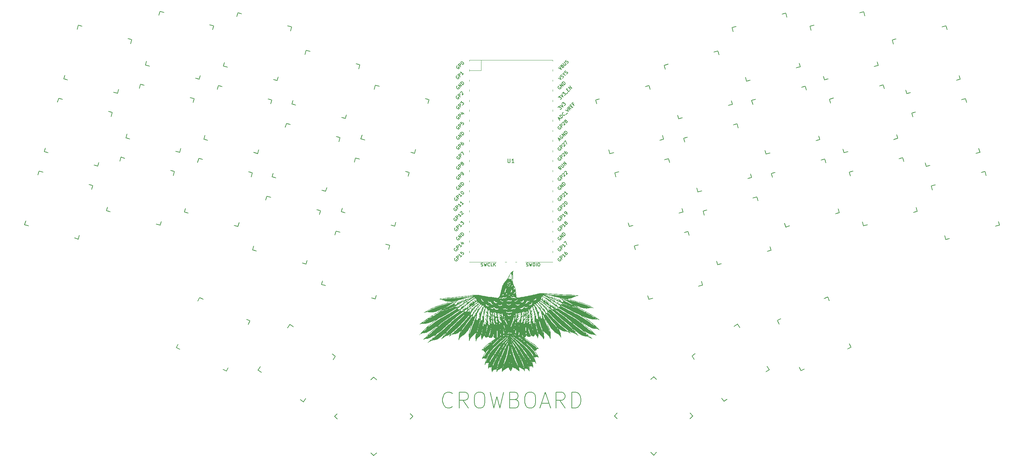
<source format=gto>
G04 #@! TF.GenerationSoftware,KiCad,Pcbnew,(6.0.4)*
G04 #@! TF.CreationDate,2023-02-24T10:48:44-05:00*
G04 #@! TF.ProjectId,crowboard,63726f77-626f-4617-9264-2e6b69636164,rev?*
G04 #@! TF.SameCoordinates,Original*
G04 #@! TF.FileFunction,Legend,Top*
G04 #@! TF.FilePolarity,Positive*
%FSLAX46Y46*%
G04 Gerber Fmt 4.6, Leading zero omitted, Abs format (unit mm)*
G04 Created by KiCad (PCBNEW (6.0.4)) date 2023-02-24 10:48:44*
%MOMM*%
%LPD*%
G01*
G04 APERTURE LIST*
G04 Aperture macros list*
%AMRotRect*
0 Rectangle, with rotation*
0 The origin of the aperture is its center*
0 $1 length*
0 $2 width*
0 $3 Rotation angle, in degrees counterclockwise*
0 Add horizontal line*
21,1,$1,$2,0,0,$3*%
G04 Aperture macros list end*
%ADD10C,0.150000*%
%ADD11C,0.300000*%
%ADD12C,0.120000*%
%ADD13RotRect,1.600000X1.600000X345.000000*%
%ADD14C,1.600000*%
%ADD15RotRect,1.600000X1.600000X15.000000*%
%ADD16C,3.000000*%
%ADD17C,3.987800*%
%ADD18C,1.701800*%
%ADD19O,1.700000X1.700000*%
%ADD20R,1.700000X3.500000*%
%ADD21R,1.700000X1.700000*%
%ADD22R,3.500000X1.700000*%
%ADD23O,1.800000X1.800000*%
%ADD24O,1.500000X1.500000*%
G04 APERTURE END LIST*
D10*
X134347619Y-132803571D02*
X134157142Y-132994047D01*
X133585714Y-133184523D01*
X133204761Y-133184523D01*
X132633333Y-132994047D01*
X132252380Y-132613095D01*
X132061904Y-132232142D01*
X131871428Y-131470238D01*
X131871428Y-130898809D01*
X132061904Y-130136904D01*
X132252380Y-129755952D01*
X132633333Y-129375000D01*
X133204761Y-129184523D01*
X133585714Y-129184523D01*
X134157142Y-129375000D01*
X134347619Y-129565476D01*
X138347619Y-133184523D02*
X137014285Y-131279761D01*
X136061904Y-133184523D02*
X136061904Y-129184523D01*
X137585714Y-129184523D01*
X137966666Y-129375000D01*
X138157142Y-129565476D01*
X138347619Y-129946428D01*
X138347619Y-130517857D01*
X138157142Y-130898809D01*
X137966666Y-131089285D01*
X137585714Y-131279761D01*
X136061904Y-131279761D01*
X140823809Y-129184523D02*
X141585714Y-129184523D01*
X141966666Y-129375000D01*
X142347619Y-129755952D01*
X142538095Y-130517857D01*
X142538095Y-131851190D01*
X142347619Y-132613095D01*
X141966666Y-132994047D01*
X141585714Y-133184523D01*
X140823809Y-133184523D01*
X140442857Y-132994047D01*
X140061904Y-132613095D01*
X139871428Y-131851190D01*
X139871428Y-130517857D01*
X140061904Y-129755952D01*
X140442857Y-129375000D01*
X140823809Y-129184523D01*
X143871428Y-129184523D02*
X144823809Y-133184523D01*
X145585714Y-130327380D01*
X146347619Y-133184523D01*
X147300000Y-129184523D01*
X150157142Y-131089285D02*
X150728571Y-131279761D01*
X150919047Y-131470238D01*
X151109523Y-131851190D01*
X151109523Y-132422619D01*
X150919047Y-132803571D01*
X150728571Y-132994047D01*
X150347619Y-133184523D01*
X148823809Y-133184523D01*
X148823809Y-129184523D01*
X150157142Y-129184523D01*
X150538095Y-129375000D01*
X150728571Y-129565476D01*
X150919047Y-129946428D01*
X150919047Y-130327380D01*
X150728571Y-130708333D01*
X150538095Y-130898809D01*
X150157142Y-131089285D01*
X148823809Y-131089285D01*
X153585714Y-129184523D02*
X154347619Y-129184523D01*
X154728571Y-129375000D01*
X155109523Y-129755952D01*
X155300000Y-130517857D01*
X155300000Y-131851190D01*
X155109523Y-132613095D01*
X154728571Y-132994047D01*
X154347619Y-133184523D01*
X153585714Y-133184523D01*
X153204761Y-132994047D01*
X152823809Y-132613095D01*
X152633333Y-131851190D01*
X152633333Y-130517857D01*
X152823809Y-129755952D01*
X153204761Y-129375000D01*
X153585714Y-129184523D01*
X156823809Y-132041666D02*
X158728571Y-132041666D01*
X156442857Y-133184523D02*
X157776190Y-129184523D01*
X159109523Y-133184523D01*
X162728571Y-133184523D02*
X161395238Y-131279761D01*
X160442857Y-133184523D02*
X160442857Y-129184523D01*
X161966666Y-129184523D01*
X162347619Y-129375000D01*
X162538095Y-129565476D01*
X162728571Y-129946428D01*
X162728571Y-130517857D01*
X162538095Y-130898809D01*
X162347619Y-131089285D01*
X161966666Y-131279761D01*
X160442857Y-131279761D01*
X164442857Y-133184523D02*
X164442857Y-129184523D01*
X165395238Y-129184523D01*
X165966666Y-129375000D01*
X166347619Y-129755952D01*
X166538095Y-130136904D01*
X166728571Y-130898809D01*
X166728571Y-131470238D01*
X166538095Y-132232142D01*
X166347619Y-132613095D01*
X165966666Y-132994047D01*
X165395238Y-133184523D01*
X164442857Y-133184523D01*
X148336095Y-70318380D02*
X148336095Y-71127904D01*
X148383714Y-71223142D01*
X148431333Y-71270761D01*
X148526571Y-71318380D01*
X148717047Y-71318380D01*
X148812285Y-71270761D01*
X148859904Y-71223142D01*
X148907523Y-71127904D01*
X148907523Y-70318380D01*
X149907523Y-71318380D02*
X149336095Y-71318380D01*
X149621809Y-71318380D02*
X149621809Y-70318380D01*
X149526571Y-70461238D01*
X149431333Y-70556476D01*
X149336095Y-70604095D01*
X161195722Y-75066592D02*
X161114910Y-75093529D01*
X161034097Y-75174341D01*
X160980223Y-75282091D01*
X160980223Y-75389841D01*
X161007160Y-75470653D01*
X161087972Y-75605340D01*
X161168784Y-75686152D01*
X161303471Y-75766964D01*
X161384284Y-75793902D01*
X161492033Y-75793902D01*
X161599783Y-75740027D01*
X161653658Y-75686152D01*
X161707532Y-75578402D01*
X161707532Y-75524528D01*
X161518971Y-75335966D01*
X161411221Y-75443715D01*
X162003844Y-75335966D02*
X161438158Y-74770280D01*
X161653658Y-74554781D01*
X161734470Y-74527844D01*
X161788345Y-74527844D01*
X161869157Y-74554781D01*
X161949969Y-74635593D01*
X161976906Y-74716406D01*
X161976906Y-74770280D01*
X161949969Y-74851093D01*
X161734470Y-75066592D01*
X162030781Y-74285407D02*
X162030781Y-74231532D01*
X162057719Y-74150720D01*
X162192406Y-74016033D01*
X162273218Y-73989096D01*
X162327093Y-73989096D01*
X162407905Y-74016033D01*
X162461780Y-74069908D01*
X162515654Y-74177658D01*
X162515654Y-74824155D01*
X162865841Y-74473969D01*
X162569529Y-73746659D02*
X162569529Y-73692784D01*
X162596467Y-73611972D01*
X162731154Y-73477285D01*
X162811966Y-73450348D01*
X162865841Y-73450348D01*
X162946653Y-73477285D01*
X163000528Y-73531160D01*
X163054402Y-73638910D01*
X163054402Y-74285407D01*
X163404589Y-73935221D01*
X161018473Y-49935966D02*
X161772720Y-50313089D01*
X161395597Y-49558842D01*
X162095969Y-49935966D02*
X162203719Y-49882091D01*
X162338406Y-49747404D01*
X162365343Y-49666592D01*
X162365343Y-49612717D01*
X162338406Y-49531905D01*
X162284531Y-49478030D01*
X162203719Y-49451093D01*
X162149844Y-49451093D01*
X162069032Y-49478030D01*
X161934345Y-49558842D01*
X161853532Y-49585780D01*
X161799658Y-49585780D01*
X161718845Y-49558842D01*
X161664971Y-49504967D01*
X161638033Y-49424155D01*
X161638033Y-49370280D01*
X161664971Y-49289468D01*
X161799658Y-49154781D01*
X161907407Y-49100906D01*
X162526967Y-49020094D02*
X162796341Y-49289468D01*
X162042094Y-48912345D02*
X162526967Y-49020094D01*
X162419218Y-48535221D01*
X163119590Y-48912345D02*
X163227340Y-48858470D01*
X163362027Y-48723783D01*
X163388964Y-48642971D01*
X163388964Y-48589096D01*
X163362027Y-48508284D01*
X163308152Y-48454409D01*
X163227340Y-48427471D01*
X163173465Y-48427471D01*
X163092653Y-48454409D01*
X162957966Y-48535221D01*
X162877154Y-48562158D01*
X162823279Y-48562158D01*
X162742467Y-48535221D01*
X162688592Y-48481346D01*
X162661654Y-48400534D01*
X162661654Y-48346659D01*
X162688592Y-48265847D01*
X162823279Y-48131160D01*
X162931028Y-48077285D01*
X161195722Y-95386592D02*
X161114910Y-95413529D01*
X161034097Y-95494341D01*
X160980223Y-95602091D01*
X160980223Y-95709841D01*
X161007160Y-95790653D01*
X161087972Y-95925340D01*
X161168784Y-96006152D01*
X161303471Y-96086964D01*
X161384284Y-96113902D01*
X161492033Y-96113902D01*
X161599783Y-96060027D01*
X161653658Y-96006152D01*
X161707532Y-95898402D01*
X161707532Y-95844528D01*
X161518971Y-95655966D01*
X161411221Y-95763715D01*
X162003844Y-95655966D02*
X161438158Y-95090280D01*
X161653658Y-94874781D01*
X161734470Y-94847844D01*
X161788345Y-94847844D01*
X161869157Y-94874781D01*
X161949969Y-94955593D01*
X161976906Y-95036406D01*
X161976906Y-95090280D01*
X161949969Y-95171093D01*
X161734470Y-95386592D01*
X162865841Y-94793969D02*
X162542592Y-95117218D01*
X162704216Y-94955593D02*
X162138531Y-94389908D01*
X162165468Y-94524595D01*
X162165468Y-94632345D01*
X162138531Y-94713157D01*
X162785028Y-93743410D02*
X162677279Y-93851160D01*
X162650341Y-93931972D01*
X162650341Y-93985847D01*
X162677279Y-94120534D01*
X162758091Y-94255221D01*
X162973590Y-94470720D01*
X163054402Y-94497658D01*
X163108277Y-94497658D01*
X163189089Y-94470720D01*
X163296839Y-94362971D01*
X163323776Y-94282158D01*
X163323776Y-94228284D01*
X163296839Y-94147471D01*
X163162152Y-94012784D01*
X163081340Y-93985847D01*
X163027465Y-93985847D01*
X162946653Y-94012784D01*
X162838903Y-94120534D01*
X162811966Y-94201346D01*
X162811966Y-94255221D01*
X162838903Y-94336033D01*
X134941722Y-85226592D02*
X134860910Y-85253529D01*
X134780097Y-85334341D01*
X134726223Y-85442091D01*
X134726223Y-85549841D01*
X134753160Y-85630653D01*
X134833972Y-85765340D01*
X134914784Y-85846152D01*
X135049471Y-85926964D01*
X135130284Y-85953902D01*
X135238033Y-85953902D01*
X135345783Y-85900027D01*
X135399658Y-85846152D01*
X135453532Y-85738402D01*
X135453532Y-85684528D01*
X135264971Y-85495966D01*
X135157221Y-85603715D01*
X135749844Y-85495966D02*
X135184158Y-84930280D01*
X135399658Y-84714781D01*
X135480470Y-84687844D01*
X135534345Y-84687844D01*
X135615157Y-84714781D01*
X135695969Y-84795593D01*
X135722906Y-84876406D01*
X135722906Y-84930280D01*
X135695969Y-85011093D01*
X135480470Y-85226592D01*
X136611841Y-84633969D02*
X136288592Y-84957218D01*
X136450216Y-84795593D02*
X135884531Y-84229908D01*
X135911468Y-84364595D01*
X135911468Y-84472345D01*
X135884531Y-84553157D01*
X136315529Y-83906659D02*
X136315529Y-83852784D01*
X136342467Y-83771972D01*
X136477154Y-83637285D01*
X136557966Y-83610348D01*
X136611841Y-83610348D01*
X136692653Y-83637285D01*
X136746528Y-83691160D01*
X136800402Y-83798910D01*
X136800402Y-84445407D01*
X137150589Y-84095221D01*
X161184158Y-90064155D02*
X161103346Y-90091093D01*
X161022534Y-90171905D01*
X160968659Y-90279654D01*
X160968659Y-90387404D01*
X160995597Y-90468216D01*
X161076409Y-90602903D01*
X161157221Y-90683715D01*
X161291908Y-90764528D01*
X161372720Y-90791465D01*
X161480470Y-90791465D01*
X161588219Y-90737590D01*
X161642094Y-90683715D01*
X161695969Y-90575966D01*
X161695969Y-90522091D01*
X161507407Y-90333529D01*
X161399658Y-90441279D01*
X161992280Y-90333529D02*
X161426595Y-89767844D01*
X162315529Y-90010280D01*
X161749844Y-89444595D01*
X162584903Y-89740906D02*
X162019218Y-89175221D01*
X162153905Y-89040534D01*
X162261654Y-88986659D01*
X162369404Y-88986659D01*
X162450216Y-89013597D01*
X162584903Y-89094409D01*
X162665715Y-89175221D01*
X162746528Y-89309908D01*
X162773465Y-89390720D01*
X162773465Y-89498470D01*
X162719590Y-89606219D01*
X162584903Y-89740906D01*
X161195722Y-69986592D02*
X161114910Y-70013529D01*
X161034097Y-70094341D01*
X160980223Y-70202091D01*
X160980223Y-70309841D01*
X161007160Y-70390653D01*
X161087972Y-70525340D01*
X161168784Y-70606152D01*
X161303471Y-70686964D01*
X161384284Y-70713902D01*
X161492033Y-70713902D01*
X161599783Y-70660027D01*
X161653658Y-70606152D01*
X161707532Y-70498402D01*
X161707532Y-70444528D01*
X161518971Y-70255966D01*
X161411221Y-70363715D01*
X162003844Y-70255966D02*
X161438158Y-69690280D01*
X161653658Y-69474781D01*
X161734470Y-69447844D01*
X161788345Y-69447844D01*
X161869157Y-69474781D01*
X161949969Y-69555593D01*
X161976906Y-69636406D01*
X161976906Y-69690280D01*
X161949969Y-69771093D01*
X161734470Y-69986592D01*
X162030781Y-69205407D02*
X162030781Y-69151532D01*
X162057719Y-69070720D01*
X162192406Y-68936033D01*
X162273218Y-68909096D01*
X162327093Y-68909096D01*
X162407905Y-68936033D01*
X162461780Y-68989908D01*
X162515654Y-69097658D01*
X162515654Y-69744155D01*
X162865841Y-69393969D01*
X162785028Y-68343410D02*
X162677279Y-68451160D01*
X162650341Y-68531972D01*
X162650341Y-68585847D01*
X162677279Y-68720534D01*
X162758091Y-68855221D01*
X162973590Y-69070720D01*
X163054402Y-69097658D01*
X163108277Y-69097658D01*
X163189089Y-69070720D01*
X163296839Y-68962971D01*
X163323776Y-68882158D01*
X163323776Y-68828284D01*
X163296839Y-68747471D01*
X163162152Y-68612784D01*
X163081340Y-68585847D01*
X163027465Y-68585847D01*
X162946653Y-68612784D01*
X162838903Y-68720534D01*
X162811966Y-68801346D01*
X162811966Y-68855221D01*
X162838903Y-68936033D01*
X135611096Y-57017218D02*
X135530284Y-57044155D01*
X135449471Y-57124967D01*
X135395597Y-57232717D01*
X135395597Y-57340467D01*
X135422534Y-57421279D01*
X135503346Y-57555966D01*
X135584158Y-57636778D01*
X135718845Y-57717590D01*
X135799658Y-57744528D01*
X135907407Y-57744528D01*
X136015157Y-57690653D01*
X136069032Y-57636778D01*
X136122906Y-57529028D01*
X136122906Y-57475154D01*
X135934345Y-57286592D01*
X135826595Y-57394341D01*
X136419218Y-57286592D02*
X135853532Y-56720906D01*
X136069032Y-56505407D01*
X136149844Y-56478470D01*
X136203719Y-56478470D01*
X136284531Y-56505407D01*
X136365343Y-56586219D01*
X136392280Y-56667032D01*
X136392280Y-56720906D01*
X136365343Y-56801719D01*
X136149844Y-57017218D01*
X136365343Y-56209096D02*
X136715529Y-55858910D01*
X136742467Y-56262971D01*
X136823279Y-56182158D01*
X136904091Y-56155221D01*
X136957966Y-56155221D01*
X137038778Y-56182158D01*
X137173465Y-56316845D01*
X137200402Y-56397658D01*
X137200402Y-56451532D01*
X137173465Y-56532345D01*
X137011841Y-56693969D01*
X136931028Y-56720906D01*
X136877154Y-56720906D01*
X160987847Y-57356592D02*
X161338033Y-57006406D01*
X161364971Y-57410467D01*
X161445783Y-57329654D01*
X161526595Y-57302717D01*
X161580470Y-57302717D01*
X161661282Y-57329654D01*
X161795969Y-57464341D01*
X161822906Y-57545154D01*
X161822906Y-57599028D01*
X161795969Y-57679841D01*
X161634345Y-57841465D01*
X161553532Y-57868402D01*
X161499658Y-57868402D01*
X161499658Y-56844781D02*
X162253905Y-57221905D01*
X161876781Y-56467658D01*
X162011468Y-56332971D02*
X162361654Y-55982784D01*
X162388592Y-56386845D01*
X162469404Y-56306033D01*
X162550216Y-56279096D01*
X162604091Y-56279096D01*
X162684903Y-56306033D01*
X162819590Y-56440720D01*
X162846528Y-56521532D01*
X162846528Y-56575407D01*
X162819590Y-56656219D01*
X162657966Y-56817844D01*
X162577154Y-56844781D01*
X162523279Y-56844781D01*
X161195722Y-87766592D02*
X161114910Y-87793529D01*
X161034097Y-87874341D01*
X160980223Y-87982091D01*
X160980223Y-88089841D01*
X161007160Y-88170653D01*
X161087972Y-88305340D01*
X161168784Y-88386152D01*
X161303471Y-88466964D01*
X161384284Y-88493902D01*
X161492033Y-88493902D01*
X161599783Y-88440027D01*
X161653658Y-88386152D01*
X161707532Y-88278402D01*
X161707532Y-88224528D01*
X161518971Y-88035966D01*
X161411221Y-88143715D01*
X162003844Y-88035966D02*
X161438158Y-87470280D01*
X161653658Y-87254781D01*
X161734470Y-87227844D01*
X161788345Y-87227844D01*
X161869157Y-87254781D01*
X161949969Y-87335593D01*
X161976906Y-87416406D01*
X161976906Y-87470280D01*
X161949969Y-87551093D01*
X161734470Y-87766592D01*
X162865841Y-87173969D02*
X162542592Y-87497218D01*
X162704216Y-87335593D02*
X162138531Y-86769908D01*
X162165468Y-86904595D01*
X162165468Y-87012345D01*
X162138531Y-87093157D01*
X162865841Y-86527471D02*
X162785028Y-86554409D01*
X162731154Y-86554409D01*
X162650341Y-86527471D01*
X162623404Y-86500534D01*
X162596467Y-86419722D01*
X162596467Y-86365847D01*
X162623404Y-86285035D01*
X162731154Y-86177285D01*
X162811966Y-86150348D01*
X162865841Y-86150348D01*
X162946653Y-86177285D01*
X162973590Y-86204223D01*
X163000528Y-86285035D01*
X163000528Y-86338910D01*
X162973590Y-86419722D01*
X162865841Y-86527471D01*
X162838903Y-86608284D01*
X162838903Y-86662158D01*
X162865841Y-86742971D01*
X162973590Y-86850720D01*
X163054402Y-86877658D01*
X163108277Y-86877658D01*
X163189089Y-86850720D01*
X163296839Y-86742971D01*
X163323776Y-86662158D01*
X163323776Y-86608284D01*
X163296839Y-86527471D01*
X163189089Y-86419722D01*
X163108277Y-86392784D01*
X163054402Y-86392784D01*
X162973590Y-86419722D01*
X135611096Y-67177218D02*
X135530284Y-67204155D01*
X135449471Y-67284967D01*
X135395597Y-67392717D01*
X135395597Y-67500467D01*
X135422534Y-67581279D01*
X135503346Y-67715966D01*
X135584158Y-67796778D01*
X135718845Y-67877590D01*
X135799658Y-67904528D01*
X135907407Y-67904528D01*
X136015157Y-67850653D01*
X136069032Y-67796778D01*
X136122906Y-67689028D01*
X136122906Y-67635154D01*
X135934345Y-67446592D01*
X135826595Y-67554341D01*
X136419218Y-67446592D02*
X135853532Y-66880906D01*
X136069032Y-66665407D01*
X136149844Y-66638470D01*
X136203719Y-66638470D01*
X136284531Y-66665407D01*
X136365343Y-66746219D01*
X136392280Y-66827032D01*
X136392280Y-66880906D01*
X136365343Y-66961719D01*
X136149844Y-67177218D01*
X136661654Y-66072784D02*
X136553905Y-66180534D01*
X136526967Y-66261346D01*
X136526967Y-66315221D01*
X136553905Y-66449908D01*
X136634717Y-66584595D01*
X136850216Y-66800094D01*
X136931028Y-66827032D01*
X136984903Y-66827032D01*
X137065715Y-66800094D01*
X137173465Y-66692345D01*
X137200402Y-66611532D01*
X137200402Y-66557658D01*
X137173465Y-66476845D01*
X137038778Y-66342158D01*
X136957966Y-66315221D01*
X136904091Y-66315221D01*
X136823279Y-66342158D01*
X136715529Y-66449908D01*
X136688592Y-66530720D01*
X136688592Y-66584595D01*
X136715529Y-66665407D01*
X161184158Y-51964155D02*
X161103346Y-51991093D01*
X161022534Y-52071905D01*
X160968659Y-52179654D01*
X160968659Y-52287404D01*
X160995597Y-52368216D01*
X161076409Y-52502903D01*
X161157221Y-52583715D01*
X161291908Y-52664528D01*
X161372720Y-52691465D01*
X161480470Y-52691465D01*
X161588219Y-52637590D01*
X161642094Y-52583715D01*
X161695969Y-52475966D01*
X161695969Y-52422091D01*
X161507407Y-52233529D01*
X161399658Y-52341279D01*
X161992280Y-52233529D02*
X161426595Y-51667844D01*
X162315529Y-51910280D01*
X161749844Y-51344595D01*
X162584903Y-51640906D02*
X162019218Y-51075221D01*
X162153905Y-50940534D01*
X162261654Y-50886659D01*
X162369404Y-50886659D01*
X162450216Y-50913597D01*
X162584903Y-50994409D01*
X162665715Y-51075221D01*
X162746528Y-51209908D01*
X162773465Y-51290720D01*
X162773465Y-51398470D01*
X162719590Y-51506219D01*
X162584903Y-51640906D01*
X135087722Y-80146592D02*
X135006910Y-80173529D01*
X134926097Y-80254341D01*
X134872223Y-80362091D01*
X134872223Y-80469841D01*
X134899160Y-80550653D01*
X134979972Y-80685340D01*
X135060784Y-80766152D01*
X135195471Y-80846964D01*
X135276284Y-80873902D01*
X135384033Y-80873902D01*
X135491783Y-80820027D01*
X135545658Y-80766152D01*
X135599532Y-80658402D01*
X135599532Y-80604528D01*
X135410971Y-80415966D01*
X135303221Y-80523715D01*
X135895844Y-80415966D02*
X135330158Y-79850280D01*
X135545658Y-79634781D01*
X135626470Y-79607844D01*
X135680345Y-79607844D01*
X135761157Y-79634781D01*
X135841969Y-79715593D01*
X135868906Y-79796406D01*
X135868906Y-79850280D01*
X135841969Y-79931093D01*
X135626470Y-80146592D01*
X136757841Y-79553969D02*
X136434592Y-79877218D01*
X136596216Y-79715593D02*
X136030531Y-79149908D01*
X136057468Y-79284595D01*
X136057468Y-79392345D01*
X136030531Y-79473157D01*
X136542341Y-78638097D02*
X136596216Y-78584223D01*
X136677028Y-78557285D01*
X136730903Y-78557285D01*
X136811715Y-78584223D01*
X136946402Y-78665035D01*
X137081089Y-78799722D01*
X137161902Y-78934409D01*
X137188839Y-79015221D01*
X137188839Y-79069096D01*
X137161902Y-79149908D01*
X137108027Y-79203783D01*
X137027215Y-79230720D01*
X136973340Y-79230720D01*
X136892528Y-79203783D01*
X136757841Y-79122971D01*
X136623154Y-78988284D01*
X136542341Y-78853597D01*
X136515404Y-78772784D01*
X136515404Y-78718910D01*
X136542341Y-78638097D01*
X161184158Y-77364155D02*
X161103346Y-77391093D01*
X161022534Y-77471905D01*
X160968659Y-77579654D01*
X160968659Y-77687404D01*
X160995597Y-77768216D01*
X161076409Y-77902903D01*
X161157221Y-77983715D01*
X161291908Y-78064528D01*
X161372720Y-78091465D01*
X161480470Y-78091465D01*
X161588219Y-78037590D01*
X161642094Y-77983715D01*
X161695969Y-77875966D01*
X161695969Y-77822091D01*
X161507407Y-77633529D01*
X161399658Y-77741279D01*
X161992280Y-77633529D02*
X161426595Y-77067844D01*
X162315529Y-77310280D01*
X161749844Y-76744595D01*
X162584903Y-77040906D02*
X162019218Y-76475221D01*
X162153905Y-76340534D01*
X162261654Y-76286659D01*
X162369404Y-76286659D01*
X162450216Y-76313597D01*
X162584903Y-76394409D01*
X162665715Y-76475221D01*
X162746528Y-76609908D01*
X162773465Y-76690720D01*
X162773465Y-76798470D01*
X162719590Y-76906219D01*
X162584903Y-77040906D01*
X135611096Y-62097218D02*
X135530284Y-62124155D01*
X135449471Y-62204967D01*
X135395597Y-62312717D01*
X135395597Y-62420467D01*
X135422534Y-62501279D01*
X135503346Y-62635966D01*
X135584158Y-62716778D01*
X135718845Y-62797590D01*
X135799658Y-62824528D01*
X135907407Y-62824528D01*
X136015157Y-62770653D01*
X136069032Y-62716778D01*
X136122906Y-62609028D01*
X136122906Y-62555154D01*
X135934345Y-62366592D01*
X135826595Y-62474341D01*
X136419218Y-62366592D02*
X135853532Y-61800906D01*
X136069032Y-61585407D01*
X136149844Y-61558470D01*
X136203719Y-61558470D01*
X136284531Y-61585407D01*
X136365343Y-61666219D01*
X136392280Y-61747032D01*
X136392280Y-61800906D01*
X136365343Y-61881719D01*
X136149844Y-62097218D01*
X136688592Y-60965847D02*
X136419218Y-61235221D01*
X136661654Y-61531532D01*
X136661654Y-61477658D01*
X136688592Y-61396845D01*
X136823279Y-61262158D01*
X136904091Y-61235221D01*
X136957966Y-61235221D01*
X137038778Y-61262158D01*
X137173465Y-61396845D01*
X137200402Y-61477658D01*
X137200402Y-61531532D01*
X137173465Y-61612345D01*
X137038778Y-61747032D01*
X136957966Y-61773969D01*
X136904091Y-61773969D01*
X161051129Y-47393309D02*
X161805377Y-47770433D01*
X161428253Y-47016186D01*
X162074751Y-46908436D02*
X162182500Y-46854561D01*
X162236375Y-46854561D01*
X162317187Y-46881499D01*
X162398000Y-46962311D01*
X162424937Y-47043123D01*
X162424937Y-47096998D01*
X162398000Y-47177810D01*
X162182500Y-47393309D01*
X161616815Y-46827624D01*
X161805377Y-46639062D01*
X161886189Y-46612125D01*
X161940064Y-46612125D01*
X162020876Y-46639062D01*
X162074751Y-46692937D01*
X162101688Y-46773749D01*
X162101688Y-46827624D01*
X162074751Y-46908436D01*
X161886189Y-47096998D01*
X162182500Y-46261938D02*
X162640436Y-46719874D01*
X162721248Y-46746812D01*
X162775123Y-46746812D01*
X162855935Y-46719874D01*
X162963685Y-46612125D01*
X162990622Y-46531312D01*
X162990622Y-46477438D01*
X162963685Y-46396625D01*
X162505749Y-45938690D01*
X163286934Y-46235001D02*
X163394683Y-46181126D01*
X163529370Y-46046439D01*
X163556308Y-45965627D01*
X163556308Y-45911752D01*
X163529370Y-45830940D01*
X163475496Y-45777065D01*
X163394683Y-45750128D01*
X163340809Y-45750128D01*
X163259996Y-45777065D01*
X163125309Y-45857877D01*
X163044497Y-45884815D01*
X162990622Y-45884815D01*
X162909810Y-45857877D01*
X162855935Y-45804003D01*
X162828998Y-45723190D01*
X162828998Y-45669316D01*
X162855935Y-45588503D01*
X162990622Y-45453816D01*
X163098372Y-45399942D01*
X141588476Y-97389809D02*
X141702761Y-97427904D01*
X141893238Y-97427904D01*
X141969428Y-97389809D01*
X142007523Y-97351714D01*
X142045619Y-97275523D01*
X142045619Y-97199333D01*
X142007523Y-97123142D01*
X141969428Y-97085047D01*
X141893238Y-97046952D01*
X141740857Y-97008857D01*
X141664666Y-96970761D01*
X141626571Y-96932666D01*
X141588476Y-96856476D01*
X141588476Y-96780285D01*
X141626571Y-96704095D01*
X141664666Y-96666000D01*
X141740857Y-96627904D01*
X141931333Y-96627904D01*
X142045619Y-96666000D01*
X142312285Y-96627904D02*
X142502761Y-97427904D01*
X142655142Y-96856476D01*
X142807523Y-97427904D01*
X142998000Y-96627904D01*
X143759904Y-97351714D02*
X143721809Y-97389809D01*
X143607523Y-97427904D01*
X143531333Y-97427904D01*
X143417047Y-97389809D01*
X143340857Y-97313619D01*
X143302761Y-97237428D01*
X143264666Y-97085047D01*
X143264666Y-96970761D01*
X143302761Y-96818380D01*
X143340857Y-96742190D01*
X143417047Y-96666000D01*
X143531333Y-96627904D01*
X143607523Y-96627904D01*
X143721809Y-96666000D01*
X143759904Y-96704095D01*
X144483714Y-97427904D02*
X144102761Y-97427904D01*
X144102761Y-96627904D01*
X144750380Y-97427904D02*
X144750380Y-96627904D01*
X145207523Y-97427904D02*
X144864666Y-96970761D01*
X145207523Y-96627904D02*
X144750380Y-97085047D01*
X134941722Y-82686592D02*
X134860910Y-82713529D01*
X134780097Y-82794341D01*
X134726223Y-82902091D01*
X134726223Y-83009841D01*
X134753160Y-83090653D01*
X134833972Y-83225340D01*
X134914784Y-83306152D01*
X135049471Y-83386964D01*
X135130284Y-83413902D01*
X135238033Y-83413902D01*
X135345783Y-83360027D01*
X135399658Y-83306152D01*
X135453532Y-83198402D01*
X135453532Y-83144528D01*
X135264971Y-82955966D01*
X135157221Y-83063715D01*
X135749844Y-82955966D02*
X135184158Y-82390280D01*
X135399658Y-82174781D01*
X135480470Y-82147844D01*
X135534345Y-82147844D01*
X135615157Y-82174781D01*
X135695969Y-82255593D01*
X135722906Y-82336406D01*
X135722906Y-82390280D01*
X135695969Y-82471093D01*
X135480470Y-82686592D01*
X136611841Y-82093969D02*
X136288592Y-82417218D01*
X136450216Y-82255593D02*
X135884531Y-81689908D01*
X135911468Y-81824595D01*
X135911468Y-81932345D01*
X135884531Y-82013157D01*
X137150589Y-81555221D02*
X136827340Y-81878470D01*
X136988964Y-81716845D02*
X136423279Y-81151160D01*
X136450216Y-81285847D01*
X136450216Y-81393597D01*
X136423279Y-81474409D01*
X161249597Y-65606964D02*
X161518971Y-65337590D01*
X161357346Y-65822463D02*
X160980223Y-65068216D01*
X161734470Y-65445340D01*
X161680595Y-64421719D02*
X161599783Y-64448656D01*
X161518971Y-64529468D01*
X161465096Y-64637218D01*
X161465096Y-64744967D01*
X161492033Y-64825780D01*
X161572845Y-64960467D01*
X161653658Y-65041279D01*
X161788345Y-65122091D01*
X161869157Y-65149028D01*
X161976906Y-65149028D01*
X162084656Y-65095154D01*
X162138531Y-65041279D01*
X162192406Y-64933529D01*
X162192406Y-64879654D01*
X162003844Y-64691093D01*
X161896094Y-64798842D01*
X162488717Y-64691093D02*
X161923032Y-64125407D01*
X162811966Y-64367844D01*
X162246280Y-63802158D01*
X163081340Y-64098470D02*
X162515654Y-63532784D01*
X162650341Y-63398097D01*
X162758091Y-63344223D01*
X162865841Y-63344223D01*
X162946653Y-63371160D01*
X163081340Y-63451972D01*
X163162152Y-63532784D01*
X163242964Y-63667471D01*
X163269902Y-63748284D01*
X163269902Y-63856033D01*
X163216027Y-63963783D01*
X163081340Y-64098470D01*
X161195722Y-80156592D02*
X161114910Y-80183529D01*
X161034097Y-80264341D01*
X160980223Y-80372091D01*
X160980223Y-80479841D01*
X161007160Y-80560653D01*
X161087972Y-80695340D01*
X161168784Y-80776152D01*
X161303471Y-80856964D01*
X161384284Y-80883902D01*
X161492033Y-80883902D01*
X161599783Y-80830027D01*
X161653658Y-80776152D01*
X161707532Y-80668402D01*
X161707532Y-80614528D01*
X161518971Y-80425966D01*
X161411221Y-80533715D01*
X162003844Y-80425966D02*
X161438158Y-79860280D01*
X161653658Y-79644781D01*
X161734470Y-79617844D01*
X161788345Y-79617844D01*
X161869157Y-79644781D01*
X161949969Y-79725593D01*
X161976906Y-79806406D01*
X161976906Y-79860280D01*
X161949969Y-79941093D01*
X161734470Y-80156592D01*
X162030781Y-79375407D02*
X162030781Y-79321532D01*
X162057719Y-79240720D01*
X162192406Y-79106033D01*
X162273218Y-79079096D01*
X162327093Y-79079096D01*
X162407905Y-79106033D01*
X162461780Y-79159908D01*
X162515654Y-79267658D01*
X162515654Y-79914155D01*
X162865841Y-79563969D01*
X163404589Y-79025221D02*
X163081340Y-79348470D01*
X163242964Y-79186845D02*
X162677279Y-78621160D01*
X162704216Y-78755847D01*
X162704216Y-78863597D01*
X162677279Y-78944409D01*
X135611096Y-72257218D02*
X135530284Y-72284155D01*
X135449471Y-72364967D01*
X135395597Y-72472717D01*
X135395597Y-72580467D01*
X135422534Y-72661279D01*
X135503346Y-72795966D01*
X135584158Y-72876778D01*
X135718845Y-72957590D01*
X135799658Y-72984528D01*
X135907407Y-72984528D01*
X136015157Y-72930653D01*
X136069032Y-72876778D01*
X136122906Y-72769028D01*
X136122906Y-72715154D01*
X135934345Y-72526592D01*
X135826595Y-72634341D01*
X136419218Y-72526592D02*
X135853532Y-71960906D01*
X136069032Y-71745407D01*
X136149844Y-71718470D01*
X136203719Y-71718470D01*
X136284531Y-71745407D01*
X136365343Y-71826219D01*
X136392280Y-71907032D01*
X136392280Y-71960906D01*
X136365343Y-72041719D01*
X136149844Y-72257218D01*
X136742467Y-71556845D02*
X136661654Y-71583783D01*
X136607780Y-71583783D01*
X136526967Y-71556845D01*
X136500030Y-71529908D01*
X136473093Y-71449096D01*
X136473093Y-71395221D01*
X136500030Y-71314409D01*
X136607780Y-71206659D01*
X136688592Y-71179722D01*
X136742467Y-71179722D01*
X136823279Y-71206659D01*
X136850216Y-71233597D01*
X136877154Y-71314409D01*
X136877154Y-71368284D01*
X136850216Y-71449096D01*
X136742467Y-71556845D01*
X136715529Y-71637658D01*
X136715529Y-71691532D01*
X136742467Y-71772345D01*
X136850216Y-71880094D01*
X136931028Y-71907032D01*
X136984903Y-71907032D01*
X137065715Y-71880094D01*
X137173465Y-71772345D01*
X137200402Y-71691532D01*
X137200402Y-71637658D01*
X137173465Y-71556845D01*
X137065715Y-71449096D01*
X136984903Y-71422158D01*
X136931028Y-71422158D01*
X136850216Y-71449096D01*
X161195722Y-67456592D02*
X161114910Y-67483529D01*
X161034097Y-67564341D01*
X160980223Y-67672091D01*
X160980223Y-67779841D01*
X161007160Y-67860653D01*
X161087972Y-67995340D01*
X161168784Y-68076152D01*
X161303471Y-68156964D01*
X161384284Y-68183902D01*
X161492033Y-68183902D01*
X161599783Y-68130027D01*
X161653658Y-68076152D01*
X161707532Y-67968402D01*
X161707532Y-67914528D01*
X161518971Y-67725966D01*
X161411221Y-67833715D01*
X162003844Y-67725966D02*
X161438158Y-67160280D01*
X161653658Y-66944781D01*
X161734470Y-66917844D01*
X161788345Y-66917844D01*
X161869157Y-66944781D01*
X161949969Y-67025593D01*
X161976906Y-67106406D01*
X161976906Y-67160280D01*
X161949969Y-67241093D01*
X161734470Y-67456592D01*
X162030781Y-66675407D02*
X162030781Y-66621532D01*
X162057719Y-66540720D01*
X162192406Y-66406033D01*
X162273218Y-66379096D01*
X162327093Y-66379096D01*
X162407905Y-66406033D01*
X162461780Y-66459908D01*
X162515654Y-66567658D01*
X162515654Y-67214155D01*
X162865841Y-66863969D01*
X162488717Y-66109722D02*
X162865841Y-65732598D01*
X163189089Y-66540720D01*
X161020131Y-54824308D02*
X161370317Y-54474122D01*
X161397255Y-54878183D01*
X161478067Y-54797370D01*
X161558879Y-54770433D01*
X161612754Y-54770433D01*
X161693566Y-54797370D01*
X161828253Y-54932057D01*
X161855190Y-55012870D01*
X161855190Y-55066744D01*
X161828253Y-55147557D01*
X161666629Y-55309181D01*
X161585816Y-55336118D01*
X161531942Y-55336118D01*
X161531942Y-54312497D02*
X162286189Y-54689621D01*
X161909065Y-53935374D01*
X162043752Y-53800687D02*
X162393938Y-53450500D01*
X162420876Y-53854561D01*
X162501688Y-53773749D01*
X162582500Y-53746812D01*
X162636375Y-53746812D01*
X162717187Y-53773749D01*
X162851874Y-53908436D01*
X162878812Y-53989248D01*
X162878812Y-54043123D01*
X162851874Y-54123935D01*
X162690250Y-54285560D01*
X162609438Y-54312497D01*
X162555563Y-54312497D01*
X163121248Y-53962311D02*
X163552247Y-53531312D01*
X163336748Y-53046439D02*
X163525309Y-52857877D01*
X163902433Y-53073377D02*
X163633059Y-53342751D01*
X163067374Y-52777065D01*
X163336748Y-52507691D01*
X164144870Y-52830940D02*
X163579184Y-52265255D01*
X164468118Y-52507691D01*
X163902433Y-51942006D01*
X135611096Y-59557218D02*
X135530284Y-59584155D01*
X135449471Y-59664967D01*
X135395597Y-59772717D01*
X135395597Y-59880467D01*
X135422534Y-59961279D01*
X135503346Y-60095966D01*
X135584158Y-60176778D01*
X135718845Y-60257590D01*
X135799658Y-60284528D01*
X135907407Y-60284528D01*
X136015157Y-60230653D01*
X136069032Y-60176778D01*
X136122906Y-60069028D01*
X136122906Y-60015154D01*
X135934345Y-59826592D01*
X135826595Y-59934341D01*
X136419218Y-59826592D02*
X135853532Y-59260906D01*
X136069032Y-59045407D01*
X136149844Y-59018470D01*
X136203719Y-59018470D01*
X136284531Y-59045407D01*
X136365343Y-59126219D01*
X136392280Y-59207032D01*
X136392280Y-59260906D01*
X136365343Y-59341719D01*
X136149844Y-59557218D01*
X136850216Y-58641346D02*
X137227340Y-59018470D01*
X136500030Y-58560534D02*
X136769404Y-59099282D01*
X137119590Y-58749096D01*
X135041722Y-92846592D02*
X134960910Y-92873529D01*
X134880097Y-92954341D01*
X134826223Y-93062091D01*
X134826223Y-93169841D01*
X134853160Y-93250653D01*
X134933972Y-93385340D01*
X135014784Y-93466152D01*
X135149471Y-93546964D01*
X135230284Y-93573902D01*
X135338033Y-93573902D01*
X135445783Y-93520027D01*
X135499658Y-93466152D01*
X135553532Y-93358402D01*
X135553532Y-93304528D01*
X135364971Y-93115966D01*
X135257221Y-93223715D01*
X135849844Y-93115966D02*
X135284158Y-92550280D01*
X135499658Y-92334781D01*
X135580470Y-92307844D01*
X135634345Y-92307844D01*
X135715157Y-92334781D01*
X135795969Y-92415593D01*
X135822906Y-92496406D01*
X135822906Y-92550280D01*
X135795969Y-92631093D01*
X135580470Y-92846592D01*
X136711841Y-92253969D02*
X136388592Y-92577218D01*
X136550216Y-92415593D02*
X135984531Y-91849908D01*
X136011468Y-91984595D01*
X136011468Y-92092345D01*
X135984531Y-92173157D01*
X136819590Y-91391972D02*
X137196714Y-91769096D01*
X136469404Y-91311160D02*
X136738778Y-91849908D01*
X137088964Y-91499722D01*
X161936375Y-72809435D02*
X161478439Y-72728622D01*
X161613126Y-73132683D02*
X161047441Y-72566998D01*
X161262940Y-72351499D01*
X161343752Y-72324561D01*
X161397627Y-72324561D01*
X161478439Y-72351499D01*
X161559251Y-72432311D01*
X161586189Y-72513123D01*
X161586189Y-72566998D01*
X161559251Y-72647810D01*
X161343752Y-72863309D01*
X161613126Y-72001312D02*
X162071062Y-72459248D01*
X162151874Y-72486186D01*
X162205749Y-72486186D01*
X162286561Y-72459248D01*
X162394311Y-72351499D01*
X162421248Y-72270687D01*
X162421248Y-72216812D01*
X162394311Y-72135999D01*
X161936375Y-71678064D01*
X162771435Y-71974375D02*
X162205749Y-71408690D01*
X163094683Y-71651126D01*
X162528998Y-71085441D01*
X135087722Y-95386592D02*
X135006910Y-95413529D01*
X134926097Y-95494341D01*
X134872223Y-95602091D01*
X134872223Y-95709841D01*
X134899160Y-95790653D01*
X134979972Y-95925340D01*
X135060784Y-96006152D01*
X135195471Y-96086964D01*
X135276284Y-96113902D01*
X135384033Y-96113902D01*
X135491783Y-96060027D01*
X135545658Y-96006152D01*
X135599532Y-95898402D01*
X135599532Y-95844528D01*
X135410971Y-95655966D01*
X135303221Y-95763715D01*
X135895844Y-95655966D02*
X135330158Y-95090280D01*
X135545658Y-94874781D01*
X135626470Y-94847844D01*
X135680345Y-94847844D01*
X135761157Y-94874781D01*
X135841969Y-94955593D01*
X135868906Y-95036406D01*
X135868906Y-95090280D01*
X135841969Y-95171093D01*
X135626470Y-95386592D01*
X136757841Y-94793969D02*
X136434592Y-95117218D01*
X136596216Y-94955593D02*
X136030531Y-94389908D01*
X136057468Y-94524595D01*
X136057468Y-94632345D01*
X136030531Y-94713157D01*
X136703966Y-93716473D02*
X136434592Y-93985847D01*
X136677028Y-94282158D01*
X136677028Y-94228284D01*
X136703966Y-94147471D01*
X136838653Y-94012784D01*
X136919465Y-93985847D01*
X136973340Y-93985847D01*
X137054152Y-94012784D01*
X137188839Y-94147471D01*
X137215776Y-94228284D01*
X137215776Y-94282158D01*
X137188839Y-94362971D01*
X137054152Y-94497658D01*
X136973340Y-94524595D01*
X136919465Y-94524595D01*
X161252788Y-60399773D02*
X161522162Y-60130399D01*
X161360537Y-60615272D02*
X160983414Y-59861025D01*
X161737661Y-60238149D01*
X161926223Y-60049587D02*
X161360537Y-59483902D01*
X161495224Y-59349215D01*
X161602974Y-59295340D01*
X161710723Y-59295340D01*
X161791536Y-59322277D01*
X161926223Y-59403089D01*
X162007035Y-59483902D01*
X162087847Y-59618589D01*
X162114784Y-59699401D01*
X162114784Y-59807150D01*
X162060910Y-59914900D01*
X161926223Y-60049587D01*
X162761282Y-59106778D02*
X162761282Y-59160653D01*
X162707407Y-59268402D01*
X162653532Y-59322277D01*
X162545783Y-59376152D01*
X162438033Y-59376152D01*
X162357221Y-59349215D01*
X162222534Y-59268402D01*
X162141722Y-59187590D01*
X162060910Y-59052903D01*
X162033972Y-58972091D01*
X162033972Y-58864341D01*
X162087847Y-58756592D01*
X162141722Y-58702717D01*
X162249471Y-58648842D01*
X162303346Y-58648842D01*
X162976781Y-59106778D02*
X163407780Y-58675780D01*
X162842094Y-58002345D02*
X163596341Y-58379468D01*
X163219218Y-57625221D01*
X164296714Y-57679096D02*
X163838778Y-57598284D01*
X163973465Y-58002345D02*
X163407780Y-57436659D01*
X163623279Y-57221160D01*
X163704091Y-57194223D01*
X163757966Y-57194223D01*
X163838778Y-57221160D01*
X163919590Y-57301972D01*
X163946528Y-57382784D01*
X163946528Y-57436659D01*
X163919590Y-57517471D01*
X163704091Y-57732971D01*
X164242839Y-57140348D02*
X164431401Y-56951786D01*
X164808524Y-57167285D02*
X164539150Y-57436659D01*
X163973465Y-56870974D01*
X164242839Y-56601600D01*
X164943211Y-56439975D02*
X164754650Y-56628537D01*
X165050961Y-56924849D02*
X164485276Y-56359163D01*
X164754650Y-56089789D01*
X135584158Y-64664155D02*
X135503346Y-64691093D01*
X135422534Y-64771905D01*
X135368659Y-64879654D01*
X135368659Y-64987404D01*
X135395597Y-65068216D01*
X135476409Y-65202903D01*
X135557221Y-65283715D01*
X135691908Y-65364528D01*
X135772720Y-65391465D01*
X135880470Y-65391465D01*
X135988219Y-65337590D01*
X136042094Y-65283715D01*
X136095969Y-65175966D01*
X136095969Y-65122091D01*
X135907407Y-64933529D01*
X135799658Y-65041279D01*
X136392280Y-64933529D02*
X135826595Y-64367844D01*
X136715529Y-64610280D01*
X136149844Y-64044595D01*
X136984903Y-64340906D02*
X136419218Y-63775221D01*
X136553905Y-63640534D01*
X136661654Y-63586659D01*
X136769404Y-63586659D01*
X136850216Y-63613597D01*
X136984903Y-63694409D01*
X137065715Y-63775221D01*
X137146528Y-63909908D01*
X137173465Y-63990720D01*
X137173465Y-64098470D01*
X137119590Y-64206219D01*
X136984903Y-64340906D01*
X135584158Y-90064155D02*
X135503346Y-90091093D01*
X135422534Y-90171905D01*
X135368659Y-90279654D01*
X135368659Y-90387404D01*
X135395597Y-90468216D01*
X135476409Y-90602903D01*
X135557221Y-90683715D01*
X135691908Y-90764528D01*
X135772720Y-90791465D01*
X135880470Y-90791465D01*
X135988219Y-90737590D01*
X136042094Y-90683715D01*
X136095969Y-90575966D01*
X136095969Y-90522091D01*
X135907407Y-90333529D01*
X135799658Y-90441279D01*
X136392280Y-90333529D02*
X135826595Y-89767844D01*
X136715529Y-90010280D01*
X136149844Y-89444595D01*
X136984903Y-89740906D02*
X136419218Y-89175221D01*
X136553905Y-89040534D01*
X136661654Y-88986659D01*
X136769404Y-88986659D01*
X136850216Y-89013597D01*
X136984903Y-89094409D01*
X137065715Y-89175221D01*
X137146528Y-89309908D01*
X137173465Y-89390720D01*
X137173465Y-89498470D01*
X137119590Y-89606219D01*
X136984903Y-89740906D01*
X135087722Y-87766592D02*
X135006910Y-87793529D01*
X134926097Y-87874341D01*
X134872223Y-87982091D01*
X134872223Y-88089841D01*
X134899160Y-88170653D01*
X134979972Y-88305340D01*
X135060784Y-88386152D01*
X135195471Y-88466964D01*
X135276284Y-88493902D01*
X135384033Y-88493902D01*
X135491783Y-88440027D01*
X135545658Y-88386152D01*
X135599532Y-88278402D01*
X135599532Y-88224528D01*
X135410971Y-88035966D01*
X135303221Y-88143715D01*
X135895844Y-88035966D02*
X135330158Y-87470280D01*
X135545658Y-87254781D01*
X135626470Y-87227844D01*
X135680345Y-87227844D01*
X135761157Y-87254781D01*
X135841969Y-87335593D01*
X135868906Y-87416406D01*
X135868906Y-87470280D01*
X135841969Y-87551093D01*
X135626470Y-87766592D01*
X136757841Y-87173969D02*
X136434592Y-87497218D01*
X136596216Y-87335593D02*
X136030531Y-86769908D01*
X136057468Y-86904595D01*
X136057468Y-87012345D01*
X136030531Y-87093157D01*
X136380717Y-86419722D02*
X136730903Y-86069536D01*
X136757841Y-86473597D01*
X136838653Y-86392784D01*
X136919465Y-86365847D01*
X136973340Y-86365847D01*
X137054152Y-86392784D01*
X137188839Y-86527471D01*
X137215776Y-86608284D01*
X137215776Y-86662158D01*
X137188839Y-86742971D01*
X137027215Y-86904595D01*
X136946402Y-86931532D01*
X136892528Y-86931532D01*
X135511096Y-54477218D02*
X135430284Y-54504155D01*
X135349471Y-54584967D01*
X135295597Y-54692717D01*
X135295597Y-54800467D01*
X135322534Y-54881279D01*
X135403346Y-55015966D01*
X135484158Y-55096778D01*
X135618845Y-55177590D01*
X135699658Y-55204528D01*
X135807407Y-55204528D01*
X135915157Y-55150653D01*
X135969032Y-55096778D01*
X136022906Y-54989028D01*
X136022906Y-54935154D01*
X135834345Y-54746592D01*
X135726595Y-54854341D01*
X136319218Y-54746592D02*
X135753532Y-54180906D01*
X135969032Y-53965407D01*
X136049844Y-53938470D01*
X136103719Y-53938470D01*
X136184531Y-53965407D01*
X136265343Y-54046219D01*
X136292280Y-54127032D01*
X136292280Y-54180906D01*
X136265343Y-54261719D01*
X136049844Y-54477218D01*
X136346155Y-53696033D02*
X136346155Y-53642158D01*
X136373093Y-53561346D01*
X136507780Y-53426659D01*
X136588592Y-53399722D01*
X136642467Y-53399722D01*
X136723279Y-53426659D01*
X136777154Y-53480534D01*
X136831028Y-53588284D01*
X136831028Y-54234781D01*
X137181215Y-53884595D01*
X161195722Y-85226592D02*
X161114910Y-85253529D01*
X161034097Y-85334341D01*
X160980223Y-85442091D01*
X160980223Y-85549841D01*
X161007160Y-85630653D01*
X161087972Y-85765340D01*
X161168784Y-85846152D01*
X161303471Y-85926964D01*
X161384284Y-85953902D01*
X161492033Y-85953902D01*
X161599783Y-85900027D01*
X161653658Y-85846152D01*
X161707532Y-85738402D01*
X161707532Y-85684528D01*
X161518971Y-85495966D01*
X161411221Y-85603715D01*
X162003844Y-85495966D02*
X161438158Y-84930280D01*
X161653658Y-84714781D01*
X161734470Y-84687844D01*
X161788345Y-84687844D01*
X161869157Y-84714781D01*
X161949969Y-84795593D01*
X161976906Y-84876406D01*
X161976906Y-84930280D01*
X161949969Y-85011093D01*
X161734470Y-85226592D01*
X162865841Y-84633969D02*
X162542592Y-84957218D01*
X162704216Y-84795593D02*
X162138531Y-84229908D01*
X162165468Y-84364595D01*
X162165468Y-84472345D01*
X162138531Y-84553157D01*
X163135215Y-84364595D02*
X163242964Y-84256845D01*
X163269902Y-84176033D01*
X163269902Y-84122158D01*
X163242964Y-83987471D01*
X163162152Y-83852784D01*
X162946653Y-83637285D01*
X162865841Y-83610348D01*
X162811966Y-83610348D01*
X162731154Y-83637285D01*
X162623404Y-83745035D01*
X162596467Y-83825847D01*
X162596467Y-83879722D01*
X162623404Y-83960534D01*
X162758091Y-84095221D01*
X162838903Y-84122158D01*
X162892778Y-84122158D01*
X162973590Y-84095221D01*
X163081340Y-83987471D01*
X163108277Y-83906659D01*
X163108277Y-83852784D01*
X163081340Y-83771972D01*
X153002761Y-97389809D02*
X153117047Y-97427904D01*
X153307523Y-97427904D01*
X153383714Y-97389809D01*
X153421809Y-97351714D01*
X153459904Y-97275523D01*
X153459904Y-97199333D01*
X153421809Y-97123142D01*
X153383714Y-97085047D01*
X153307523Y-97046952D01*
X153155142Y-97008857D01*
X153078952Y-96970761D01*
X153040857Y-96932666D01*
X153002761Y-96856476D01*
X153002761Y-96780285D01*
X153040857Y-96704095D01*
X153078952Y-96666000D01*
X153155142Y-96627904D01*
X153345619Y-96627904D01*
X153459904Y-96666000D01*
X153726571Y-96627904D02*
X153917047Y-97427904D01*
X154069428Y-96856476D01*
X154221809Y-97427904D01*
X154412285Y-96627904D01*
X154717047Y-97427904D02*
X154717047Y-96627904D01*
X154907523Y-96627904D01*
X155021809Y-96666000D01*
X155098000Y-96742190D01*
X155136095Y-96818380D01*
X155174190Y-96970761D01*
X155174190Y-97085047D01*
X155136095Y-97237428D01*
X155098000Y-97313619D01*
X155021809Y-97389809D01*
X154907523Y-97427904D01*
X154717047Y-97427904D01*
X155517047Y-97427904D02*
X155517047Y-96627904D01*
X156050380Y-96627904D02*
X156202761Y-96627904D01*
X156278952Y-96666000D01*
X156355142Y-96742190D01*
X156393238Y-96894571D01*
X156393238Y-97161238D01*
X156355142Y-97313619D01*
X156278952Y-97389809D01*
X156202761Y-97427904D01*
X156050380Y-97427904D01*
X155974190Y-97389809D01*
X155898000Y-97313619D01*
X155859904Y-97161238D01*
X155859904Y-96894571D01*
X155898000Y-96742190D01*
X155974190Y-96666000D01*
X156050380Y-96627904D01*
X161195722Y-82686592D02*
X161114910Y-82713529D01*
X161034097Y-82794341D01*
X160980223Y-82902091D01*
X160980223Y-83009841D01*
X161007160Y-83090653D01*
X161087972Y-83225340D01*
X161168784Y-83306152D01*
X161303471Y-83386964D01*
X161384284Y-83413902D01*
X161492033Y-83413902D01*
X161599783Y-83360027D01*
X161653658Y-83306152D01*
X161707532Y-83198402D01*
X161707532Y-83144528D01*
X161518971Y-82955966D01*
X161411221Y-83063715D01*
X162003844Y-82955966D02*
X161438158Y-82390280D01*
X161653658Y-82174781D01*
X161734470Y-82147844D01*
X161788345Y-82147844D01*
X161869157Y-82174781D01*
X161949969Y-82255593D01*
X161976906Y-82336406D01*
X161976906Y-82390280D01*
X161949969Y-82471093D01*
X161734470Y-82686592D01*
X162030781Y-81905407D02*
X162030781Y-81851532D01*
X162057719Y-81770720D01*
X162192406Y-81636033D01*
X162273218Y-81609096D01*
X162327093Y-81609096D01*
X162407905Y-81636033D01*
X162461780Y-81689908D01*
X162515654Y-81797658D01*
X162515654Y-82444155D01*
X162865841Y-82093969D01*
X162650341Y-81178097D02*
X162704216Y-81124223D01*
X162785028Y-81097285D01*
X162838903Y-81097285D01*
X162919715Y-81124223D01*
X163054402Y-81205035D01*
X163189089Y-81339722D01*
X163269902Y-81474409D01*
X163296839Y-81555221D01*
X163296839Y-81609096D01*
X163269902Y-81689908D01*
X163216027Y-81743783D01*
X163135215Y-81770720D01*
X163081340Y-81770720D01*
X163000528Y-81743783D01*
X162865841Y-81662971D01*
X162731154Y-81528284D01*
X162650341Y-81393597D01*
X162623404Y-81312784D01*
X162623404Y-81258910D01*
X162650341Y-81178097D01*
X135584158Y-77364155D02*
X135503346Y-77391093D01*
X135422534Y-77471905D01*
X135368659Y-77579654D01*
X135368659Y-77687404D01*
X135395597Y-77768216D01*
X135476409Y-77902903D01*
X135557221Y-77983715D01*
X135691908Y-78064528D01*
X135772720Y-78091465D01*
X135880470Y-78091465D01*
X135988219Y-78037590D01*
X136042094Y-77983715D01*
X136095969Y-77875966D01*
X136095969Y-77822091D01*
X135907407Y-77633529D01*
X135799658Y-77741279D01*
X136392280Y-77633529D02*
X135826595Y-77067844D01*
X136715529Y-77310280D01*
X136149844Y-76744595D01*
X136984903Y-77040906D02*
X136419218Y-76475221D01*
X136553905Y-76340534D01*
X136661654Y-76286659D01*
X136769404Y-76286659D01*
X136850216Y-76313597D01*
X136984903Y-76394409D01*
X137065715Y-76475221D01*
X137146528Y-76609908D01*
X137173465Y-76690720D01*
X137173465Y-76798470D01*
X137119590Y-76906219D01*
X136984903Y-77040906D01*
X135511096Y-49387218D02*
X135430284Y-49414155D01*
X135349471Y-49494967D01*
X135295597Y-49602717D01*
X135295597Y-49710467D01*
X135322534Y-49791279D01*
X135403346Y-49925966D01*
X135484158Y-50006778D01*
X135618845Y-50087590D01*
X135699658Y-50114528D01*
X135807407Y-50114528D01*
X135915157Y-50060653D01*
X135969032Y-50006778D01*
X136022906Y-49899028D01*
X136022906Y-49845154D01*
X135834345Y-49656592D01*
X135726595Y-49764341D01*
X136319218Y-49656592D02*
X135753532Y-49090906D01*
X135969032Y-48875407D01*
X136049844Y-48848470D01*
X136103719Y-48848470D01*
X136184531Y-48875407D01*
X136265343Y-48956219D01*
X136292280Y-49037032D01*
X136292280Y-49090906D01*
X136265343Y-49171719D01*
X136049844Y-49387218D01*
X137181215Y-48794595D02*
X136857966Y-49117844D01*
X137019590Y-48956219D02*
X136453905Y-48390534D01*
X136480842Y-48525221D01*
X136480842Y-48632971D01*
X136453905Y-48713783D01*
X161195722Y-62112592D02*
X161114910Y-62139529D01*
X161034097Y-62220341D01*
X160980223Y-62328091D01*
X160980223Y-62435841D01*
X161007160Y-62516653D01*
X161087972Y-62651340D01*
X161168784Y-62732152D01*
X161303471Y-62812964D01*
X161384284Y-62839902D01*
X161492033Y-62839902D01*
X161599783Y-62786027D01*
X161653658Y-62732152D01*
X161707532Y-62624402D01*
X161707532Y-62570528D01*
X161518971Y-62381966D01*
X161411221Y-62489715D01*
X162003844Y-62381966D02*
X161438158Y-61816280D01*
X161653658Y-61600781D01*
X161734470Y-61573844D01*
X161788345Y-61573844D01*
X161869157Y-61600781D01*
X161949969Y-61681593D01*
X161976906Y-61762406D01*
X161976906Y-61816280D01*
X161949969Y-61897093D01*
X161734470Y-62112592D01*
X162030781Y-61331407D02*
X162030781Y-61277532D01*
X162057719Y-61196720D01*
X162192406Y-61062033D01*
X162273218Y-61035096D01*
X162327093Y-61035096D01*
X162407905Y-61062033D01*
X162461780Y-61115908D01*
X162515654Y-61223658D01*
X162515654Y-61870155D01*
X162865841Y-61519969D01*
X162865841Y-60873471D02*
X162785028Y-60900409D01*
X162731154Y-60900409D01*
X162650341Y-60873471D01*
X162623404Y-60846534D01*
X162596467Y-60765722D01*
X162596467Y-60711847D01*
X162623404Y-60631035D01*
X162731154Y-60523285D01*
X162811966Y-60496348D01*
X162865841Y-60496348D01*
X162946653Y-60523285D01*
X162973590Y-60550223D01*
X163000528Y-60631035D01*
X163000528Y-60684910D01*
X162973590Y-60765722D01*
X162865841Y-60873471D01*
X162838903Y-60954284D01*
X162838903Y-61008158D01*
X162865841Y-61088971D01*
X162973590Y-61196720D01*
X163054402Y-61223658D01*
X163108277Y-61223658D01*
X163189089Y-61196720D01*
X163296839Y-61088971D01*
X163323776Y-61008158D01*
X163323776Y-60954284D01*
X163296839Y-60873471D01*
X163189089Y-60765722D01*
X163108277Y-60738784D01*
X163054402Y-60738784D01*
X162973590Y-60765722D01*
X135611096Y-46857218D02*
X135530284Y-46884155D01*
X135449471Y-46964967D01*
X135395597Y-47072717D01*
X135395597Y-47180467D01*
X135422534Y-47261279D01*
X135503346Y-47395966D01*
X135584158Y-47476778D01*
X135718845Y-47557590D01*
X135799658Y-47584528D01*
X135907407Y-47584528D01*
X136015157Y-47530653D01*
X136069032Y-47476778D01*
X136122906Y-47369028D01*
X136122906Y-47315154D01*
X135934345Y-47126592D01*
X135826595Y-47234341D01*
X136419218Y-47126592D02*
X135853532Y-46560906D01*
X136069032Y-46345407D01*
X136149844Y-46318470D01*
X136203719Y-46318470D01*
X136284531Y-46345407D01*
X136365343Y-46426219D01*
X136392280Y-46507032D01*
X136392280Y-46560906D01*
X136365343Y-46641719D01*
X136149844Y-46857218D01*
X136526967Y-45887471D02*
X136580842Y-45833597D01*
X136661654Y-45806659D01*
X136715529Y-45806659D01*
X136796341Y-45833597D01*
X136931028Y-45914409D01*
X137065715Y-46049096D01*
X137146528Y-46183783D01*
X137173465Y-46264595D01*
X137173465Y-46318470D01*
X137146528Y-46399282D01*
X137092653Y-46453157D01*
X137011841Y-46480094D01*
X136957966Y-46480094D01*
X136877154Y-46453157D01*
X136742467Y-46372345D01*
X136607780Y-46237658D01*
X136526967Y-46102971D01*
X136500030Y-46022158D01*
X136500030Y-45968284D01*
X136526967Y-45887471D01*
X135611096Y-74797218D02*
X135530284Y-74824155D01*
X135449471Y-74904967D01*
X135395597Y-75012717D01*
X135395597Y-75120467D01*
X135422534Y-75201279D01*
X135503346Y-75335966D01*
X135584158Y-75416778D01*
X135718845Y-75497590D01*
X135799658Y-75524528D01*
X135907407Y-75524528D01*
X136015157Y-75470653D01*
X136069032Y-75416778D01*
X136122906Y-75309028D01*
X136122906Y-75255154D01*
X135934345Y-75066592D01*
X135826595Y-75174341D01*
X136419218Y-75066592D02*
X135853532Y-74500906D01*
X136069032Y-74285407D01*
X136149844Y-74258470D01*
X136203719Y-74258470D01*
X136284531Y-74285407D01*
X136365343Y-74366219D01*
X136392280Y-74447032D01*
X136392280Y-74500906D01*
X136365343Y-74581719D01*
X136149844Y-74797218D01*
X137011841Y-74473969D02*
X137119590Y-74366219D01*
X137146528Y-74285407D01*
X137146528Y-74231532D01*
X137119590Y-74096845D01*
X137038778Y-73962158D01*
X136823279Y-73746659D01*
X136742467Y-73719722D01*
X136688592Y-73719722D01*
X136607780Y-73746659D01*
X136500030Y-73854409D01*
X136473093Y-73935221D01*
X136473093Y-73989096D01*
X136500030Y-74069908D01*
X136634717Y-74204595D01*
X136715529Y-74231532D01*
X136769404Y-74231532D01*
X136850216Y-74204595D01*
X136957966Y-74096845D01*
X136984903Y-74016033D01*
X136984903Y-73962158D01*
X136957966Y-73881346D01*
X161195722Y-92846592D02*
X161114910Y-92873529D01*
X161034097Y-92954341D01*
X160980223Y-93062091D01*
X160980223Y-93169841D01*
X161007160Y-93250653D01*
X161087972Y-93385340D01*
X161168784Y-93466152D01*
X161303471Y-93546964D01*
X161384284Y-93573902D01*
X161492033Y-93573902D01*
X161599783Y-93520027D01*
X161653658Y-93466152D01*
X161707532Y-93358402D01*
X161707532Y-93304528D01*
X161518971Y-93115966D01*
X161411221Y-93223715D01*
X162003844Y-93115966D02*
X161438158Y-92550280D01*
X161653658Y-92334781D01*
X161734470Y-92307844D01*
X161788345Y-92307844D01*
X161869157Y-92334781D01*
X161949969Y-92415593D01*
X161976906Y-92496406D01*
X161976906Y-92550280D01*
X161949969Y-92631093D01*
X161734470Y-92846592D01*
X162865841Y-92253969D02*
X162542592Y-92577218D01*
X162704216Y-92415593D02*
X162138531Y-91849908D01*
X162165468Y-91984595D01*
X162165468Y-92092345D01*
X162138531Y-92173157D01*
X162488717Y-91499722D02*
X162865841Y-91122598D01*
X163189089Y-91930720D01*
X135711096Y-69687218D02*
X135630284Y-69714155D01*
X135549471Y-69794967D01*
X135495597Y-69902717D01*
X135495597Y-70010467D01*
X135522534Y-70091279D01*
X135603346Y-70225966D01*
X135684158Y-70306778D01*
X135818845Y-70387590D01*
X135899658Y-70414528D01*
X136007407Y-70414528D01*
X136115157Y-70360653D01*
X136169032Y-70306778D01*
X136222906Y-70199028D01*
X136222906Y-70145154D01*
X136034345Y-69956592D01*
X135926595Y-70064341D01*
X136519218Y-69956592D02*
X135953532Y-69390906D01*
X136169032Y-69175407D01*
X136249844Y-69148470D01*
X136303719Y-69148470D01*
X136384531Y-69175407D01*
X136465343Y-69256219D01*
X136492280Y-69337032D01*
X136492280Y-69390906D01*
X136465343Y-69471719D01*
X136249844Y-69687218D01*
X136465343Y-68879096D02*
X136842467Y-68501972D01*
X137165715Y-69310094D01*
X135584158Y-51964155D02*
X135503346Y-51991093D01*
X135422534Y-52071905D01*
X135368659Y-52179654D01*
X135368659Y-52287404D01*
X135395597Y-52368216D01*
X135476409Y-52502903D01*
X135557221Y-52583715D01*
X135691908Y-52664528D01*
X135772720Y-52691465D01*
X135880470Y-52691465D01*
X135988219Y-52637590D01*
X136042094Y-52583715D01*
X136095969Y-52475966D01*
X136095969Y-52422091D01*
X135907407Y-52233529D01*
X135799658Y-52341279D01*
X136392280Y-52233529D02*
X135826595Y-51667844D01*
X136715529Y-51910280D01*
X136149844Y-51344595D01*
X136984903Y-51640906D02*
X136419218Y-51075221D01*
X136553905Y-50940534D01*
X136661654Y-50886659D01*
X136769404Y-50886659D01*
X136850216Y-50913597D01*
X136984903Y-50994409D01*
X137065715Y-51075221D01*
X137146528Y-51209908D01*
X137173465Y-51290720D01*
X137173465Y-51398470D01*
X137119590Y-51506219D01*
X136984903Y-51640906D01*
D11*
X145832428Y-110338000D02*
X145687285Y-110265428D01*
X145469571Y-110265428D01*
X145251857Y-110338000D01*
X145106714Y-110483142D01*
X145034142Y-110628285D01*
X144961571Y-110918571D01*
X144961571Y-111136285D01*
X145034142Y-111426571D01*
X145106714Y-111571714D01*
X145251857Y-111716857D01*
X145469571Y-111789428D01*
X145614714Y-111789428D01*
X145832428Y-111716857D01*
X145905000Y-111644285D01*
X145905000Y-111136285D01*
X145614714Y-111136285D01*
X146775857Y-110265428D02*
X146775857Y-110628285D01*
X146413000Y-110483142D02*
X146775857Y-110628285D01*
X147138714Y-110483142D01*
X146558142Y-110918571D02*
X146775857Y-110628285D01*
X146993571Y-110918571D01*
X147937000Y-110265428D02*
X147937000Y-110628285D01*
X147574142Y-110483142D02*
X147937000Y-110628285D01*
X148299857Y-110483142D01*
X147719285Y-110918571D02*
X147937000Y-110628285D01*
X148154714Y-110918571D01*
X149098142Y-110265428D02*
X149098142Y-110628285D01*
X148735285Y-110483142D02*
X149098142Y-110628285D01*
X149461000Y-110483142D01*
X148880428Y-110918571D02*
X149098142Y-110628285D01*
X149315857Y-110918571D01*
D10*
X216653707Y-112029791D02*
X216231089Y-111123483D01*
X222147744Y-123811792D02*
X223054052Y-123389174D01*
X217137396Y-110700865D02*
X216231089Y-111123483D01*
X222147744Y-123811792D02*
X221725126Y-122905485D01*
X234413435Y-116988829D02*
X234836053Y-117895137D01*
X228919398Y-105206828D02*
X228013090Y-105629446D01*
X233929746Y-118317755D02*
X234836053Y-117895137D01*
X228919398Y-105206828D02*
X229342016Y-106113135D01*
X195301222Y-120895094D02*
X194727646Y-120075942D01*
X202757716Y-131544070D02*
X203576868Y-130970494D01*
X195546798Y-119502365D02*
X194727646Y-120075942D01*
X202757716Y-131544070D02*
X202184139Y-130724918D01*
X213652268Y-122694848D02*
X214225844Y-123514000D01*
X206195774Y-112045872D02*
X205376622Y-112619448D01*
X213406692Y-124087577D02*
X214225844Y-123514000D01*
X206195774Y-112045872D02*
X206769351Y-112865024D01*
X175871032Y-135921367D02*
X175163925Y-135214260D01*
X185063420Y-145113755D02*
X185770527Y-144406648D01*
X175871032Y-134507153D02*
X175163925Y-135214260D01*
X185063420Y-145113755D02*
X184356313Y-144406648D01*
X194255808Y-134507153D02*
X194962915Y-135214260D01*
X185063420Y-125314765D02*
X184356313Y-126021872D01*
X194255808Y-135921367D02*
X194962915Y-135214260D01*
X185063420Y-125314765D02*
X185770527Y-126021872D01*
X113821527Y-126131870D02*
X114528634Y-125424763D01*
X104629139Y-135324258D02*
X105336246Y-136031365D01*
X115235741Y-126131870D02*
X114528634Y-125424763D01*
X104629139Y-135324258D02*
X105336246Y-134617151D01*
X115235741Y-144516646D02*
X114528634Y-145223753D01*
X124428129Y-135324258D02*
X123721022Y-134617151D01*
X113821527Y-144516646D02*
X114528634Y-145223753D01*
X124428129Y-135324258D02*
X123721022Y-136031365D01*
X92822702Y-112975022D02*
X93396279Y-112155870D01*
X85366209Y-123623998D02*
X86185361Y-124197575D01*
X94215431Y-112729446D02*
X93396279Y-112155870D01*
X85366209Y-123623998D02*
X85939785Y-122804846D01*
X97407914Y-130834916D02*
X96834337Y-131654068D01*
X104864407Y-120185940D02*
X104045255Y-119612363D01*
X96015185Y-131080492D02*
X96834337Y-131654068D01*
X104864407Y-120185940D02*
X104290831Y-121005092D01*
X70250037Y-106223133D02*
X70672655Y-105316826D01*
X64756000Y-118005135D02*
X65662307Y-118427753D01*
X71578963Y-105739444D02*
X70672655Y-105316826D01*
X64756000Y-118005135D02*
X65178618Y-117098827D01*
X77866927Y-123015483D02*
X77444309Y-123921790D01*
X83360964Y-111233481D02*
X82454657Y-110810863D01*
X76538001Y-123499172D02*
X77444309Y-123921790D01*
X83360964Y-111233481D02*
X82938346Y-112139789D01*
X255320134Y-78129105D02*
X255061315Y-77163180D01*
X258684782Y-90686141D02*
X259650707Y-90427322D01*
X256027241Y-76904360D02*
X255061315Y-77163180D01*
X258684782Y-90686141D02*
X258425962Y-89720215D01*
X271948924Y-86096749D02*
X272207743Y-87062674D01*
X268584276Y-73539713D02*
X267618351Y-73798532D01*
X271241817Y-87321494D02*
X272207743Y-87062674D01*
X268584276Y-73539713D02*
X268843096Y-74505639D01*
X234605100Y-74640426D02*
X234346281Y-73674501D01*
X237969748Y-87197462D02*
X238935673Y-86938643D01*
X235312207Y-73415681D02*
X234346281Y-73674501D01*
X237969748Y-87197462D02*
X237710928Y-86231536D01*
X251233890Y-82608070D02*
X251492709Y-83573995D01*
X247869242Y-70051034D02*
X246903317Y-70309853D01*
X250526783Y-83832815D02*
X251492709Y-83573995D01*
X247869242Y-70051034D02*
X248128062Y-71016960D01*
X214971587Y-74970707D02*
X214712768Y-74004782D01*
X218336235Y-87527743D02*
X219302160Y-87268924D01*
X215678694Y-73745962D02*
X214712768Y-74004782D01*
X218336235Y-87527743D02*
X218077415Y-86561817D01*
X231600377Y-82938351D02*
X231859196Y-83904276D01*
X228235729Y-70381315D02*
X227269804Y-70640134D01*
X230893270Y-84163096D02*
X231859196Y-83904276D01*
X228235729Y-70381315D02*
X228494549Y-71347241D01*
X197803326Y-84501432D02*
X197544507Y-83535507D01*
X201167974Y-97058468D02*
X202133899Y-96799649D01*
X198510433Y-83276687D02*
X197544507Y-83535507D01*
X201167974Y-97058468D02*
X200909154Y-96092542D01*
X214432116Y-92469076D02*
X214690935Y-93435001D01*
X211067468Y-79912040D02*
X210101543Y-80170859D01*
X213725009Y-93693821D02*
X214690935Y-93435001D01*
X211067468Y-79912040D02*
X211326288Y-80877966D01*
X180483960Y-93250894D02*
X180225141Y-92284969D01*
X183848608Y-105807930D02*
X184814533Y-105549111D01*
X181191067Y-92026149D02*
X180225141Y-92284969D01*
X183848608Y-105807930D02*
X183589788Y-104842004D01*
X197112750Y-101218538D02*
X197371569Y-102184463D01*
X193748102Y-88661502D02*
X192782177Y-88920321D01*
X196405643Y-102443283D02*
X197371569Y-102184463D01*
X193748102Y-88661502D02*
X194006922Y-89627428D01*
X104764094Y-89517430D02*
X105022914Y-88551504D01*
X101399447Y-102074465D02*
X102365373Y-102333285D01*
X105988839Y-88810323D02*
X105022914Y-88551504D01*
X101399447Y-102074465D02*
X101658266Y-101108540D01*
X115181228Y-104732006D02*
X114922408Y-105697932D01*
X118545875Y-92174971D02*
X117579949Y-91916151D01*
X113956483Y-105439113D02*
X114922408Y-105697932D01*
X118545875Y-92174971D02*
X118287056Y-93140896D01*
X87336062Y-80738851D02*
X87594882Y-79772925D01*
X83971415Y-93295886D02*
X84937341Y-93554706D01*
X88560807Y-80031744D02*
X87594882Y-79772925D01*
X83971415Y-93295886D02*
X84230234Y-92329961D01*
X97753196Y-95953427D02*
X97494376Y-96919353D01*
X101117843Y-83396392D02*
X100151917Y-83137572D01*
X96528451Y-96660534D02*
X97494376Y-96919353D01*
X101117843Y-83396392D02*
X100859024Y-84362317D01*
X70167801Y-71208126D02*
X70426621Y-70242200D01*
X66803154Y-83765161D02*
X67769080Y-84023981D01*
X71392546Y-70501019D02*
X70426621Y-70242200D01*
X66803154Y-83765161D02*
X67061973Y-82799236D01*
X80584935Y-86422702D02*
X80326115Y-87388628D01*
X83949582Y-73865667D02*
X82983656Y-73606847D01*
X79360190Y-87129809D02*
X80326115Y-87388628D01*
X83949582Y-73865667D02*
X83690763Y-74831592D01*
X50534288Y-70877845D02*
X50793108Y-69911919D01*
X47169641Y-83434880D02*
X48135567Y-83693700D01*
X51759033Y-70170738D02*
X50793108Y-69911919D01*
X47169641Y-83434880D02*
X47428460Y-82468955D01*
X60951422Y-86092421D02*
X60692602Y-87058347D01*
X64316069Y-73535386D02*
X63350143Y-73276566D01*
X59726677Y-86799528D02*
X60692602Y-87058347D01*
X64316069Y-73535386D02*
X64057250Y-74501311D01*
X29927921Y-74395641D02*
X30186741Y-73429715D01*
X26563274Y-86952676D02*
X27529200Y-87211496D01*
X31152666Y-73688534D02*
X30186741Y-73429715D01*
X26563274Y-86952676D02*
X26822093Y-85986751D01*
X40345055Y-89610217D02*
X40086235Y-90576143D01*
X43709702Y-77053182D02*
X42743776Y-76794362D01*
X39120310Y-90317324D02*
X40086235Y-90576143D01*
X43709702Y-77053182D02*
X43450883Y-78019107D01*
X250389631Y-59728218D02*
X250130812Y-58762293D01*
X253754279Y-72285254D02*
X254720204Y-72026435D01*
X251096738Y-58503473D02*
X250130812Y-58762293D01*
X253754279Y-72285254D02*
X253495459Y-71319328D01*
X267018421Y-67695862D02*
X267277240Y-68661787D01*
X263653773Y-55138826D02*
X262687848Y-55397645D01*
X266311314Y-68920607D02*
X267277240Y-68661787D01*
X263653773Y-55138826D02*
X263912593Y-56104752D01*
X229674597Y-56239539D02*
X229415778Y-55273614D01*
X233039245Y-68796575D02*
X234005170Y-68537756D01*
X230381704Y-55014794D02*
X229415778Y-55273614D01*
X233039245Y-68796575D02*
X232780425Y-67830649D01*
X246303387Y-64207183D02*
X246562206Y-65173108D01*
X242938739Y-51650147D02*
X241972814Y-51908966D01*
X245596280Y-65431928D02*
X246562206Y-65173108D01*
X242938739Y-51650147D02*
X243197559Y-52616073D01*
X210041084Y-56569820D02*
X209782265Y-55603895D01*
X213405732Y-69126856D02*
X214371657Y-68868037D01*
X210748191Y-55345075D02*
X209782265Y-55603895D01*
X213405732Y-69126856D02*
X213146912Y-68160930D01*
X226669874Y-64537464D02*
X226928693Y-65503389D01*
X223305226Y-51980428D02*
X222339301Y-52239247D01*
X225962767Y-65762209D02*
X226928693Y-65503389D01*
X223305226Y-51980428D02*
X223564046Y-52946354D01*
X192872823Y-66100545D02*
X192614004Y-65134620D01*
X196237471Y-78657581D02*
X197203396Y-78398762D01*
X193579930Y-64875800D02*
X192614004Y-65134620D01*
X196237471Y-78657581D02*
X195978651Y-77691655D01*
X209501613Y-74068189D02*
X209760432Y-75034114D01*
X206136965Y-61511153D02*
X205171040Y-61769972D01*
X208794506Y-75292934D02*
X209760432Y-75034114D01*
X206136965Y-61511153D02*
X206395785Y-62477079D01*
X175553457Y-74850007D02*
X175294638Y-73884082D01*
X178918105Y-87407043D02*
X179884030Y-87148224D01*
X176260564Y-73625262D02*
X175294638Y-73884082D01*
X178918105Y-87407043D02*
X178659285Y-86441117D01*
X192182247Y-82817651D02*
X192441066Y-83783576D01*
X188817599Y-70260615D02*
X187851674Y-70519434D01*
X191475140Y-84042396D02*
X192441066Y-83783576D01*
X188817599Y-70260615D02*
X189076419Y-71226541D01*
X109694597Y-71116543D02*
X109953417Y-70150617D01*
X106329950Y-83673578D02*
X107295876Y-83932398D01*
X110919342Y-70409436D02*
X109953417Y-70150617D01*
X106329950Y-83673578D02*
X106588769Y-82707653D01*
X120111731Y-86331119D02*
X119852911Y-87297045D01*
X123476378Y-73774084D02*
X122510452Y-73515264D01*
X118886986Y-87038226D02*
X119852911Y-87297045D01*
X123476378Y-73774084D02*
X123217559Y-74740009D01*
X92266565Y-62337964D02*
X92525385Y-61372038D01*
X88901918Y-74894999D02*
X89867844Y-75153819D01*
X93491310Y-61630857D02*
X92525385Y-61372038D01*
X88901918Y-74894999D02*
X89160737Y-73929074D01*
X102683699Y-77552540D02*
X102424879Y-78518466D01*
X106048346Y-64995505D02*
X105082420Y-64736685D01*
X101458954Y-78259647D02*
X102424879Y-78518466D01*
X106048346Y-64995505D02*
X105789527Y-65961430D01*
X75098304Y-52807239D02*
X75357124Y-51841313D01*
X71733657Y-65364274D02*
X72699583Y-65623094D01*
X76323049Y-52100132D02*
X75357124Y-51841313D01*
X71733657Y-65364274D02*
X71992476Y-64398349D01*
X85515438Y-68021815D02*
X85256618Y-68987741D01*
X88880085Y-55464780D02*
X87914159Y-55205960D01*
X84290693Y-68728922D02*
X85256618Y-68987741D01*
X88880085Y-55464780D02*
X88621266Y-56430705D01*
X55464791Y-52476958D02*
X55723611Y-51511032D01*
X52100144Y-65033993D02*
X53066070Y-65292813D01*
X56689536Y-51769851D02*
X55723611Y-51511032D01*
X52100144Y-65033993D02*
X52358963Y-64068068D01*
X65881925Y-67691534D02*
X65623105Y-68657460D01*
X69246572Y-55134499D02*
X68280646Y-54875679D01*
X64657180Y-68398641D02*
X65623105Y-68657460D01*
X69246572Y-55134499D02*
X68987753Y-56100424D01*
X34858423Y-55994754D02*
X35117243Y-55028828D01*
X31493776Y-68551789D02*
X32459702Y-68810609D01*
X36083168Y-55287647D02*
X35117243Y-55028828D01*
X31493776Y-68551789D02*
X31752595Y-67585864D01*
X45275557Y-71209330D02*
X45016737Y-72175256D01*
X48640204Y-58652295D02*
X47674278Y-58393475D01*
X44050812Y-71916437D02*
X45016737Y-72175256D01*
X48640204Y-58652295D02*
X48381385Y-59618220D01*
X245459128Y-41327331D02*
X245200309Y-40361406D01*
X248823776Y-53884367D02*
X249789701Y-53625548D01*
X246166235Y-40102586D02*
X245200309Y-40361406D01*
X248823776Y-53884367D02*
X248564956Y-52918441D01*
X262087918Y-49294975D02*
X262346737Y-50260900D01*
X258723270Y-36737939D02*
X257757345Y-36996758D01*
X261380811Y-50519720D02*
X262346737Y-50260900D01*
X258723270Y-36737939D02*
X258982090Y-37703865D01*
X224744094Y-37838652D02*
X224485275Y-36872727D01*
X228108742Y-50395688D02*
X229074667Y-50136869D01*
X225451201Y-36613907D02*
X224485275Y-36872727D01*
X228108742Y-50395688D02*
X227849922Y-49429762D01*
X241372884Y-45806296D02*
X241631703Y-46772221D01*
X238008236Y-33249260D02*
X237042311Y-33508079D01*
X240665777Y-47031041D02*
X241631703Y-46772221D01*
X238008236Y-33249260D02*
X238267056Y-34215186D01*
X205110581Y-38168933D02*
X204851762Y-37203008D01*
X208475229Y-50725969D02*
X209441154Y-50467150D01*
X205817688Y-36944188D02*
X204851762Y-37203008D01*
X208475229Y-50725969D02*
X208216409Y-49760043D01*
X221739371Y-46136577D02*
X221998190Y-47102502D01*
X218374723Y-33579541D02*
X217408798Y-33838360D01*
X221032264Y-47361322D02*
X221998190Y-47102502D01*
X218374723Y-33579541D02*
X218633543Y-34545467D01*
X187996653Y-47685099D02*
X187737834Y-46719174D01*
X191361301Y-60242135D02*
X192327226Y-59983316D01*
X188703760Y-46460354D02*
X187737834Y-46719174D01*
X191361301Y-60242135D02*
X191102481Y-59276209D01*
X204625443Y-55652743D02*
X204884262Y-56618668D01*
X201260795Y-43095707D02*
X200294870Y-43354526D01*
X203918336Y-56877488D02*
X204884262Y-56618668D01*
X201260795Y-43095707D02*
X201519615Y-44061633D01*
X170677288Y-56434562D02*
X170418469Y-55468637D01*
X174041936Y-68991598D02*
X175007861Y-68732779D01*
X171384395Y-55209817D02*
X170418469Y-55468637D01*
X174041936Y-68991598D02*
X173783116Y-68025672D01*
X187306078Y-64402206D02*
X187564897Y-65368131D01*
X183941430Y-51845170D02*
X182975505Y-52103989D01*
X186598971Y-65626951D02*
X187564897Y-65368131D01*
X183941430Y-51845170D02*
X184200250Y-52811096D01*
X114679433Y-52730215D02*
X114938253Y-51764289D01*
X111314786Y-65287250D02*
X112280712Y-65546070D01*
X115904178Y-52023108D02*
X114938253Y-51764289D01*
X111314786Y-65287250D02*
X111573605Y-64321325D01*
X125096567Y-67944791D02*
X124837747Y-68910717D01*
X128461214Y-55387756D02*
X127495288Y-55128936D01*
X123871822Y-68651898D02*
X124837747Y-68910717D01*
X128461214Y-55387756D02*
X128202395Y-56353681D01*
X97251401Y-43951635D02*
X97510221Y-42985709D01*
X93886754Y-56508670D02*
X94852680Y-56767490D01*
X98476146Y-43244528D02*
X97510221Y-42985709D01*
X93886754Y-56508670D02*
X94145573Y-55542745D01*
X107668535Y-59166211D02*
X107409715Y-60132137D01*
X111033182Y-46609176D02*
X110067256Y-46350356D01*
X106443790Y-59873318D02*
X107409715Y-60132137D01*
X111033182Y-46609176D02*
X110774363Y-47575101D01*
X80028806Y-34406352D02*
X80287626Y-33440426D01*
X76664159Y-46963387D02*
X77630085Y-47222207D01*
X81253551Y-33699245D02*
X80287626Y-33440426D01*
X76664159Y-46963387D02*
X76922978Y-45997462D01*
X90445940Y-49620928D02*
X90187120Y-50586854D01*
X93810587Y-37063893D02*
X92844661Y-36805073D01*
X89221195Y-50328035D02*
X90187120Y-50586854D01*
X93810587Y-37063893D02*
X93551768Y-38029818D01*
X60395294Y-34076071D02*
X60654114Y-33110145D01*
X57030647Y-46633106D02*
X57996573Y-46891926D01*
X61620039Y-33368964D02*
X60654114Y-33110145D01*
X57030647Y-46633106D02*
X57289466Y-45667181D01*
X70812428Y-49290647D02*
X70553608Y-50256573D01*
X74177075Y-36733612D02*
X73211149Y-36474792D01*
X69587683Y-49997754D02*
X70553608Y-50256573D01*
X74177075Y-36733612D02*
X73918256Y-37699537D01*
X39788926Y-37593867D02*
X40047746Y-36627941D01*
X36424279Y-50150902D02*
X37390205Y-50409722D01*
X41013671Y-36886760D02*
X40047746Y-36627941D01*
X36424279Y-50150902D02*
X36683098Y-49184977D01*
X50206060Y-52808443D02*
X49947240Y-53774369D01*
X53570707Y-40251408D02*
X52604781Y-39992588D01*
X48981315Y-53515550D02*
X49947240Y-53774369D01*
X53570707Y-40251408D02*
X53311888Y-41217333D01*
D12*
X159598000Y-73166000D02*
X159598000Y-73566000D01*
X159598000Y-88466000D02*
X159598000Y-88866000D01*
X159598000Y-80866000D02*
X159598000Y-81266000D01*
X138598000Y-80866000D02*
X138598000Y-81266000D01*
X159598000Y-57966000D02*
X159598000Y-58366000D01*
X159598000Y-93566000D02*
X159598000Y-93966000D01*
X138598000Y-75766000D02*
X138598000Y-76166000D01*
X159598000Y-50366000D02*
X159598000Y-50766000D01*
X138598000Y-63066000D02*
X138598000Y-63466000D01*
X138598000Y-78266000D02*
X138598000Y-78666000D01*
X138598000Y-52866000D02*
X138598000Y-53266000D01*
X138598000Y-65566000D02*
X138598000Y-65966000D01*
X141605000Y-48033000D02*
X141605000Y-45366000D01*
X159598000Y-96366000D02*
X152798000Y-96366000D01*
X138598000Y-73166000D02*
X138598000Y-73566000D01*
X138598000Y-48033000D02*
X141605000Y-48033000D01*
X159598000Y-75766000D02*
X159598000Y-76166000D01*
X150198000Y-96366000D02*
X150598000Y-96366000D01*
X159598000Y-85966000D02*
X159598000Y-86366000D01*
X138598000Y-70666000D02*
X138598000Y-71066000D01*
X138598000Y-90966000D02*
X138598000Y-91366000D01*
X159598000Y-90966000D02*
X159598000Y-91366000D01*
X138598000Y-88466000D02*
X138598000Y-88866000D01*
X159598000Y-52866000D02*
X159598000Y-53266000D01*
X138598000Y-55466000D02*
X138598000Y-55866000D01*
X159598000Y-65566000D02*
X159598000Y-65966000D01*
X138598000Y-47766000D02*
X138598000Y-48166000D01*
X138598000Y-60466000D02*
X138598000Y-60866000D01*
X159598000Y-70666000D02*
X159598000Y-71066000D01*
X138598000Y-85966000D02*
X138598000Y-86366000D01*
X138598000Y-68166000D02*
X138598000Y-68566000D01*
X145398000Y-96366000D02*
X138598000Y-96366000D01*
X138598000Y-45366000D02*
X138598000Y-45666000D01*
X159598000Y-78266000D02*
X159598000Y-78666000D01*
X138598000Y-50366000D02*
X138598000Y-50766000D01*
X159598000Y-55466000D02*
X159598000Y-55866000D01*
X159598000Y-68166000D02*
X159598000Y-68566000D01*
X159598000Y-45366000D02*
X159598000Y-45666000D01*
X159598000Y-83366000D02*
X159598000Y-83766000D01*
X159598000Y-47766000D02*
X159598000Y-48166000D01*
X159598000Y-63066000D02*
X159598000Y-63466000D01*
X138598000Y-45366000D02*
X159598000Y-45366000D01*
X147598000Y-96366000D02*
X147998000Y-96366000D01*
X138598000Y-57966000D02*
X138598000Y-58366000D01*
X159598000Y-60466000D02*
X159598000Y-60866000D01*
X138598000Y-83366000D02*
X138598000Y-83766000D01*
X138598000Y-93566000D02*
X138598000Y-93966000D01*
G36*
X148348705Y-101661307D02*
G01*
X148458109Y-101559934D01*
X148576844Y-101500752D01*
X148693142Y-101486651D01*
X148795235Y-101520518D01*
X148871355Y-101605241D01*
X148889706Y-101647508D01*
X148912510Y-101803048D01*
X148881220Y-101988052D01*
X148794903Y-102207413D01*
X148775821Y-102246229D01*
X148698315Y-102385392D01*
X148631217Y-102461884D01*
X148563624Y-102478589D01*
X148484631Y-102438388D01*
X148387795Y-102348769D01*
X148270022Y-102204983D01*
X148213243Y-102072074D01*
X148214186Y-101936000D01*
X148248801Y-101835616D01*
X148354591Y-101835616D01*
X148357443Y-101910648D01*
X148404960Y-101954559D01*
X148478698Y-101964872D01*
X148545218Y-101941290D01*
X148567107Y-101912514D01*
X148585251Y-101830765D01*
X148588026Y-101789600D01*
X148573027Y-101740211D01*
X148515967Y-101730235D01*
X148496726Y-101732107D01*
X148404583Y-101767465D01*
X148354591Y-101835616D01*
X148248801Y-101835616D01*
X148260399Y-101801982D01*
X148348705Y-101661307D01*
G37*
G36*
X150297050Y-113996330D02*
G01*
X150298966Y-114015519D01*
X150291874Y-114078555D01*
X150273118Y-114098372D01*
X150247820Y-114069564D01*
X150242300Y-114031478D01*
X150254062Y-113964981D01*
X150277990Y-113951666D01*
X150297050Y-113996330D01*
G37*
G36*
X148921409Y-100066232D02*
G01*
X148932666Y-100140434D01*
X148914400Y-100215671D01*
X148872522Y-100246850D01*
X148826409Y-100225983D01*
X148807273Y-100192130D01*
X148801111Y-100112570D01*
X148835997Y-100052771D01*
X148879889Y-100037042D01*
X148921409Y-100066232D01*
G37*
G36*
X137306796Y-108147580D02*
G01*
X137310920Y-108188481D01*
X137306796Y-108193532D01*
X137286307Y-108188801D01*
X137283820Y-108170556D01*
X137296429Y-108142188D01*
X137306796Y-108147580D01*
G37*
G36*
X160170377Y-105270367D02*
G01*
X160220788Y-105332848D01*
X160281278Y-105421593D01*
X160366462Y-105546674D01*
X160458697Y-105670075D01*
X160512768Y-105735784D01*
X160573989Y-105812516D01*
X160606275Y-105867172D01*
X160607187Y-105881744D01*
X160577920Y-105867313D01*
X160521175Y-105811272D01*
X160470137Y-105751346D01*
X160368438Y-105619578D01*
X160277019Y-105491979D01*
X160203772Y-105380625D01*
X160156591Y-105297593D01*
X160143367Y-105254961D01*
X160144504Y-105253065D01*
X160170377Y-105270367D01*
G37*
G36*
X155825475Y-107326187D02*
G01*
X155808243Y-107343419D01*
X155791011Y-107326187D01*
X155808243Y-107308955D01*
X155825475Y-107326187D01*
G37*
G36*
X153220526Y-110456702D02*
G01*
X153180570Y-110525392D01*
X153123804Y-110611540D01*
X153062951Y-110696651D01*
X153010738Y-110762228D01*
X152979888Y-110789774D01*
X152979256Y-110789823D01*
X152965059Y-110763797D01*
X152964959Y-110760315D01*
X152983817Y-110717127D01*
X153031231Y-110645714D01*
X153093467Y-110563448D01*
X153156790Y-110487696D01*
X153207462Y-110435828D01*
X153230946Y-110423969D01*
X153220526Y-110456702D01*
G37*
G36*
X153600263Y-104883328D02*
G01*
X153789982Y-104847574D01*
X153959373Y-104814571D01*
X154116374Y-104782858D01*
X154268923Y-104750974D01*
X154318747Y-104740356D01*
X154560158Y-104686670D01*
X154562546Y-104686110D01*
X157565909Y-104686110D01*
X157652069Y-104735103D01*
X157721496Y-104767287D01*
X157837241Y-104813510D01*
X157980138Y-104866305D01*
X158065638Y-104896218D01*
X158243197Y-104960207D01*
X158431101Y-105033036D01*
X158596915Y-105101991D01*
X158642927Y-105122491D01*
X158768548Y-105177303D01*
X158840908Y-105201614D01*
X158867570Y-105197350D01*
X158863182Y-105178566D01*
X158839511Y-105115173D01*
X158817598Y-105031174D01*
X158802722Y-104951803D01*
X158800160Y-104902295D01*
X158804186Y-104896472D01*
X158826331Y-104924071D01*
X158871636Y-104996327D01*
X158928608Y-105094640D01*
X158991500Y-105200381D01*
X159046132Y-105281438D01*
X159078370Y-105318129D01*
X159135531Y-105343421D01*
X159154375Y-105328463D01*
X159134985Y-105293967D01*
X159106775Y-105230343D01*
X159108612Y-105199191D01*
X159133260Y-105196490D01*
X159177971Y-105247249D01*
X159199252Y-105280492D01*
X159261880Y-105363681D01*
X159325953Y-105417119D01*
X159342028Y-105423738D01*
X159388760Y-105433213D01*
X159404514Y-105420605D01*
X159389017Y-105373108D01*
X159341998Y-105277912D01*
X159338794Y-105271629D01*
X159289455Y-105163399D01*
X159278135Y-105110186D01*
X159301913Y-105111555D01*
X159357867Y-105167074D01*
X159443073Y-105276307D01*
X159451840Y-105288429D01*
X159538541Y-105400059D01*
X159622085Y-105492597D01*
X159692494Y-105556794D01*
X159739792Y-105583399D01*
X159754376Y-105568909D01*
X159734833Y-105534761D01*
X159682494Y-105459482D01*
X159606795Y-105356413D01*
X159564824Y-105300844D01*
X159481052Y-105187127D01*
X159416495Y-105092320D01*
X159380649Y-105030713D01*
X159376418Y-105017341D01*
X159380326Y-105005447D01*
X159394896Y-105012543D01*
X159426281Y-105045806D01*
X159480635Y-105112412D01*
X159564110Y-105219535D01*
X159682860Y-105374352D01*
X159685448Y-105377736D01*
X159790845Y-105504569D01*
X159894354Y-105610093D01*
X159985401Y-105685280D01*
X160053413Y-105721100D01*
X160082707Y-105716943D01*
X160075944Y-105682009D01*
X160047365Y-105600272D01*
X160002780Y-105488078D01*
X159993159Y-105465092D01*
X159940895Y-105331344D01*
X159911984Y-105236548D01*
X159906888Y-105186800D01*
X159926066Y-105188197D01*
X159969982Y-105246833D01*
X159977574Y-105259048D01*
X160107292Y-105467521D01*
X160210273Y-105623737D01*
X160292923Y-105735876D01*
X160361652Y-105812117D01*
X160422866Y-105860639D01*
X160466613Y-105883310D01*
X160549559Y-105911557D01*
X160602582Y-105917802D01*
X160608289Y-105915105D01*
X160644955Y-105920504D01*
X160696648Y-105956166D01*
X160731616Y-105985159D01*
X160744445Y-105988571D01*
X160731534Y-105958719D01*
X160689280Y-105887919D01*
X160614082Y-105768487D01*
X160593448Y-105736006D01*
X160529371Y-105624785D01*
X160481649Y-105522823D01*
X160464634Y-105469478D01*
X160444482Y-105388552D01*
X160426776Y-105345073D01*
X160425099Y-105312738D01*
X160434833Y-105310041D01*
X160466701Y-105338160D01*
X160512135Y-105409003D01*
X160531643Y-105446306D01*
X160588622Y-105542567D01*
X160674369Y-105664633D01*
X160777315Y-105798433D01*
X160885889Y-105929892D01*
X160988523Y-106044937D01*
X161073647Y-106129495D01*
X161124322Y-106167244D01*
X161182301Y-106189515D01*
X161201866Y-106187807D01*
X161186506Y-106152188D01*
X161145209Y-106070144D01*
X161085148Y-105955705D01*
X161043808Y-105878662D01*
X160977298Y-105748473D01*
X160928174Y-105638330D01*
X160902979Y-105563705D01*
X160901844Y-105542965D01*
X160923536Y-105536055D01*
X160952659Y-105585753D01*
X160982536Y-105648542D01*
X161031942Y-105741421D01*
X161092253Y-105849482D01*
X161154843Y-105957819D01*
X161211089Y-106051522D01*
X161252365Y-106115684D01*
X161270047Y-106135397D01*
X161270184Y-106134598D01*
X161260111Y-106094743D01*
X161232880Y-106007064D01*
X161193910Y-105888864D01*
X161184634Y-105861465D01*
X161139076Y-105727307D01*
X161112763Y-105645599D01*
X161103180Y-105603390D01*
X161107812Y-105587727D01*
X161124145Y-105585659D01*
X161131102Y-105585753D01*
X161158883Y-105614776D01*
X161208314Y-105693201D01*
X161271694Y-105808063D01*
X161323152Y-105909106D01*
X161401008Y-106056602D01*
X161480793Y-106190406D01*
X161550826Y-106291669D01*
X161583468Y-106329123D01*
X161651020Y-106388537D01*
X161679014Y-106397011D01*
X161668583Y-106351982D01*
X161620854Y-106250884D01*
X161619293Y-106247813D01*
X161562846Y-106121353D01*
X161522576Y-106001195D01*
X161502964Y-105904513D01*
X161508491Y-105848484D01*
X161513734Y-105843187D01*
X161542860Y-105862040D01*
X161591061Y-105929303D01*
X161648373Y-106030875D01*
X161653571Y-106041085D01*
X161723764Y-106171429D01*
X161797261Y-106294325D01*
X161850684Y-106372838D01*
X161915666Y-106446446D01*
X161973456Y-106472952D01*
X162042217Y-106467113D01*
X162147310Y-106433751D01*
X162225369Y-106394362D01*
X162284586Y-106335234D01*
X162304715Y-106281908D01*
X162283510Y-106201870D01*
X162232876Y-106123810D01*
X162172286Y-106074222D01*
X162147673Y-106068250D01*
X162107347Y-106039555D01*
X162097931Y-105999321D01*
X162086444Y-105943276D01*
X162070558Y-105930393D01*
X162031796Y-105909062D01*
X161960626Y-105854057D01*
X161908858Y-105809380D01*
X162138528Y-105809380D01*
X162140958Y-105851641D01*
X162207459Y-105919159D01*
X162337980Y-106011905D01*
X162532468Y-106129851D01*
X162790874Y-106272968D01*
X163113145Y-106441226D01*
X163499230Y-106634598D01*
X163949077Y-106853053D01*
X164286398Y-107013568D01*
X164510570Y-107122723D01*
X164747118Y-107243505D01*
X164980913Y-107367723D01*
X165196827Y-107487187D01*
X165379729Y-107593708D01*
X165509462Y-107675677D01*
X165603824Y-107733403D01*
X165659273Y-107754643D01*
X165669438Y-107738138D01*
X165645496Y-107702603D01*
X165590335Y-107657081D01*
X165497011Y-107598429D01*
X165425876Y-107559976D01*
X165297547Y-107489747D01*
X165152224Y-107402533D01*
X165140742Y-107395115D01*
X165372015Y-107395115D01*
X165389247Y-107412347D01*
X165406479Y-107395115D01*
X165389247Y-107377883D01*
X165372015Y-107395115D01*
X165140742Y-107395115D01*
X165061839Y-107344141D01*
X164955482Y-107275914D01*
X164801111Y-107181351D01*
X164610970Y-107067577D01*
X164397305Y-106941720D01*
X164172361Y-106810906D01*
X163948385Y-106682260D01*
X163737622Y-106562908D01*
X163552318Y-106459977D01*
X163418599Y-106387884D01*
X163259354Y-106306210D01*
X163079956Y-106217903D01*
X162890861Y-106127689D01*
X162702524Y-106040293D01*
X162525399Y-105960438D01*
X162369941Y-105892850D01*
X162246604Y-105842254D01*
X162165843Y-105813374D01*
X162138528Y-105809380D01*
X161908858Y-105809380D01*
X161899325Y-105801153D01*
X161734403Y-105656496D01*
X161601046Y-105551468D01*
X161542615Y-105514906D01*
X161708137Y-105514906D01*
X161743571Y-105545529D01*
X161756347Y-105555479D01*
X161850559Y-105611061D01*
X161988640Y-105663184D01*
X162177671Y-105713891D01*
X162424731Y-105765224D01*
X162580049Y-105793113D01*
X162791501Y-105831791D01*
X163029000Y-105878757D01*
X163255181Y-105926497D01*
X163355868Y-105949122D01*
X163508834Y-105983567D01*
X163711866Y-106027923D01*
X163947472Y-106078443D01*
X164198157Y-106131379D01*
X164446427Y-106182983D01*
X164475950Y-106189057D01*
X165273032Y-106372546D01*
X166098013Y-106599691D01*
X166931272Y-106864218D01*
X167753189Y-107159854D01*
X168544144Y-107480324D01*
X168628867Y-107517019D01*
X168902228Y-107633293D01*
X169138246Y-107727715D01*
X169330793Y-107798043D01*
X169473743Y-107842036D01*
X169559396Y-107857430D01*
X169601038Y-107854128D01*
X169592959Y-107833337D01*
X169542164Y-107790785D01*
X169450802Y-107735803D01*
X169337404Y-107688512D01*
X169318148Y-107682508D01*
X169241545Y-107655578D01*
X169115368Y-107606067D01*
X168953006Y-107539450D01*
X168767846Y-107461199D01*
X168611635Y-107393612D01*
X168137824Y-107195302D01*
X167630604Y-106999056D01*
X167107816Y-106811006D01*
X166587302Y-106637287D01*
X166086903Y-106484031D01*
X165624460Y-106357373D01*
X165525796Y-106332760D01*
X165038293Y-106214274D01*
X164609830Y-106111586D01*
X164232768Y-106023026D01*
X163899470Y-105946922D01*
X163602299Y-105881601D01*
X163333616Y-105825393D01*
X163085784Y-105776625D01*
X162851166Y-105733626D01*
X162622122Y-105694724D01*
X162577974Y-105687556D01*
X162407399Y-105658417D01*
X162262545Y-105630572D01*
X162156417Y-105606754D01*
X162102021Y-105589695D01*
X162097931Y-105586667D01*
X162057188Y-105567281D01*
X161969078Y-105543790D01*
X161876971Y-105525650D01*
X161765373Y-105507307D01*
X161712249Y-105502946D01*
X161708137Y-105514906D01*
X161542615Y-105514906D01*
X161482039Y-105477002D01*
X161360166Y-105424027D01*
X161218211Y-105383477D01*
X161038959Y-105346282D01*
X161034029Y-105345351D01*
X160840570Y-105306238D01*
X160636374Y-105260701D01*
X160451804Y-105215688D01*
X160364220Y-105192134D01*
X160183202Y-105141563D01*
X159979363Y-105085774D01*
X159796623Y-105036788D01*
X159795495Y-105036490D01*
X159642033Y-104994447D01*
X159494795Y-104951481D01*
X159381272Y-104915667D01*
X159364694Y-104909954D01*
X159252821Y-104877358D01*
X159108168Y-104848142D01*
X158922652Y-104821214D01*
X158688187Y-104795480D01*
X158396688Y-104769845D01*
X158237958Y-104757541D01*
X158052430Y-104742932D01*
X157885472Y-104728475D01*
X157752092Y-104715567D01*
X157667299Y-104705601D01*
X157652069Y-104703104D01*
X157565909Y-104686110D01*
X154562546Y-104686110D01*
X154830120Y-104623352D01*
X155098470Y-104557659D01*
X155335046Y-104496849D01*
X155373425Y-104486578D01*
X155629555Y-104418568D01*
X155720287Y-104395920D01*
X157450414Y-104395920D01*
X157453855Y-104434019D01*
X157454477Y-104434655D01*
X157506481Y-104455652D01*
X157618353Y-104479751D01*
X157781159Y-104505893D01*
X157985964Y-104533016D01*
X158223834Y-104560060D01*
X158485834Y-104585965D01*
X158763030Y-104609671D01*
X159046488Y-104630117D01*
X159161570Y-104637260D01*
X159438090Y-104653832D01*
X159720542Y-104671233D01*
X159992891Y-104688441D01*
X160239100Y-104704434D01*
X160443131Y-104718190D01*
X160547049Y-104725559D01*
X160836376Y-104744914D01*
X161164201Y-104763796D01*
X161514562Y-104781527D01*
X161871496Y-104797430D01*
X162219041Y-104810827D01*
X162541236Y-104821042D01*
X162822117Y-104827396D01*
X162989503Y-104829199D01*
X163124520Y-104830449D01*
X163306711Y-104833243D01*
X163525741Y-104837324D01*
X163771274Y-104842436D01*
X164032977Y-104848322D01*
X164300513Y-104854726D01*
X164563547Y-104861393D01*
X164811746Y-104868065D01*
X165034772Y-104874486D01*
X165222293Y-104880400D01*
X165363971Y-104885552D01*
X165449473Y-104889683D01*
X165460204Y-104890471D01*
X165545171Y-104875450D01*
X165595877Y-104849151D01*
X165609082Y-104837131D01*
X165610396Y-104826555D01*
X165595036Y-104817142D01*
X165558218Y-104808608D01*
X165495160Y-104800670D01*
X165401077Y-104793046D01*
X165271186Y-104785452D01*
X165100704Y-104777605D01*
X164884846Y-104769223D01*
X164618831Y-104760022D01*
X164297873Y-104749720D01*
X163917189Y-104738034D01*
X163510957Y-104725843D01*
X163179539Y-104715019D01*
X162832036Y-104701996D01*
X162483841Y-104687467D01*
X162150343Y-104672123D01*
X161846936Y-104656655D01*
X161589012Y-104641757D01*
X161477578Y-104634437D01*
X161198111Y-104615892D01*
X160890399Y-104596936D01*
X160578841Y-104578979D01*
X160287839Y-104563427D01*
X160047320Y-104551929D01*
X159853755Y-104542315D01*
X159625824Y-104529103D01*
X159373000Y-104513020D01*
X159104758Y-104494793D01*
X158830570Y-104475149D01*
X158559912Y-104454815D01*
X158302258Y-104434516D01*
X158067080Y-104414981D01*
X157863853Y-104396935D01*
X157702052Y-104381106D01*
X157591149Y-104368219D01*
X157542961Y-104359824D01*
X157488508Y-104364092D01*
X157450414Y-104395920D01*
X155720287Y-104395920D01*
X155837647Y-104366625D01*
X156015766Y-104327283D01*
X156181978Y-104297079D01*
X156354349Y-104272548D01*
X156550942Y-104250226D01*
X156667021Y-104238510D01*
X156807430Y-104225661D01*
X156933754Y-104217085D01*
X157057145Y-104213157D01*
X157188756Y-104214255D01*
X157339739Y-104220756D01*
X157521246Y-104233036D01*
X157744430Y-104251472D01*
X158020443Y-104276442D01*
X158151798Y-104288687D01*
X158448022Y-104314639D01*
X158797349Y-104342187D01*
X159190932Y-104370838D01*
X159619921Y-104400097D01*
X160075469Y-104429471D01*
X160548727Y-104458466D01*
X161030846Y-104486588D01*
X161512979Y-104513343D01*
X161986277Y-104538237D01*
X162441891Y-104560776D01*
X162870973Y-104580466D01*
X163264675Y-104596814D01*
X163614147Y-104609325D01*
X163910543Y-104617506D01*
X164096845Y-104620541D01*
X164319978Y-104626747D01*
X164573871Y-104640268D01*
X164821023Y-104658849D01*
X164958446Y-104672365D01*
X165160043Y-104693879D01*
X165371386Y-104714968D01*
X165564476Y-104732912D01*
X165686121Y-104743106D01*
X165826206Y-104756508D01*
X165942024Y-104772379D01*
X166014677Y-104787952D01*
X166026561Y-104792913D01*
X166056843Y-104832186D01*
X166024670Y-104868054D01*
X165936500Y-104895628D01*
X165879766Y-104904084D01*
X165752329Y-104928313D01*
X165629971Y-104966397D01*
X165611879Y-104973976D01*
X165530374Y-105010324D01*
X165405251Y-105066154D01*
X165255831Y-105132846D01*
X165147999Y-105180985D01*
X164904401Y-105289179D01*
X164712230Y-105372668D01*
X164560283Y-105435529D01*
X164437357Y-105481845D01*
X164332248Y-105515694D01*
X164233755Y-105541157D01*
X164130673Y-105562312D01*
X164071745Y-105572929D01*
X163892444Y-105600474D01*
X163682149Y-105627079D01*
X163478695Y-105648085D01*
X163424796Y-105652587D01*
X163290731Y-105663978D01*
X163196815Y-105673935D01*
X163153363Y-105681221D01*
X163160902Y-105684239D01*
X163250140Y-105696238D01*
X163397637Y-105723904D01*
X163595041Y-105765188D01*
X163834000Y-105818042D01*
X164106160Y-105880416D01*
X164403170Y-105950263D01*
X164716676Y-106025533D01*
X165038326Y-106104179D01*
X165359766Y-106184150D01*
X165672645Y-106263400D01*
X165968610Y-106339878D01*
X166239307Y-106411537D01*
X166476384Y-106476328D01*
X166671489Y-106532202D01*
X166816268Y-106577111D01*
X166853969Y-106590024D01*
X167015600Y-106647170D01*
X167212333Y-106716136D01*
X167414070Y-106786393D01*
X167526018Y-106825140D01*
X167797162Y-106920887D01*
X168037865Y-107011455D01*
X168266178Y-107104520D01*
X168500152Y-107207753D01*
X168757838Y-107328828D01*
X169057287Y-107475418D01*
X169066058Y-107479770D01*
X169350379Y-107622693D01*
X169597849Y-107750710D01*
X169803699Y-107861173D01*
X169963156Y-107951435D01*
X170071451Y-108018845D01*
X170123811Y-108060757D01*
X170128053Y-108069276D01*
X170098110Y-108073642D01*
X170020919Y-108061466D01*
X169947117Y-108044044D01*
X169744812Y-108008173D01*
X169498247Y-107991319D01*
X169229430Y-107993537D01*
X168960369Y-108014881D01*
X168783955Y-108041177D01*
X168461530Y-108088614D01*
X168153955Y-108107054D01*
X167848293Y-108094939D01*
X167531607Y-108050708D01*
X167190963Y-107972804D01*
X166813423Y-107859665D01*
X166560950Y-107773206D01*
X166278214Y-107674003D01*
X166027082Y-107588468D01*
X165813680Y-107518535D01*
X165644131Y-107466137D01*
X165524558Y-107433208D01*
X165461088Y-107421681D01*
X165452905Y-107423362D01*
X165473698Y-107445501D01*
X165543047Y-107491069D01*
X165648197Y-107551995D01*
X165705894Y-107583395D01*
X165839143Y-107655042D01*
X165958590Y-107720131D01*
X166044020Y-107767621D01*
X166061296Y-107777545D01*
X166133792Y-107817740D01*
X166245196Y-107877100D01*
X166372940Y-107943618D01*
X166388704Y-107951721D01*
X166515329Y-108019042D01*
X166679472Y-108109637D01*
X166859487Y-108211413D01*
X167026289Y-108307914D01*
X167214841Y-108417501D01*
X167436304Y-108544713D01*
X167663244Y-108673869D01*
X167868227Y-108789283D01*
X167870658Y-108790641D01*
X168075130Y-108905641D01*
X168301917Y-109034404D01*
X168523600Y-109161299D01*
X168712760Y-109270693D01*
X168715027Y-109272015D01*
X168868487Y-109360951D01*
X169065653Y-109474437D01*
X169290215Y-109603128D01*
X169525861Y-109737680D01*
X169756278Y-109868748D01*
X169796633Y-109891642D01*
X170007301Y-110014381D01*
X170232721Y-110151425D01*
X170463823Y-110296709D01*
X170691536Y-110444167D01*
X170906788Y-110587734D01*
X171100509Y-110721346D01*
X171263627Y-110838936D01*
X171387071Y-110934440D01*
X171461770Y-111001793D01*
X171468599Y-111009561D01*
X171483151Y-111035944D01*
X171455796Y-111036431D01*
X171377232Y-111010163D01*
X171345620Y-110998214D01*
X171153634Y-110930566D01*
X170977819Y-110883906D01*
X170801488Y-110856593D01*
X170607957Y-110846987D01*
X170380538Y-110853449D01*
X170102547Y-110874337D01*
X170093589Y-110875139D01*
X169980544Y-110883837D01*
X169882992Y-110886028D01*
X169786034Y-110879748D01*
X169674772Y-110863037D01*
X169534304Y-110833933D01*
X169349734Y-110790473D01*
X169231988Y-110761699D01*
X168943276Y-110688309D01*
X168688816Y-110617357D01*
X168450076Y-110542622D01*
X168208524Y-110457879D01*
X167945627Y-110356907D01*
X167642855Y-110233481D01*
X167576198Y-110205685D01*
X167406225Y-110135492D01*
X167260144Y-110076857D01*
X167149016Y-110034086D01*
X167083899Y-110011482D01*
X167071587Y-110009293D01*
X167094769Y-110029373D01*
X167165516Y-110074419D01*
X167270883Y-110136386D01*
X167328105Y-110168744D01*
X167767101Y-110429821D01*
X168233290Y-110737902D01*
X168729696Y-111095179D01*
X169259342Y-111503844D01*
X169825252Y-111966091D01*
X169942786Y-112064939D01*
X170079513Y-112182956D01*
X170239585Y-112325227D01*
X170415916Y-112485047D01*
X170601424Y-112655714D01*
X170789025Y-112830525D01*
X170971635Y-113002775D01*
X171142170Y-113165763D01*
X171293548Y-113312783D01*
X171418684Y-113437134D01*
X171510495Y-113532112D01*
X171561898Y-113591013D01*
X171570285Y-113605062D01*
X171563088Y-113628727D01*
X171516988Y-113607876D01*
X171466893Y-113572372D01*
X171379157Y-113513826D01*
X171254757Y-113439729D01*
X171118859Y-113364998D01*
X171103002Y-113356710D01*
X171000403Y-113304467D01*
X170917925Y-113268413D01*
X170838635Y-113245251D01*
X170745600Y-113231684D01*
X170621887Y-113224415D01*
X170450564Y-113220146D01*
X170396489Y-113219127D01*
X170124076Y-113208407D01*
X169913420Y-113187162D01*
X169758056Y-113154723D01*
X169748948Y-113151973D01*
X169638258Y-113109989D01*
X169480578Y-113039690D01*
X169288446Y-112947513D01*
X169074397Y-112839899D01*
X168850969Y-112723286D01*
X168630697Y-112604112D01*
X168426117Y-112488816D01*
X168249766Y-112383836D01*
X168232531Y-112373133D01*
X168108192Y-112296089D01*
X167940259Y-112192825D01*
X167744133Y-112072770D01*
X167535212Y-111945352D01*
X167336465Y-111824585D01*
X167146745Y-111709401D01*
X166970975Y-111602426D01*
X166819993Y-111510274D01*
X166704636Y-111439563D01*
X166635741Y-111396908D01*
X166629953Y-111393255D01*
X166564728Y-111353290D01*
X166544494Y-111344943D01*
X166571227Y-111369801D01*
X166646902Y-111429449D01*
X166773494Y-111525474D01*
X166952979Y-111659462D01*
X167065673Y-111743038D01*
X167457307Y-112039166D01*
X167864403Y-112358303D01*
X168275140Y-112690570D01*
X168677697Y-113026088D01*
X169060253Y-113354981D01*
X169410986Y-113667369D01*
X169718077Y-113953375D01*
X169766180Y-113999716D01*
X169927866Y-114155885D01*
X170100238Y-114321552D01*
X170264342Y-114478550D01*
X170401224Y-114608710D01*
X170420364Y-114626804D01*
X170528844Y-114733372D01*
X170612452Y-114823514D01*
X170661993Y-114886762D01*
X170670439Y-114911571D01*
X170629659Y-114910527D01*
X170581553Y-114878760D01*
X170472705Y-114815315D01*
X170299596Y-114761995D01*
X170066271Y-114719705D01*
X169776778Y-114689350D01*
X169714484Y-114684922D01*
X169535453Y-114669970D01*
X169372293Y-114647901D01*
X169215812Y-114615191D01*
X169056817Y-114568314D01*
X168886116Y-114503746D01*
X168694516Y-114417961D01*
X168472825Y-114307435D01*
X168211849Y-114168642D01*
X167902397Y-113998057D01*
X167856524Y-113972466D01*
X167457090Y-113749403D01*
X167612178Y-113909465D01*
X167694604Y-113989581D01*
X167815895Y-114101144D01*
X167961963Y-114231479D01*
X168118717Y-114367910D01*
X168179635Y-114419974D01*
X168359703Y-114574466D01*
X168556820Y-114745983D01*
X168748757Y-114915048D01*
X168913289Y-115062188D01*
X168933606Y-115080597D01*
X169081119Y-115213027D01*
X169230087Y-115344176D01*
X169363124Y-115458883D01*
X169462669Y-115541852D01*
X169565103Y-115630534D01*
X169614144Y-115690098D01*
X169615205Y-115727389D01*
X169612161Y-115730899D01*
X169563690Y-115747245D01*
X169487463Y-115714430D01*
X169480634Y-115710206D01*
X169373891Y-115649378D01*
X169224331Y-115572206D01*
X169047353Y-115485798D01*
X168858358Y-115397264D01*
X168672746Y-115313712D01*
X168505917Y-115242251D01*
X168373271Y-115189991D01*
X168305112Y-115167573D01*
X168194105Y-115147683D01*
X168045390Y-115133774D01*
X167890114Y-115128705D01*
X167881894Y-115128740D01*
X167615258Y-115106920D01*
X167331134Y-115037050D01*
X167026844Y-114917588D01*
X166699711Y-114746991D01*
X166347056Y-114523719D01*
X165966200Y-114246228D01*
X165554465Y-113912977D01*
X165139383Y-113549756D01*
X165005449Y-113430006D01*
X164891548Y-113330416D01*
X164806404Y-113258434D01*
X164758743Y-113221509D01*
X164751662Y-113218739D01*
X164772749Y-113249865D01*
X164831472Y-113325240D01*
X164921027Y-113436424D01*
X165034612Y-113574977D01*
X165165420Y-113732459D01*
X165176429Y-113745626D01*
X165442813Y-114068013D01*
X165661742Y-114341473D01*
X165833126Y-114565881D01*
X165956875Y-114741117D01*
X166032898Y-114867057D01*
X166061106Y-114943579D01*
X166061296Y-114947996D01*
X166051065Y-115014437D01*
X166019394Y-115017527D01*
X165964816Y-114956886D01*
X165937065Y-114915975D01*
X165857441Y-114826555D01*
X165752793Y-114747917D01*
X165730280Y-114735465D01*
X165616540Y-114672261D01*
X165508805Y-114604473D01*
X165492639Y-114593213D01*
X165343476Y-114500680D01*
X165150809Y-114401018D01*
X164937761Y-114304755D01*
X164727456Y-114222418D01*
X164562110Y-114169592D01*
X164398716Y-114115951D01*
X164211046Y-114040570D01*
X164033667Y-113957609D01*
X163994148Y-113936895D01*
X163874915Y-113873076D01*
X163797498Y-113835619D01*
X163762402Y-113829045D01*
X163770130Y-113857878D01*
X163821188Y-113926640D01*
X163916079Y-114039854D01*
X164019004Y-114159785D01*
X164129061Y-114293040D01*
X164200786Y-114391074D01*
X164232214Y-114450061D01*
X164221382Y-114466173D01*
X164166326Y-114435586D01*
X164157157Y-114428966D01*
X164072486Y-114374647D01*
X163969308Y-114318016D01*
X163958718Y-114312754D01*
X163850057Y-114251228D01*
X163735947Y-114174939D01*
X163715572Y-114159718D01*
X163574746Y-114062499D01*
X163433866Y-113991948D01*
X163276402Y-113943152D01*
X163085825Y-113911197D01*
X162845606Y-113891170D01*
X162804444Y-113888900D01*
X162568008Y-113871532D01*
X162369253Y-113846915D01*
X162221538Y-113816842D01*
X162185868Y-113805886D01*
X162066815Y-113753893D01*
X161910942Y-113671393D01*
X161736350Y-113569524D01*
X161561142Y-113459426D01*
X161403421Y-113352241D01*
X161281289Y-113259108D01*
X161244946Y-113226849D01*
X161178678Y-113167772D01*
X161138491Y-113140090D01*
X161132938Y-113141502D01*
X161147384Y-113179925D01*
X161186115Y-113264909D01*
X161242218Y-113381553D01*
X161275326Y-113448496D01*
X161434842Y-113803471D01*
X161544657Y-114133239D01*
X161610079Y-114454130D01*
X161615419Y-114494586D01*
X161638590Y-114654294D01*
X161666958Y-114812035D01*
X161694776Y-114936199D01*
X161697490Y-114946213D01*
X161725301Y-115058798D01*
X161742696Y-115153189D01*
X161745495Y-115183989D01*
X161752734Y-115263771D01*
X161769039Y-115368264D01*
X161771671Y-115382157D01*
X161777709Y-115477152D01*
X161754234Y-115516817D01*
X161710640Y-115502719D01*
X161656319Y-115436425D01*
X161615333Y-115356072D01*
X161527518Y-115182506D01*
X161412303Y-114998232D01*
X161285315Y-114825632D01*
X161162179Y-114687085D01*
X161122936Y-114650826D01*
X161006041Y-114566431D01*
X160866000Y-114486834D01*
X160798037Y-114455773D01*
X160602406Y-114366583D01*
X160419853Y-114260473D01*
X160236464Y-114127479D01*
X160038329Y-113957637D01*
X159841925Y-113770963D01*
X159472937Y-113376338D01*
X159114363Y-112927005D01*
X158763094Y-112418678D01*
X158416028Y-111847071D01*
X158306082Y-111651425D01*
X158211645Y-111481801D01*
X158109905Y-111301476D01*
X158006603Y-111120352D01*
X157907481Y-110948329D01*
X157818279Y-110795307D01*
X157744739Y-110671187D01*
X157692602Y-110585869D01*
X157667609Y-110549255D01*
X157666551Y-110548575D01*
X157676907Y-110577820D01*
X157712008Y-110658175D01*
X157766860Y-110778567D01*
X157836468Y-110927924D01*
X157864811Y-110987992D01*
X158036649Y-111350997D01*
X158181963Y-111658315D01*
X158303662Y-111916589D01*
X158404654Y-112132462D01*
X158487844Y-112312577D01*
X158556141Y-112463575D01*
X158612452Y-112592100D01*
X158659684Y-112704794D01*
X158700745Y-112808300D01*
X158738542Y-112909262D01*
X158775981Y-113014320D01*
X158815972Y-113130119D01*
X158861420Y-113263300D01*
X158864127Y-113271235D01*
X158969068Y-113592239D01*
X159046296Y-113863652D01*
X159097667Y-114098145D01*
X159125033Y-114308391D01*
X159130249Y-114507064D01*
X159115168Y-114706836D01*
X159094680Y-114847325D01*
X159073161Y-115064955D01*
X159082084Y-115302885D01*
X159089513Y-115373541D01*
X159106807Y-115547935D01*
X159109883Y-115662759D01*
X159097929Y-115726053D01*
X159070133Y-115745859D01*
X159052233Y-115742723D01*
X159024313Y-115724527D01*
X158992079Y-115681523D01*
X158950123Y-115603757D01*
X158893036Y-115481274D01*
X158821036Y-115317139D01*
X158791795Y-115251437D01*
X158761691Y-115191976D01*
X158725671Y-115133579D01*
X158678680Y-115071071D01*
X158615664Y-114999275D01*
X158531569Y-114913015D01*
X158421342Y-114807114D01*
X158279927Y-114676396D01*
X158102271Y-114515685D01*
X157883320Y-114319804D01*
X157618020Y-114083578D01*
X157607317Y-114074057D01*
X157477949Y-113952798D01*
X157354507Y-113826425D01*
X157255673Y-113714506D01*
X157220390Y-113668775D01*
X157142371Y-113560238D01*
X157099035Y-113505466D01*
X157089077Y-113506502D01*
X157111191Y-113565385D01*
X157164073Y-113684157D01*
X157183393Y-113726619D01*
X157248955Y-113878434D01*
X157310346Y-114034097D01*
X157355285Y-114162317D01*
X157358571Y-114172986D01*
X157385156Y-114294463D01*
X157409894Y-114468274D01*
X157431641Y-114677829D01*
X157449250Y-114906537D01*
X157461575Y-115137808D01*
X157467472Y-115355051D01*
X157465794Y-115541676D01*
X157459924Y-115640638D01*
X157439002Y-115790856D01*
X157409295Y-115872954D01*
X157370054Y-115887268D01*
X157320529Y-115834136D01*
X157266104Y-115727931D01*
X157184230Y-115559157D01*
X157093463Y-115410441D01*
X156982604Y-115267761D01*
X156840452Y-115117094D01*
X156655809Y-114944418D01*
X156602015Y-114896448D01*
X156389325Y-114700147D01*
X156234634Y-114539187D01*
X156137223Y-114412804D01*
X156119342Y-114382050D01*
X156033443Y-114218996D01*
X156053201Y-114443012D01*
X156058813Y-114607249D01*
X156050772Y-114792849D01*
X156031326Y-114987700D01*
X156002721Y-115179695D01*
X155967206Y-115356723D01*
X155927028Y-115506676D01*
X155884433Y-115617443D01*
X155841669Y-115676916D01*
X155822951Y-115683718D01*
X155804676Y-115652730D01*
X155793117Y-115573554D01*
X155791011Y-115512597D01*
X155781685Y-115389422D01*
X155745515Y-115298237D01*
X155692257Y-115228268D01*
X155609896Y-115119801D01*
X155533892Y-114998051D01*
X155522781Y-114977205D01*
X155457041Y-114874717D01*
X155363873Y-114759029D01*
X155298763Y-114690252D01*
X155145468Y-114541155D01*
X155128798Y-114714647D01*
X155088895Y-114883383D01*
X155010331Y-115022366D01*
X154903252Y-115117446D01*
X154816340Y-115150382D01*
X154697108Y-115146734D01*
X154551789Y-115105240D01*
X154404465Y-115035318D01*
X154279220Y-114946386D01*
X154267861Y-114935882D01*
X154174969Y-114847294D01*
X154098275Y-115022936D01*
X154038874Y-115134615D01*
X153967758Y-115206760D01*
X153870785Y-115245294D01*
X153733815Y-115256143D01*
X153563374Y-115247023D01*
X153405884Y-115226449D01*
X153296553Y-115187499D01*
X153218749Y-115116879D01*
X153155844Y-115001299D01*
X153111532Y-114885856D01*
X153067012Y-114778882D01*
X153030383Y-114725121D01*
X153006273Y-114728969D01*
X152999087Y-114779036D01*
X152981203Y-114855211D01*
X152935419Y-114966337D01*
X152872677Y-115090425D01*
X152803918Y-115205482D01*
X152751368Y-115276911D01*
X152661233Y-115356881D01*
X152556398Y-115418342D01*
X152440782Y-115466849D01*
X152805948Y-115696083D01*
X152978810Y-115806300D01*
X153160739Y-115925113D01*
X153327189Y-116036356D01*
X153428501Y-116106077D01*
X153547555Y-116188958D01*
X153667922Y-116270984D01*
X153799755Y-116358814D01*
X153953208Y-116459103D01*
X154138435Y-116578511D01*
X154365589Y-116723694D01*
X154533073Y-116830295D01*
X154967753Y-117130322D01*
X155359619Y-117453582D01*
X155689476Y-117773874D01*
X155856909Y-117952876D01*
X155975246Y-118091402D01*
X156047736Y-118193824D01*
X156077625Y-118264513D01*
X156076169Y-118294369D01*
X156038094Y-118331978D01*
X155961352Y-118325945D01*
X155839543Y-118275592D01*
X155823611Y-118267570D01*
X155686636Y-118197691D01*
X155652663Y-118287045D01*
X155627134Y-118360819D01*
X155617397Y-118400005D01*
X155592894Y-118445653D01*
X155532259Y-118520959D01*
X155450634Y-118609515D01*
X155363159Y-118694913D01*
X155284978Y-118760745D01*
X155283505Y-118761828D01*
X155172336Y-118843292D01*
X155259603Y-118960859D01*
X155325826Y-119057749D01*
X155403724Y-119182448D01*
X155453677Y-119267978D01*
X155528652Y-119395859D01*
X155621814Y-119547632D01*
X155711332Y-119687867D01*
X155808655Y-119846027D01*
X155896769Y-120006755D01*
X155971051Y-120159276D01*
X156026877Y-120292813D01*
X156059623Y-120396591D01*
X156064664Y-120459833D01*
X156048752Y-120474220D01*
X156011892Y-120456813D01*
X155938632Y-120412608D01*
X155893790Y-120383563D01*
X155788832Y-120325089D01*
X155692811Y-120305460D01*
X155600186Y-120310559D01*
X155487422Y-120335540D01*
X155393778Y-120376818D01*
X155372411Y-120392600D01*
X155271543Y-120442994D01*
X155149793Y-120453683D01*
X155058548Y-120453855D01*
X155004597Y-120458137D01*
X154998338Y-120461023D01*
X155010073Y-120496110D01*
X155040407Y-120575750D01*
X155071281Y-120653880D01*
X155160633Y-120888280D01*
X155242734Y-121124821D01*
X155314992Y-121353792D01*
X155374811Y-121565483D01*
X155419600Y-121750184D01*
X155446763Y-121898184D01*
X155453706Y-121999773D01*
X155442105Y-122042046D01*
X155400589Y-122049354D01*
X155356890Y-121988155D01*
X155311267Y-121858826D01*
X155307808Y-121846509D01*
X155258355Y-121741291D01*
X155179216Y-121645341D01*
X155086589Y-121571871D01*
X154996671Y-121534096D01*
X154932944Y-121540714D01*
X154863707Y-121559796D01*
X154751742Y-121572961D01*
X154640893Y-121577069D01*
X154416772Y-121577069D01*
X154517393Y-121798984D01*
X154565609Y-121930108D01*
X154607769Y-122091038D01*
X154642684Y-122269538D01*
X154669166Y-122453375D01*
X154686025Y-122630312D01*
X154692074Y-122788116D01*
X154686122Y-122914550D01*
X154666983Y-122997382D01*
X154636465Y-123024559D01*
X154593173Y-122996251D01*
X154584769Y-122962366D01*
X154561444Y-122891788D01*
X154502964Y-122809062D01*
X154426575Y-122731405D01*
X154349525Y-122676032D01*
X154289058Y-122660161D01*
X154283646Y-122661764D01*
X154105995Y-122704089D01*
X153945046Y-122687466D01*
X153892897Y-122666559D01*
X153818105Y-122632228D01*
X153776390Y-122618773D01*
X153773998Y-122619457D01*
X153774515Y-122655287D01*
X153782174Y-122742084D01*
X153795394Y-122862443D01*
X153798288Y-122886703D01*
X153809270Y-123034243D01*
X153812997Y-123217264D01*
X153810092Y-123414672D01*
X153801178Y-123605374D01*
X153786878Y-123768277D01*
X153769002Y-123877544D01*
X153740713Y-123938505D01*
X153708003Y-123953094D01*
X153689199Y-123915412D01*
X153688704Y-123903392D01*
X153670095Y-123857528D01*
X153654240Y-123851696D01*
X153625519Y-123823071D01*
X153619776Y-123787939D01*
X153597045Y-123714538D01*
X153539454Y-123616360D01*
X153462910Y-123515254D01*
X153383319Y-123433068D01*
X153337449Y-123400123D01*
X153264571Y-123375892D01*
X153148076Y-123352283D01*
X153013132Y-123334390D01*
X153012592Y-123334337D01*
X152834374Y-123306854D01*
X152705781Y-123261817D01*
X152652103Y-123229435D01*
X152581748Y-123181613D01*
X152554983Y-123173603D01*
X152560425Y-123203630D01*
X152565096Y-123215885D01*
X152578983Y-123279500D01*
X152593528Y-123391887D01*
X152606318Y-123532959D01*
X152610457Y-123593807D01*
X152617632Y-123751348D01*
X152615162Y-123853967D01*
X152601864Y-123915148D01*
X152579620Y-123945961D01*
X152546682Y-123960036D01*
X152517086Y-123932496D01*
X152481581Y-123852543D01*
X152468038Y-123815730D01*
X152368678Y-123635765D01*
X152218694Y-123487603D01*
X152034275Y-123386102D01*
X151980939Y-123368697D01*
X151868809Y-123324946D01*
X151730035Y-123253225D01*
X151582232Y-123164773D01*
X151443015Y-123070826D01*
X151329999Y-122982623D01*
X151260800Y-122911400D01*
X151258276Y-122907683D01*
X151192901Y-122824544D01*
X151149486Y-122802987D01*
X151132615Y-122842206D01*
X151143701Y-122927837D01*
X151158558Y-123018292D01*
X151173388Y-123150110D01*
X151187305Y-123308573D01*
X151199422Y-123478963D01*
X151208852Y-123646559D01*
X151214709Y-123796644D01*
X151216106Y-123914498D01*
X151212157Y-123985403D01*
X151208188Y-123998340D01*
X151177048Y-123987086D01*
X151114974Y-123933426D01*
X151034518Y-123848433D01*
X151021876Y-123833941D01*
X150868484Y-123681762D01*
X150671618Y-123523665D01*
X150453277Y-123375291D01*
X150235457Y-123252283D01*
X150143885Y-123209552D01*
X149910184Y-123102705D01*
X149734897Y-123007701D01*
X149609532Y-122919807D01*
X149583541Y-122897050D01*
X149493440Y-122813836D01*
X149470584Y-123015853D01*
X149437479Y-123175881D01*
X149378881Y-123347709D01*
X149344983Y-123422775D01*
X149268232Y-123565234D01*
X149188219Y-123696279D01*
X149114654Y-123801470D01*
X149057249Y-123866373D01*
X149038050Y-123879062D01*
X149004589Y-123858461D01*
X148944640Y-123794446D01*
X148869155Y-123701476D01*
X148789090Y-123594007D01*
X148715398Y-123486498D01*
X148659034Y-123393408D01*
X148638702Y-123351967D01*
X148607350Y-123259365D01*
X148573456Y-123133059D01*
X148554542Y-123048993D01*
X148513624Y-122849411D01*
X148408651Y-122952042D01*
X148331881Y-123012298D01*
X148212376Y-123089404D01*
X148069866Y-123171069D01*
X147989204Y-123213286D01*
X147738203Y-123353637D01*
X147497482Y-123513733D01*
X147282322Y-123682012D01*
X147108006Y-123846908D01*
X147028974Y-123939944D01*
X146958212Y-124026015D01*
X146901925Y-124080977D01*
X146874865Y-124092944D01*
X146865982Y-124053889D01*
X146859830Y-123960245D01*
X146856300Y-123826296D01*
X146856203Y-123811138D01*
X146955014Y-123811138D01*
X146959147Y-123830440D01*
X146975384Y-123841304D01*
X146993139Y-123817701D01*
X147014073Y-123753151D01*
X147039845Y-123641176D01*
X147072114Y-123475298D01*
X147112541Y-123249038D01*
X147121892Y-123195154D01*
X147175991Y-122898651D01*
X147228867Y-122650923D01*
X147246709Y-122582932D01*
X148503853Y-122582932D01*
X148510851Y-122611145D01*
X148537114Y-122589007D01*
X148576345Y-122521904D01*
X148622247Y-122415224D01*
X148623153Y-122412822D01*
X148651859Y-122327063D01*
X148676904Y-122228367D01*
X148699493Y-122107863D01*
X148720829Y-121956682D01*
X148742116Y-121765953D01*
X148764559Y-121526807D01*
X148789362Y-121230373D01*
X148797436Y-121129036D01*
X148802372Y-121067860D01*
X148929396Y-121067860D01*
X148929399Y-121321098D01*
X148931862Y-121603856D01*
X148936889Y-121909573D01*
X148938598Y-121990638D01*
X148947050Y-122375506D01*
X148954191Y-122697126D01*
X148960358Y-122961159D01*
X148965890Y-123173265D01*
X148971123Y-123339104D01*
X148976395Y-123464337D01*
X148982043Y-123554624D01*
X148988406Y-123615625D01*
X148995821Y-123653002D01*
X149004625Y-123672414D01*
X149015156Y-123679521D01*
X149027751Y-123679985D01*
X149039300Y-123679376D01*
X149084603Y-123655942D01*
X149086195Y-123619064D01*
X149081697Y-123567812D01*
X149076113Y-123458704D01*
X149069872Y-123302797D01*
X149063402Y-123111144D01*
X149057133Y-122894803D01*
X149055128Y-122817775D01*
X149048930Y-122591405D01*
X149041254Y-122340959D01*
X149032454Y-122075395D01*
X149022885Y-121803673D01*
X149012898Y-121534753D01*
X149002849Y-121277594D01*
X148993090Y-121041157D01*
X148983975Y-120834399D01*
X148975858Y-120666282D01*
X148969092Y-120545764D01*
X148964032Y-120481806D01*
X148962640Y-120474220D01*
X148951904Y-120481395D01*
X148943107Y-120550911D01*
X148936354Y-120676203D01*
X148931749Y-120850707D01*
X148929396Y-121067860D01*
X148802372Y-121067860D01*
X148812403Y-120943522D01*
X148826928Y-120770509D01*
X148839467Y-120627947D01*
X148848476Y-120533787D01*
X148849320Y-120525916D01*
X148859447Y-120421892D01*
X148871717Y-120279162D01*
X148883550Y-120127788D01*
X148884052Y-120120963D01*
X148896460Y-119995208D01*
X148911788Y-119901293D01*
X148927159Y-119855758D01*
X148930490Y-119853867D01*
X148946933Y-119886251D01*
X148968140Y-119975737D01*
X148992174Y-120110824D01*
X149017096Y-120280013D01*
X149040970Y-120471803D01*
X149052425Y-120577612D01*
X149063478Y-120669421D01*
X149082526Y-120811462D01*
X149107091Y-120985842D01*
X149134693Y-121174663D01*
X149140752Y-121215197D01*
X149170063Y-121413167D01*
X149198301Y-121608633D01*
X149222489Y-121780698D01*
X149239653Y-121908467D01*
X149241336Y-121921709D01*
X149269810Y-122080615D01*
X149313169Y-122244109D01*
X149365076Y-122393820D01*
X149419193Y-122511377D01*
X149467358Y-122576941D01*
X149492414Y-122590145D01*
X149495635Y-122563469D01*
X149476549Y-122486647D01*
X149460747Y-122433608D01*
X149399953Y-122229273D01*
X149350854Y-122050232D01*
X149310159Y-121880397D01*
X149274579Y-121703677D01*
X149240823Y-121503982D01*
X149205602Y-121265223D01*
X149172871Y-121025644D01*
X149141279Y-120783599D01*
X149107997Y-120518298D01*
X149074262Y-120240612D01*
X149041312Y-119961411D01*
X149010384Y-119691564D01*
X148982716Y-119441940D01*
X148959545Y-119223410D01*
X148942109Y-119046842D01*
X148931645Y-118923106D01*
X148929599Y-118888874D01*
X148923661Y-118830636D01*
X148914633Y-118833074D01*
X148903434Y-118888050D01*
X148890985Y-118987428D01*
X148878206Y-119123072D01*
X148866017Y-119286845D01*
X148855338Y-119470611D01*
X148849703Y-119595387D01*
X148839510Y-119820629D01*
X148826797Y-120056695D01*
X148812991Y-120279402D01*
X148799520Y-120464567D01*
X148795802Y-120508684D01*
X148779493Y-120694928D01*
X148760031Y-120918896D01*
X148740098Y-121149629D01*
X148725590Y-121318589D01*
X148692277Y-121625298D01*
X148645860Y-121935548D01*
X148590339Y-122226099D01*
X148529714Y-122473707D01*
X148522418Y-122498982D01*
X148503853Y-122582932D01*
X147246709Y-122582932D01*
X147286271Y-122432167D01*
X147353952Y-122222584D01*
X147437659Y-122002371D01*
X147536685Y-121766621D01*
X147734879Y-121273178D01*
X147923380Y-120734885D01*
X148098338Y-120166847D01*
X148255902Y-119584168D01*
X148392224Y-119001955D01*
X148503454Y-118435310D01*
X148585741Y-117899338D01*
X148630314Y-117475848D01*
X148645777Y-117297594D01*
X148661761Y-117144986D01*
X148676729Y-117030660D01*
X148689145Y-116967250D01*
X148693164Y-116958887D01*
X148710620Y-116917512D01*
X148726614Y-116832995D01*
X148739341Y-116726168D01*
X148746997Y-116617860D01*
X148747779Y-116528902D01*
X148739882Y-116480122D01*
X148734948Y-116476391D01*
X148714416Y-116501200D01*
X148689797Y-116578159D01*
X148660278Y-116711067D01*
X148625046Y-116903721D01*
X148583290Y-117159922D01*
X148569048Y-117251832D01*
X148476489Y-117805893D01*
X148374415Y-118327026D01*
X148277754Y-118751017D01*
X148231153Y-118945454D01*
X148183809Y-119151658D01*
X148142411Y-119340093D01*
X148121613Y-119440298D01*
X148089545Y-119576080D01*
X148038930Y-119761098D01*
X147974601Y-119979745D01*
X147901391Y-120216415D01*
X147824133Y-120455502D01*
X147747660Y-120681400D01*
X147676807Y-120878504D01*
X147673323Y-120887788D01*
X147617021Y-121041218D01*
X147551822Y-121224933D01*
X147481460Y-121427740D01*
X147409668Y-121638447D01*
X147340180Y-121845859D01*
X147276729Y-122038784D01*
X147223047Y-122206030D01*
X147182869Y-122336402D01*
X147159926Y-122418708D01*
X147156057Y-122438670D01*
X147147059Y-122509756D01*
X147128668Y-122628432D01*
X147104089Y-122774519D01*
X147090355Y-122852239D01*
X147040356Y-123139644D01*
X147001076Y-123384802D01*
X146973262Y-123582147D01*
X146957659Y-123726114D01*
X146955014Y-123811138D01*
X146856203Y-123811138D01*
X146855280Y-123666323D01*
X146856662Y-123494608D01*
X146860334Y-123325433D01*
X146866187Y-123173078D01*
X146874111Y-123051828D01*
X146883459Y-122978441D01*
X146893421Y-122923695D01*
X146887665Y-122904325D01*
X146857292Y-122924431D01*
X146793402Y-122988114D01*
X146739058Y-123044979D01*
X146496614Y-123264021D01*
X146219408Y-123443839D01*
X146029966Y-123537845D01*
X145877335Y-123614307D01*
X145771920Y-123691944D01*
X145694546Y-123790458D01*
X145626037Y-123929550D01*
X145609184Y-123970175D01*
X145562920Y-124075576D01*
X145530052Y-124124719D01*
X145502848Y-124126956D01*
X145489870Y-124114524D01*
X145470945Y-124057834D01*
X145457006Y-123952085D01*
X145448608Y-123817001D01*
X145446307Y-123672308D01*
X145447735Y-123628135D01*
X145573291Y-123628135D01*
X145574280Y-123705371D01*
X145578062Y-123722965D01*
X145594222Y-123740292D01*
X145608933Y-123730102D01*
X145624151Y-123684268D01*
X145641837Y-123594664D01*
X145663947Y-123453164D01*
X145692441Y-123251641D01*
X145693500Y-123243965D01*
X145722815Y-123046265D01*
X145755347Y-122850961D01*
X145787342Y-122679273D01*
X145815045Y-122552423D01*
X145817684Y-122542062D01*
X145873563Y-122355717D01*
X145956859Y-122117518D01*
X146063762Y-121837058D01*
X146190465Y-121523933D01*
X146333158Y-121187736D01*
X146488032Y-120838064D01*
X146535965Y-120732700D01*
X146637951Y-120509884D01*
X146741363Y-120283909D01*
X146838686Y-120071201D01*
X146922403Y-119888188D01*
X146985000Y-119751296D01*
X146985376Y-119750475D01*
X147065149Y-119570202D01*
X147154701Y-119358855D01*
X147239933Y-119150021D01*
X147277764Y-119053838D01*
X147334076Y-118917617D01*
X147415421Y-118733728D01*
X147515449Y-118515871D01*
X147627809Y-118277748D01*
X147746151Y-118033058D01*
X147823322Y-117876879D01*
X147938703Y-117644821D01*
X148050007Y-117419661D01*
X148151593Y-117212911D01*
X148237818Y-117036086D01*
X148303040Y-116900697D01*
X148334867Y-116833082D01*
X148388583Y-116709614D01*
X148447267Y-116563652D01*
X148506592Y-116407509D01*
X148520250Y-116369701D01*
X148932048Y-116369701D01*
X148935071Y-116453025D01*
X148948273Y-116573245D01*
X148969574Y-116715096D01*
X148996896Y-116863318D01*
X149028159Y-117002646D01*
X149035765Y-117032119D01*
X149069860Y-117180464D01*
X149094425Y-117325658D01*
X149104172Y-117436418D01*
X149104175Y-117436960D01*
X149112197Y-117526755D01*
X149133576Y-117665839D01*
X149165235Y-117836558D01*
X149204100Y-118021260D01*
X149212236Y-118057313D01*
X149254135Y-118241970D01*
X149292921Y-118415014D01*
X149324731Y-118559064D01*
X149345699Y-118656739D01*
X149348213Y-118668989D01*
X149413267Y-118947663D01*
X149503955Y-119274265D01*
X149615363Y-119634933D01*
X149742582Y-120015803D01*
X149880698Y-120403015D01*
X150024799Y-120782705D01*
X150169975Y-121141011D01*
X150311312Y-121464071D01*
X150416889Y-121684983D01*
X150537400Y-121935307D01*
X150636569Y-122167438D01*
X150720957Y-122400423D01*
X150797127Y-122653308D01*
X150871641Y-122945139D01*
X150914025Y-123127951D01*
X150957812Y-123318261D01*
X150997862Y-123485677D01*
X151031215Y-123618333D01*
X151054910Y-123704363D01*
X151064512Y-123731072D01*
X151086528Y-123743501D01*
X151095946Y-123699746D01*
X151093062Y-123611335D01*
X151078168Y-123489795D01*
X151055145Y-123363553D01*
X151021463Y-123205459D01*
X150980200Y-123016439D01*
X150939281Y-122832730D01*
X150932002Y-122800543D01*
X150896132Y-122640716D01*
X150862157Y-122486383D01*
X150835888Y-122364032D01*
X150829920Y-122335278D01*
X150796864Y-122212882D01*
X150747059Y-122069720D01*
X150714715Y-121990638D01*
X150616988Y-121763015D01*
X150507777Y-121498791D01*
X150391140Y-121208653D01*
X150271135Y-120903288D01*
X150151818Y-120593383D01*
X150037246Y-120289624D01*
X149931477Y-120002698D01*
X149838569Y-119743292D01*
X149762578Y-119522093D01*
X149707562Y-119349787D01*
X149693111Y-119299758D01*
X149636087Y-119095213D01*
X149577079Y-118886678D01*
X149522372Y-118696174D01*
X149478250Y-118545720D01*
X149471208Y-118522239D01*
X149436040Y-118395956D01*
X149390858Y-118219347D01*
X149339839Y-118009535D01*
X149287161Y-117783647D01*
X149244183Y-117591710D01*
X149167379Y-117243255D01*
X149103524Y-116958190D01*
X149051626Y-116732403D01*
X149010688Y-116561780D01*
X148979718Y-116442210D01*
X148957722Y-116369580D01*
X148943704Y-116339776D01*
X148941282Y-116338534D01*
X148932048Y-116369701D01*
X148520250Y-116369701D01*
X148562230Y-116253496D01*
X148609854Y-116113929D01*
X148645136Y-116001119D01*
X148663750Y-115927381D01*
X148661368Y-115905027D01*
X148660938Y-115905272D01*
X148635488Y-115941436D01*
X148586693Y-116027493D01*
X148521157Y-116151253D01*
X148445484Y-116300528D01*
X148431312Y-116329133D01*
X148344965Y-116502171D01*
X148258617Y-116671992D01*
X148182380Y-116818897D01*
X148127088Y-116921882D01*
X148076167Y-117018178D01*
X148002964Y-117162846D01*
X147913118Y-117344160D01*
X147812270Y-117550392D01*
X147706059Y-117769815D01*
X147600127Y-117990701D01*
X147500112Y-118201323D01*
X147411655Y-118389954D01*
X147340397Y-118544868D01*
X147291976Y-118654336D01*
X147280535Y-118682089D01*
X147201846Y-118877362D01*
X147111085Y-119096625D01*
X147013407Y-119328008D01*
X146913968Y-119559640D01*
X146817923Y-119779653D01*
X146730426Y-119976174D01*
X146656634Y-120137334D01*
X146601700Y-120251263D01*
X146586269Y-120280754D01*
X146518378Y-120414451D01*
X146441661Y-120579733D01*
X146371364Y-120743595D01*
X146363420Y-120763251D01*
X146298711Y-120923610D01*
X146220506Y-121115716D01*
X146141806Y-121307685D01*
X146109909Y-121385010D01*
X146026480Y-121596851D01*
X145940021Y-121833904D01*
X145855985Y-122079536D01*
X145779822Y-122317116D01*
X145716983Y-122530009D01*
X145672919Y-122701583D01*
X145662931Y-122748847D01*
X145643217Y-122869119D01*
X145623651Y-123020111D01*
X145605555Y-123186666D01*
X145590250Y-123353625D01*
X145579055Y-123505834D01*
X145573291Y-123628135D01*
X145447735Y-123628135D01*
X145450659Y-123537731D01*
X145462219Y-123432996D01*
X145469783Y-123401289D01*
X145483476Y-123352314D01*
X145473095Y-123344266D01*
X145427123Y-123378533D01*
X145388191Y-123411129D01*
X145324262Y-123459736D01*
X145257693Y-123494029D01*
X145170883Y-123519575D01*
X145046229Y-123541941D01*
X144917654Y-123559931D01*
X144796397Y-123586117D01*
X144702821Y-123637708D01*
X144616491Y-123718270D01*
X144538131Y-123812982D01*
X144480800Y-123904738D01*
X144464648Y-123945209D01*
X144429364Y-124050712D01*
X144398434Y-124120043D01*
X144365097Y-124176068D01*
X144342018Y-124174228D01*
X144320306Y-124138285D01*
X144294494Y-124057402D01*
X144270779Y-123924660D01*
X144250638Y-123757127D01*
X144240096Y-123627680D01*
X144352494Y-123627680D01*
X144359056Y-123755825D01*
X144372267Y-123817997D01*
X144388269Y-123816347D01*
X144403208Y-123753023D01*
X144413224Y-123630177D01*
X144414441Y-123593147D01*
X144424438Y-123479715D01*
X144448085Y-123317069D01*
X144482063Y-123122804D01*
X144523056Y-122914514D01*
X144567744Y-122709792D01*
X144612810Y-122526233D01*
X144622277Y-122491052D01*
X144677931Y-122325164D01*
X144767390Y-122106592D01*
X144887711Y-121840963D01*
X145035947Y-121533905D01*
X145209154Y-121191046D01*
X145404385Y-120818015D01*
X145618696Y-120420439D01*
X145849141Y-120003947D01*
X146092775Y-119574167D01*
X146346653Y-119136726D01*
X146606584Y-118699321D01*
X146875599Y-118255212D01*
X147116524Y-117864565D01*
X147334069Y-117520218D01*
X147532949Y-117215012D01*
X147717874Y-116941787D01*
X147893559Y-116693381D01*
X148064714Y-116462635D01*
X148160283Y-116338534D01*
X148219639Y-116255762D01*
X148296698Y-116138912D01*
X148383614Y-116001058D01*
X148451051Y-115890502D01*
X148985436Y-115890502D01*
X148990476Y-115919823D01*
X149020077Y-116000393D01*
X149069396Y-116121120D01*
X149133586Y-116270911D01*
X149207803Y-116438675D01*
X149287202Y-116613321D01*
X149366936Y-116783756D01*
X149442163Y-116938888D01*
X149452125Y-116958887D01*
X149543998Y-117136083D01*
X149657226Y-117344802D01*
X149776884Y-117557965D01*
X149879580Y-117734328D01*
X150105249Y-118125670D01*
X150323007Y-118530704D01*
X150543684Y-118969966D01*
X150670188Y-119233514D01*
X150739822Y-119377332D01*
X150834517Y-119568106D01*
X150947186Y-119791818D01*
X151070744Y-120034451D01*
X151198103Y-120281989D01*
X151280025Y-120439756D01*
X151485223Y-120836718D01*
X151659345Y-121182039D01*
X151805698Y-121483818D01*
X151927588Y-121750153D01*
X152028323Y-121989145D01*
X152111210Y-122208891D01*
X152179555Y-122417490D01*
X152236666Y-122623043D01*
X152285849Y-122833648D01*
X152314309Y-122972863D01*
X152350921Y-123156437D01*
X152384674Y-123318347D01*
X152412705Y-123445393D01*
X152432150Y-123524377D01*
X152437670Y-123541520D01*
X152459773Y-123571536D01*
X152471665Y-123541653D01*
X152473452Y-123460123D01*
X152465239Y-123335198D01*
X152447132Y-123175130D01*
X152431587Y-123065811D01*
X152393488Y-122835112D01*
X152352656Y-122637101D01*
X152302938Y-122449026D01*
X152238184Y-122248135D01*
X152152243Y-122011673D01*
X152132558Y-121959653D01*
X152057767Y-121773284D01*
X151960479Y-121546242D01*
X151847412Y-121292860D01*
X151725279Y-121027474D01*
X151600798Y-120764419D01*
X151480684Y-120518029D01*
X151371653Y-120302639D01*
X151280420Y-120132584D01*
X151259020Y-120095115D01*
X151200806Y-119989206D01*
X151119775Y-119833454D01*
X151022264Y-119640475D01*
X150914608Y-119422887D01*
X150803142Y-119193307D01*
X150742005Y-119065443D01*
X150624543Y-118821587D01*
X150500970Y-118570766D01*
X150379244Y-118328731D01*
X150267323Y-118111236D01*
X150173162Y-117934031D01*
X150141398Y-117876433D01*
X150045664Y-117704137D01*
X149952911Y-117534741D01*
X149873095Y-117386581D01*
X149816172Y-117277997D01*
X149811638Y-117269064D01*
X149741788Y-117139754D01*
X149653143Y-116987787D01*
X149570888Y-116855495D01*
X149484999Y-116717322D01*
X149401199Y-116573446D01*
X149339779Y-116459159D01*
X149284872Y-116356051D01*
X149216258Y-116236729D01*
X149143103Y-116115903D01*
X149074575Y-116008284D01*
X149019840Y-115928584D01*
X148988065Y-115891513D01*
X148985436Y-115890502D01*
X148451051Y-115890502D01*
X148472540Y-115855272D01*
X148482268Y-115838806D01*
X148932666Y-115838806D01*
X148949898Y-115856038D01*
X148967130Y-115838806D01*
X148949898Y-115821574D01*
X148932666Y-115838806D01*
X148482268Y-115838806D01*
X148555628Y-115714628D01*
X148625032Y-115592198D01*
X148672905Y-115501057D01*
X148691399Y-115454277D01*
X148691418Y-115453662D01*
X148672309Y-115466357D01*
X148618549Y-115527959D01*
X148535491Y-115631239D01*
X148428485Y-115768969D01*
X148302885Y-115933923D01*
X148164041Y-116118873D01*
X148017305Y-116316592D01*
X147868029Y-116519852D01*
X147721564Y-116721427D01*
X147583264Y-116914088D01*
X147458478Y-117090608D01*
X147352559Y-117243760D01*
X147270859Y-117366317D01*
X147245061Y-117406920D01*
X147137938Y-117576617D01*
X147014277Y-117768605D01*
X146896430Y-117948267D01*
X146866743Y-117992809D01*
X146794058Y-118107060D01*
X146696094Y-118269390D01*
X146580202Y-118467160D01*
X146453734Y-118687734D01*
X146324043Y-118918476D01*
X146245187Y-119061194D01*
X146121562Y-119286227D01*
X146001487Y-119504187D01*
X145891256Y-119703696D01*
X145797165Y-119873374D01*
X145725507Y-120001841D01*
X145692350Y-120060651D01*
X145634646Y-120164932D01*
X145553380Y-120315713D01*
X145456440Y-120498157D01*
X145351716Y-120697432D01*
X145261650Y-120870556D01*
X145154877Y-121075778D01*
X145047587Y-121280087D01*
X144948146Y-121467684D01*
X144864923Y-121622771D01*
X144814471Y-121714925D01*
X144740637Y-121848608D01*
X144688109Y-121950219D01*
X144649039Y-122039836D01*
X144615577Y-122137534D01*
X144579877Y-122263391D01*
X144538273Y-122421438D01*
X144447082Y-122812908D01*
X144385538Y-123171517D01*
X144355307Y-123486447D01*
X144352494Y-123627680D01*
X144240096Y-123627680D01*
X144235551Y-123571870D01*
X144226998Y-123385957D01*
X144226458Y-123216453D01*
X144231700Y-123115998D01*
X144255039Y-122845565D01*
X144140560Y-122904765D01*
X144025478Y-122944182D01*
X143885212Y-122948815D01*
X143846826Y-122945463D01*
X143737294Y-122938016D01*
X143667104Y-122950451D01*
X143607501Y-122991965D01*
X143563509Y-123036073D01*
X143495813Y-123118900D01*
X143452957Y-123193441D01*
X143447549Y-123211255D01*
X143416580Y-123277881D01*
X143371891Y-123284701D01*
X143333848Y-123230688D01*
X143329952Y-123217188D01*
X143324054Y-123149918D01*
X143324045Y-123030488D01*
X143328122Y-122916083D01*
X143389221Y-122916083D01*
X143398365Y-122979797D01*
X143412428Y-122990095D01*
X143430254Y-122958487D01*
X143456731Y-122872813D01*
X143488047Y-122746800D01*
X143515344Y-122619606D01*
X143579609Y-122320399D01*
X143645174Y-122068172D01*
X143719394Y-121844648D01*
X143809619Y-121631553D01*
X143923204Y-121410611D01*
X144067499Y-121163547D01*
X144163553Y-121008412D01*
X144281258Y-120821946D01*
X144391504Y-120649200D01*
X144487219Y-120501110D01*
X144561330Y-120388609D01*
X144606765Y-120322633D01*
X144609371Y-120319131D01*
X144658117Y-120248919D01*
X144732075Y-120135659D01*
X144820941Y-119995381D01*
X144908457Y-119853867D01*
X145011225Y-119688403D01*
X145117995Y-119521089D01*
X145214696Y-119373745D01*
X145275143Y-119285210D01*
X145348559Y-119178517D01*
X145447413Y-119031468D01*
X145559933Y-118861731D01*
X145674351Y-118686974D01*
X145699893Y-118647625D01*
X145821536Y-118463920D01*
X145953143Y-118271812D01*
X146079805Y-118092690D01*
X146186614Y-117947940D01*
X146197711Y-117933479D01*
X146306423Y-117789339D01*
X146413972Y-117641204D01*
X146503539Y-117512449D01*
X146535199Y-117464405D01*
X146624435Y-117339951D01*
X146756792Y-117176084D01*
X146925235Y-116980671D01*
X147122725Y-116761577D01*
X147342226Y-116526667D01*
X147576702Y-116283807D01*
X147727315Y-116131889D01*
X148010751Y-115839303D01*
X148257551Y-115561800D01*
X148367670Y-115425237D01*
X148930288Y-115425237D01*
X149129646Y-115746055D01*
X149236848Y-115910601D01*
X149357395Y-116083237D01*
X149472052Y-116236838D01*
X149520708Y-116297480D01*
X149816956Y-116662602D01*
X150115825Y-117049097D01*
X150423680Y-117465684D01*
X150746889Y-117921087D01*
X151091822Y-118424025D01*
X151299578Y-118733785D01*
X151574436Y-119151571D01*
X151845962Y-119573939D01*
X152109548Y-119993215D01*
X152360587Y-120401722D01*
X152594473Y-120791784D01*
X152806597Y-121155725D01*
X152992354Y-121485869D01*
X153147135Y-121774541D01*
X153258697Y-121997906D01*
X153330990Y-122174079D01*
X153406388Y-122399163D01*
X153479559Y-122653661D01*
X153545169Y-122918072D01*
X153597888Y-123172901D01*
X153624133Y-123334195D01*
X153647730Y-123489357D01*
X153667794Y-123586007D01*
X153686910Y-123634291D01*
X153703369Y-123644912D01*
X153706627Y-123613375D01*
X153705432Y-123530150D01*
X153700078Y-123412310D01*
X153699075Y-123395047D01*
X153672001Y-123144157D01*
X153620152Y-122850837D01*
X153547726Y-122535203D01*
X153458919Y-122217369D01*
X153441987Y-122162958D01*
X153349521Y-121916649D01*
X153220986Y-121654168D01*
X153087242Y-121421981D01*
X152972060Y-121230934D01*
X152847452Y-121021952D01*
X152728915Y-120821148D01*
X152637216Y-120663772D01*
X152540285Y-120498271D01*
X152421358Y-120298971D01*
X152295177Y-120090395D01*
X152176483Y-119897065D01*
X152171067Y-119888331D01*
X152070662Y-119726538D01*
X151943999Y-119522465D01*
X151801183Y-119292391D01*
X151652317Y-119052593D01*
X151507506Y-118819349D01*
X151472245Y-118762557D01*
X151339446Y-118551045D01*
X151207764Y-118345594D01*
X151085017Y-118158082D01*
X150979019Y-118000387D01*
X150897587Y-117884387D01*
X150871276Y-117849260D01*
X150777859Y-117725729D01*
X150662918Y-117569095D01*
X150543806Y-117403176D01*
X150473687Y-117303528D01*
X150364688Y-117150326D01*
X150252096Y-116997450D01*
X150151617Y-116865976D01*
X150097454Y-116798629D01*
X150022356Y-116708330D01*
X149915489Y-116579439D01*
X149788934Y-116426544D01*
X149654772Y-116264234D01*
X149598024Y-116195508D01*
X149463570Y-116033875D01*
X149330415Y-115876012D01*
X149210903Y-115736407D01*
X149117379Y-115629547D01*
X149088491Y-115597558D01*
X148930288Y-115425237D01*
X148367670Y-115425237D01*
X148488157Y-115275815D01*
X148608072Y-115116450D01*
X148618443Y-115095109D01*
X148586551Y-115117872D01*
X148517929Y-115179176D01*
X148418108Y-115273460D01*
X148292622Y-115395162D01*
X148147003Y-115538720D01*
X147986783Y-115698573D01*
X147817496Y-115869159D01*
X147644673Y-116044915D01*
X147473848Y-116220280D01*
X147310552Y-116389693D01*
X147160319Y-116547591D01*
X147028681Y-116688412D01*
X146921171Y-116806596D01*
X146878162Y-116855495D01*
X146538934Y-117257085D01*
X146253232Y-117616121D01*
X146020713Y-117933047D01*
X145867503Y-118165018D01*
X145769573Y-118317832D01*
X145663160Y-118475899D01*
X145567406Y-118610972D01*
X145544856Y-118641162D01*
X145460809Y-118757015D01*
X145345086Y-118924354D01*
X145202335Y-119136088D01*
X145037207Y-119385123D01*
X144854352Y-119664367D01*
X144658419Y-119966728D01*
X144454059Y-120285115D01*
X144245921Y-120612433D01*
X144083204Y-120870556D01*
X143990697Y-121022779D01*
X143898373Y-121182804D01*
X143822698Y-121321887D01*
X143806790Y-121353053D01*
X143745627Y-121491543D01*
X143682387Y-121662773D01*
X143619542Y-121856481D01*
X143559566Y-122062405D01*
X143504929Y-122270281D01*
X143458103Y-122469850D01*
X143421562Y-122650848D01*
X143397777Y-122803013D01*
X143389221Y-122916083D01*
X143328122Y-122916083D01*
X143329573Y-122875385D01*
X143340288Y-122701092D01*
X143341181Y-122689163D01*
X143362122Y-122462561D01*
X143387631Y-122289626D01*
X143420442Y-122155124D01*
X143452846Y-122067133D01*
X143492968Y-121967049D01*
X143515946Y-121895827D01*
X143517891Y-121872615D01*
X143479721Y-121865497D01*
X143389500Y-121857379D01*
X143264064Y-121849664D01*
X143213248Y-121847242D01*
X142921916Y-121834402D01*
X142791063Y-121958880D01*
X142700190Y-122064435D01*
X142661095Y-122155272D01*
X142660210Y-122168266D01*
X142645875Y-122246135D01*
X142611564Y-122317579D01*
X142570320Y-122362155D01*
X142536989Y-122361400D01*
X142526330Y-122310039D01*
X142533228Y-122204017D01*
X142546863Y-122111262D01*
X142592417Y-122111262D01*
X142599204Y-122127951D01*
X142618455Y-122100556D01*
X142651638Y-122025292D01*
X142700223Y-121898374D01*
X142765680Y-121716016D01*
X142849476Y-121474433D01*
X142920903Y-121264905D01*
X143001718Y-121031589D01*
X143083123Y-120805504D01*
X143160127Y-120599862D01*
X143227740Y-120427874D01*
X143280969Y-120302752D01*
X143297529Y-120267964D01*
X143371104Y-120129592D01*
X143468329Y-119957599D01*
X143579531Y-119768021D01*
X143695038Y-119576895D01*
X143805177Y-119400257D01*
X143900275Y-119254144D01*
X143963059Y-119164586D01*
X144118814Y-118969519D01*
X144320120Y-118737467D01*
X144559633Y-118475646D01*
X144830011Y-118191267D01*
X145123911Y-117891544D01*
X145433990Y-117583691D01*
X145752905Y-117274919D01*
X146073312Y-116972444D01*
X146387870Y-116683476D01*
X146689235Y-116415231D01*
X146970065Y-116174921D01*
X147184311Y-116000249D01*
X147321762Y-115887964D01*
X147492393Y-115743501D01*
X147678992Y-115581714D01*
X147864346Y-115417454D01*
X147961038Y-115330058D01*
X148113172Y-115192142D01*
X148251657Y-115068019D01*
X148352088Y-114979268D01*
X148915434Y-114979268D01*
X149069750Y-115167789D01*
X149214412Y-115339190D01*
X149371638Y-115516533D01*
X149529683Y-115687334D01*
X149676800Y-115839110D01*
X149801244Y-115959379D01*
X149873857Y-116022370D01*
X150015328Y-116141392D01*
X150186198Y-116295668D01*
X150374735Y-116473571D01*
X150569208Y-116663473D01*
X150757886Y-116853747D01*
X150929038Y-117032766D01*
X151070931Y-117188902D01*
X151166465Y-117303528D01*
X151284300Y-117453860D01*
X151410094Y-117610896D01*
X151523881Y-117749831D01*
X151568753Y-117803256D01*
X151732134Y-118001568D01*
X151911885Y-118230069D01*
X152091079Y-118466554D01*
X152252789Y-118688819D01*
X152343750Y-118819946D01*
X152438234Y-118955226D01*
X152539117Y-119092394D01*
X152622395Y-119199050D01*
X152708069Y-119309304D01*
X152808517Y-119447218D01*
X152898758Y-119578155D01*
X152973137Y-119686646D01*
X153077207Y-119833865D01*
X153199242Y-120003443D01*
X153327515Y-120179010D01*
X153380139Y-120250203D01*
X153587103Y-120531133D01*
X153756658Y-120766704D01*
X153894127Y-120965640D01*
X154004835Y-121136666D01*
X154094105Y-121288505D01*
X154167260Y-121429882D01*
X154229625Y-121569520D01*
X154286523Y-121716145D01*
X154303536Y-121763398D01*
X154366454Y-121948451D01*
X154426255Y-122137975D01*
X154475483Y-122307588D01*
X154502978Y-122415798D01*
X154544656Y-122581228D01*
X154578535Y-122680458D01*
X154602414Y-122715992D01*
X154614093Y-122690331D01*
X154611372Y-122605977D01*
X154592049Y-122465432D01*
X154568716Y-122341056D01*
X154519401Y-122138675D01*
X154450101Y-121907457D01*
X154367470Y-121665547D01*
X154278163Y-121431090D01*
X154188833Y-121222231D01*
X154106136Y-121057113D01*
X154084052Y-121019528D01*
X154015549Y-120912791D01*
X153918646Y-120767429D01*
X153805104Y-120600833D01*
X153686687Y-120430395D01*
X153659915Y-120392362D01*
X153539233Y-120221265D01*
X153417369Y-120048280D01*
X153307115Y-119891580D01*
X153221264Y-119769335D01*
X153208041Y-119750468D01*
X152892808Y-119311831D01*
X152555441Y-118862757D01*
X152320322Y-118561277D01*
X152196153Y-118402233D01*
X152071110Y-118237759D01*
X151960306Y-118087974D01*
X151883233Y-117979417D01*
X151727988Y-117769203D01*
X151527850Y-117524235D01*
X151291261Y-117253425D01*
X151026660Y-116965686D01*
X150742487Y-116669931D01*
X150447180Y-116375073D01*
X150149181Y-116090026D01*
X149856927Y-115823702D01*
X149768419Y-115745992D01*
X149598491Y-115597307D01*
X149447500Y-115463381D01*
X149322773Y-115350865D01*
X149231641Y-115266409D01*
X149181431Y-115216663D01*
X149173914Y-115206550D01*
X149149219Y-115173768D01*
X149086478Y-115115957D01*
X149044673Y-115081629D01*
X148915434Y-114979268D01*
X148352088Y-114979268D01*
X148366875Y-114966201D01*
X148449208Y-114895196D01*
X148486348Y-114865286D01*
X148558131Y-114795518D01*
X148591081Y-114747480D01*
X148594430Y-114718000D01*
X148548614Y-114734808D01*
X148454773Y-114797068D01*
X148314048Y-114903948D01*
X148127577Y-115054611D01*
X147896503Y-115248226D01*
X147834486Y-115301033D01*
X147661339Y-115447863D01*
X147485987Y-115594797D01*
X147323368Y-115729439D01*
X147188419Y-115839394D01*
X147123364Y-115891167D01*
X146906474Y-116067868D01*
X146651949Y-116286691D01*
X146368803Y-116539017D01*
X146066055Y-116816225D01*
X145752720Y-117109697D01*
X145437814Y-117410812D01*
X145130354Y-117710953D01*
X144839357Y-118001498D01*
X144573838Y-118273829D01*
X144342813Y-118519327D01*
X144159136Y-118724910D01*
X143966487Y-118959249D01*
X143774948Y-119211431D01*
X143595842Y-119465307D01*
X143440494Y-119704732D01*
X143320226Y-119913558D01*
X143305235Y-119942577D01*
X143253093Y-120057542D01*
X143188271Y-120219232D01*
X143114182Y-120417263D01*
X143034240Y-120641246D01*
X142951859Y-120880795D01*
X142870454Y-121125522D01*
X142793438Y-121365041D01*
X142724226Y-121588965D01*
X142666232Y-121786906D01*
X142622869Y-121948477D01*
X142597552Y-122063292D01*
X142592417Y-122111262D01*
X142546863Y-122111262D01*
X142555189Y-122054623D01*
X142589719Y-121873141D01*
X142634324Y-121670861D01*
X142686509Y-121459068D01*
X142743781Y-121249049D01*
X142803645Y-121052092D01*
X142863607Y-120879483D01*
X142865654Y-120874082D01*
X142894200Y-120791712D01*
X142886931Y-120758743D01*
X142832353Y-120760079D01*
X142785328Y-120768595D01*
X142652952Y-120766869D01*
X142535463Y-120723351D01*
X142390736Y-120658870D01*
X142280022Y-120633490D01*
X142181889Y-120645368D01*
X142089292Y-120684981D01*
X141995252Y-120741370D01*
X141924397Y-120796308D01*
X141910973Y-120810767D01*
X141866174Y-120848993D01*
X141843415Y-120825345D01*
X141845010Y-120743994D01*
X141851565Y-120703643D01*
X141876860Y-120617858D01*
X141992034Y-120617858D01*
X142000240Y-120620098D01*
X142030080Y-120586605D01*
X142085811Y-120512447D01*
X142171692Y-120392688D01*
X142291982Y-120222397D01*
X142320941Y-120181275D01*
X142419740Y-120039110D01*
X142507297Y-119909737D01*
X142573856Y-119807789D01*
X142608899Y-119749386D01*
X142661975Y-119658260D01*
X142747932Y-119523433D01*
X142858677Y-119356627D01*
X142986112Y-119169568D01*
X143122143Y-118973978D01*
X143258674Y-118781582D01*
X143387611Y-118604102D01*
X143500857Y-118453262D01*
X143528714Y-118417317D01*
X143614502Y-118315675D01*
X143743509Y-118173602D01*
X143908845Y-117997994D01*
X144103620Y-117795749D01*
X144320942Y-117573763D01*
X144553921Y-117338934D01*
X144795667Y-117098158D01*
X145039288Y-116858334D01*
X145277893Y-116626357D01*
X145504593Y-116409125D01*
X145712495Y-116213535D01*
X145894710Y-116046485D01*
X145920535Y-116023300D01*
X146027748Y-115921908D01*
X146100624Y-115841687D01*
X146131477Y-115791587D01*
X146128892Y-115780723D01*
X146105365Y-115770089D01*
X146077130Y-115773327D01*
X146036038Y-115796598D01*
X145973943Y-115846063D01*
X145882696Y-115927883D01*
X145754149Y-116048219D01*
X145671108Y-116126876D01*
X145240400Y-116537028D01*
X144857119Y-116905406D01*
X144517282Y-117236152D01*
X144216908Y-117533407D01*
X143952014Y-117801313D01*
X143718618Y-118044012D01*
X143512738Y-118265646D01*
X143330392Y-118470355D01*
X143167598Y-118662282D01*
X143020374Y-118845568D01*
X142884738Y-119024356D01*
X142882988Y-119026730D01*
X142816363Y-119123534D01*
X142730104Y-119257924D01*
X142632396Y-119416103D01*
X142531421Y-119584271D01*
X142435364Y-119748630D01*
X142352407Y-119895381D01*
X142290735Y-120010725D01*
X142259592Y-120077883D01*
X142224545Y-120151111D01*
X142169709Y-120245591D01*
X142155796Y-120267435D01*
X142089291Y-120383966D01*
X142029662Y-120510576D01*
X142023491Y-120525916D01*
X142001204Y-120584819D01*
X141992034Y-120617858D01*
X141876860Y-120617858D01*
X141879075Y-120610346D01*
X141935364Y-120473916D01*
X142022075Y-120290975D01*
X142140851Y-120058146D01*
X142293334Y-119772049D01*
X142397354Y-119581310D01*
X142489660Y-119411333D01*
X142551378Y-119291399D01*
X142586210Y-119211759D01*
X142597860Y-119162664D01*
X142590034Y-119134366D01*
X142572521Y-119120307D01*
X142446645Y-119028064D01*
X142318398Y-118899401D01*
X142212870Y-118761117D01*
X142176990Y-118697827D01*
X142103311Y-118545625D01*
X141969565Y-118613857D01*
X141834869Y-118671200D01*
X141750377Y-118681514D01*
X141717247Y-118646204D01*
X141736639Y-118566675D01*
X141788588Y-118479699D01*
X141906791Y-118479699D01*
X141916102Y-118500144D01*
X141967171Y-118481023D01*
X142050491Y-118428844D01*
X142156555Y-118350115D01*
X142275855Y-118251345D01*
X142384967Y-118152328D01*
X142528590Y-118019946D01*
X142687674Y-117879362D01*
X142834987Y-117754472D01*
X142880969Y-117717096D01*
X143029631Y-117597685D01*
X143195624Y-117463540D01*
X143344113Y-117342818D01*
X143350022Y-117337992D01*
X143683841Y-117067366D01*
X144020137Y-116798637D01*
X144336237Y-116549871D01*
X144452341Y-116459694D01*
X144637342Y-116314954D01*
X144823900Y-116165975D01*
X145002437Y-116020699D01*
X145163374Y-115887065D01*
X145297132Y-115773014D01*
X145394133Y-115686487D01*
X145440552Y-115640483D01*
X145435718Y-115636255D01*
X145376589Y-115674421D01*
X145263198Y-115754958D01*
X145095578Y-115877840D01*
X144873764Y-116043042D01*
X144597790Y-116250541D01*
X144267688Y-116500310D01*
X144245556Y-116517099D01*
X143980937Y-116717340D01*
X143763850Y-116880340D01*
X143587394Y-117011146D01*
X143444671Y-117114805D01*
X143328778Y-117196362D01*
X143232816Y-117260864D01*
X143196446Y-117284306D01*
X142832101Y-117543688D01*
X142479220Y-117853068D01*
X142224831Y-118113209D01*
X142109588Y-118239546D01*
X142012237Y-118349350D01*
X141942031Y-118431960D01*
X141908222Y-118476712D01*
X141906791Y-118479699D01*
X141788588Y-118479699D01*
X141809712Y-118444333D01*
X141818920Y-118431328D01*
X142011287Y-118185293D01*
X142240319Y-117929021D01*
X142490239Y-117677937D01*
X142745274Y-117447465D01*
X142989646Y-117253029D01*
X143108243Y-117170650D01*
X143226731Y-117090370D01*
X143372944Y-116987155D01*
X143519968Y-116880084D01*
X143556275Y-116853017D01*
X143690724Y-116753022D01*
X143823314Y-116655836D01*
X143931329Y-116578068D01*
X143958209Y-116559149D01*
X144045155Y-116496803D01*
X144168773Y-116405925D01*
X144310996Y-116299876D01*
X144423473Y-116215034D01*
X144579339Y-116097491D01*
X144742017Y-115975960D01*
X144888429Y-115867630D01*
X144965725Y-115811145D01*
X145186165Y-115651380D01*
X145086349Y-115613660D01*
X144992556Y-115563600D01*
X144932400Y-115518522D01*
X145407431Y-115518522D01*
X145529124Y-115438751D01*
X145603878Y-115386247D01*
X145628769Y-115349280D01*
X145612450Y-115306961D01*
X145594387Y-115281183D01*
X145538165Y-115216121D01*
X145502446Y-115212887D01*
X145477663Y-115271286D01*
X145475830Y-115278765D01*
X145449908Y-115377387D01*
X145432397Y-115437416D01*
X145407431Y-115518522D01*
X144932400Y-115518522D01*
X144896512Y-115491629D01*
X144887429Y-115483357D01*
X144823960Y-115406703D01*
X144751254Y-115293737D01*
X144680676Y-115165634D01*
X144623590Y-115043570D01*
X144591361Y-114948720D01*
X144588040Y-114925509D01*
X144577367Y-114929356D01*
X144551194Y-114986946D01*
X144514826Y-115086305D01*
X144508512Y-115104989D01*
X144444319Y-115274337D01*
X144380583Y-115385635D01*
X144308119Y-115449080D01*
X144217741Y-115474873D01*
X144173530Y-115476933D01*
X144061487Y-115485731D01*
X143964133Y-115507140D01*
X143957789Y-115509429D01*
X143837684Y-115523468D01*
X143748481Y-115507732D01*
X143666207Y-115473772D01*
X143603443Y-115413550D01*
X143540767Y-115307956D01*
X143536077Y-115298760D01*
X143447510Y-115123980D01*
X143335426Y-115232615D01*
X143234923Y-115309685D01*
X143107023Y-115382019D01*
X143044413Y-115409239D01*
X142934351Y-115447223D01*
X142859214Y-115458496D01*
X142791218Y-115444960D01*
X142750869Y-115429338D01*
X142625202Y-115341570D01*
X142535264Y-115206562D01*
X142490873Y-115040947D01*
X142490754Y-115038674D01*
X143522680Y-115038674D01*
X143535181Y-115125128D01*
X143576653Y-115165433D01*
X143588859Y-115166757D01*
X143606691Y-115135902D01*
X143640794Y-115051357D01*
X143686658Y-114925152D01*
X143739774Y-114769319D01*
X143753592Y-114727340D01*
X143840125Y-114456242D01*
X143906145Y-114232312D01*
X143955873Y-114038383D01*
X143993534Y-113857288D01*
X144023350Y-113671858D01*
X144035462Y-113581411D01*
X144061818Y-113358032D01*
X144085474Y-113126384D01*
X144105863Y-112895931D01*
X144122417Y-112676135D01*
X144134569Y-112476462D01*
X144141753Y-112306375D01*
X144143400Y-112175337D01*
X144138944Y-112092811D01*
X144127818Y-112068263D01*
X144126066Y-112069603D01*
X144116408Y-112107928D01*
X144101179Y-112201720D01*
X144082279Y-112337925D01*
X144061609Y-112503490D01*
X144056238Y-112549228D01*
X144003568Y-112954590D01*
X143941220Y-113351162D01*
X143871418Y-113728402D01*
X143796386Y-114075772D01*
X143718348Y-114382731D01*
X143639528Y-114638740D01*
X143585119Y-114781894D01*
X143539282Y-114919715D01*
X143522680Y-115038674D01*
X142490754Y-115038674D01*
X142487890Y-114983816D01*
X142487890Y-114841280D01*
X142557866Y-114841280D01*
X142561240Y-114890828D01*
X142571791Y-114906108D01*
X142592175Y-114881724D01*
X142625050Y-114812281D01*
X142673070Y-114692380D01*
X142738893Y-114516628D01*
X142799704Y-114349980D01*
X142870965Y-114147537D01*
X142941737Y-113936156D01*
X143004373Y-113739307D01*
X143051227Y-113580465D01*
X143055667Y-113564179D01*
X143095803Y-113401610D01*
X143139076Y-113203804D01*
X143182829Y-112985589D01*
X143224402Y-112761792D01*
X143261138Y-112547241D01*
X143290377Y-112356763D01*
X143309461Y-112205186D01*
X143315762Y-112113547D01*
X143311699Y-112036012D01*
X143300880Y-111942114D01*
X143286305Y-111848816D01*
X143270975Y-111773086D01*
X143257892Y-111731887D01*
X143250062Y-111742114D01*
X143244124Y-111786641D01*
X143229813Y-111888625D01*
X143208662Y-112037311D01*
X143182201Y-112221945D01*
X143151963Y-112431771D01*
X143143409Y-112490944D01*
X143059865Y-113009969D01*
X142967530Y-113469123D01*
X142864334Y-113877134D01*
X142748205Y-114242730D01*
X142692149Y-114393248D01*
X142635924Y-114546741D01*
X142591332Y-114686594D01*
X142563898Y-114794373D01*
X142557866Y-114841280D01*
X142487890Y-114841280D01*
X142487890Y-114826243D01*
X142321562Y-115005116D01*
X142229544Y-115113360D01*
X142152588Y-115220370D01*
X142110015Y-115297401D01*
X142061583Y-115394289D01*
X141991388Y-115508191D01*
X141957969Y-115555881D01*
X141889044Y-115664795D01*
X141859413Y-115764454D01*
X141855929Y-115864654D01*
X141851156Y-115974124D01*
X141829884Y-116025386D01*
X141820561Y-116028358D01*
X141775577Y-115995809D01*
X141729027Y-115905586D01*
X141683399Y-115768823D01*
X141641177Y-115596653D01*
X141604850Y-115400212D01*
X141576904Y-115190634D01*
X141559825Y-114979053D01*
X141555703Y-114842351D01*
X141555400Y-114797689D01*
X141629787Y-114797689D01*
X141629851Y-114803509D01*
X141631244Y-114902324D01*
X141633748Y-114970665D01*
X141639184Y-115003599D01*
X141649374Y-114996190D01*
X141666140Y-114943503D01*
X141691303Y-114840604D01*
X141726686Y-114682558D01*
X141774110Y-114464430D01*
X141801106Y-114339620D01*
X141878159Y-113978106D01*
X141941758Y-113666856D01*
X141995087Y-113389242D01*
X142041327Y-113128636D01*
X142083661Y-112868411D01*
X142088008Y-112840434D01*
X142118709Y-112650642D01*
X142152942Y-112452476D01*
X142185454Y-112275835D01*
X142200987Y-112197289D01*
X142227893Y-112037013D01*
X142239365Y-111878765D01*
X142236545Y-111695836D01*
X142228219Y-111559704D01*
X142201146Y-111186160D01*
X142155867Y-111548032D01*
X142133279Y-111713519D01*
X142109047Y-111866697D01*
X142086713Y-111986195D01*
X142075223Y-112034528D01*
X142050683Y-112158964D01*
X142040003Y-112288397D01*
X142039988Y-112293008D01*
X142033876Y-112381256D01*
X142017219Y-112517257D01*
X141992701Y-112681118D01*
X141968453Y-112823202D01*
X141894567Y-113227968D01*
X141829153Y-113578314D01*
X141772794Y-113871251D01*
X141726068Y-114103791D01*
X141689558Y-114272948D01*
X141673952Y-114338245D01*
X141650689Y-114469028D01*
X141634867Y-114633785D01*
X141629787Y-114797689D01*
X141555400Y-114797689D01*
X141554046Y-114598100D01*
X141453676Y-114792477D01*
X141376831Y-114914885D01*
X141261976Y-115054143D01*
X141101586Y-115218910D01*
X140996315Y-115318823D01*
X140772901Y-115542106D01*
X140605486Y-115746665D01*
X140487298Y-115942244D01*
X140411562Y-116138591D01*
X140402252Y-116173422D01*
X140361925Y-116270588D01*
X140307492Y-116322374D01*
X140251025Y-116318829D01*
X140238372Y-116308500D01*
X140223042Y-116259803D01*
X140209744Y-116154372D01*
X140198694Y-116004375D01*
X140190110Y-115821982D01*
X140184208Y-115619362D01*
X140181207Y-115408685D01*
X140181322Y-115202121D01*
X140183525Y-115080597D01*
X140281552Y-115080597D01*
X140364576Y-114804885D01*
X140405394Y-114674754D01*
X140462954Y-114498549D01*
X140530969Y-114295162D01*
X140603155Y-114083486D01*
X140639786Y-113977747D01*
X140697798Y-113801183D01*
X140767817Y-113571685D01*
X140845842Y-113303359D01*
X140927869Y-113010315D01*
X141009895Y-112706661D01*
X141087917Y-112406504D01*
X141106896Y-112331405D01*
X141173836Y-112066372D01*
X141236245Y-111822261D01*
X141291974Y-111607247D01*
X141338874Y-111429507D01*
X141374796Y-111297215D01*
X141397592Y-111218548D01*
X141404208Y-111200260D01*
X141412634Y-111146826D01*
X141408250Y-111053165D01*
X141401817Y-111002777D01*
X141390075Y-110934308D01*
X141378321Y-110896223D01*
X141364080Y-110894326D01*
X141344880Y-110934424D01*
X141318247Y-111022323D01*
X141281710Y-111163829D01*
X141232795Y-111364748D01*
X141213621Y-111444640D01*
X141110468Y-111862842D01*
X141006248Y-112262246D01*
X140903930Y-112632322D01*
X140806485Y-112962541D01*
X140716882Y-113242372D01*
X140664399Y-113391859D01*
X140612303Y-113540574D01*
X140574153Y-113663653D01*
X140553626Y-113748127D01*
X140554135Y-113780950D01*
X140561439Y-113815977D01*
X140546125Y-113892978D01*
X140532473Y-113936038D01*
X140447206Y-114198622D01*
X140376983Y-114453670D01*
X140326510Y-114682448D01*
X140301297Y-114856581D01*
X140281552Y-115080597D01*
X140183525Y-115080597D01*
X140184772Y-115011837D01*
X140191773Y-114850005D01*
X140202543Y-114728793D01*
X140209441Y-114687071D01*
X140239635Y-114571767D01*
X140286904Y-114419306D01*
X140342752Y-114256540D01*
X140363610Y-114199823D01*
X140412464Y-114067814D01*
X140449472Y-113964055D01*
X140469739Y-113902484D01*
X140471848Y-113891587D01*
X140451391Y-113918453D01*
X140404921Y-113988946D01*
X140342424Y-114087914D01*
X140341280Y-114089756D01*
X140275023Y-114179412D01*
X140164496Y-114308552D01*
X140016246Y-114470088D01*
X139836821Y-114656935D01*
X139632767Y-114862007D01*
X139576881Y-114917049D01*
X139373960Y-115116899D01*
X139213977Y-115277842D01*
X139090264Y-115408827D01*
X138996152Y-115518802D01*
X138924972Y-115616718D01*
X138870056Y-115711522D01*
X138824735Y-115812165D01*
X138782340Y-115927594D01*
X138748746Y-116028358D01*
X138695877Y-116166368D01*
X138647444Y-116240253D01*
X138600214Y-116254392D01*
X138586483Y-116248066D01*
X138575556Y-116208831D01*
X138566687Y-116115156D01*
X138560848Y-115981519D01*
X138558989Y-115839015D01*
X138555583Y-115671406D01*
X138546360Y-115520524D01*
X138532813Y-115404940D01*
X138519691Y-115349937D01*
X138502826Y-115274935D01*
X138488961Y-115150811D01*
X138486854Y-115115061D01*
X138593255Y-115115061D01*
X138678218Y-114705558D01*
X138719506Y-114518121D01*
X138765119Y-114329554D01*
X138808864Y-114164598D01*
X138837793Y-114067973D01*
X138877390Y-113952226D01*
X138934950Y-113790826D01*
X139003699Y-113602454D01*
X139076866Y-113405796D01*
X139101621Y-113340163D01*
X139179248Y-113132904D01*
X139259070Y-112915945D01*
X139332750Y-112712180D01*
X139391952Y-112544504D01*
X139402789Y-112513026D01*
X139461892Y-112350611D01*
X139539828Y-112151087D01*
X139626420Y-111939867D01*
X139710698Y-111744153D01*
X139799736Y-111534492D01*
X139897541Y-111289449D01*
X139992292Y-111039421D01*
X140072165Y-110814809D01*
X140072567Y-110813624D01*
X140107949Y-110710796D01*
X140423146Y-110710796D01*
X140426633Y-110889432D01*
X140455152Y-111005932D01*
X140508568Y-111059709D01*
X140586750Y-111050175D01*
X140677024Y-110987992D01*
X140723959Y-110937827D01*
X140754040Y-110875215D01*
X140773345Y-110781128D01*
X140787492Y-110642200D01*
X140805219Y-110484685D01*
X140825384Y-110387569D01*
X140844474Y-110352264D01*
X140858970Y-110380183D01*
X140865357Y-110472739D01*
X140861262Y-110612556D01*
X140856421Y-110767295D01*
X140862780Y-110861875D01*
X140879708Y-110893862D01*
X140906574Y-110860822D01*
X140918418Y-110832904D01*
X140930127Y-110774187D01*
X140942990Y-110664463D01*
X140955135Y-110521587D01*
X140961762Y-110419335D01*
X140973422Y-110269370D01*
X140988603Y-110152103D01*
X141005220Y-110081069D01*
X141016193Y-110066079D01*
X141031534Y-110099322D01*
X141037349Y-110195430D01*
X141033402Y-110348967D01*
X141030672Y-110398879D01*
X141010817Y-110731680D01*
X141103153Y-110638977D01*
X141142116Y-110597418D01*
X141167867Y-110556354D01*
X141168335Y-110554628D01*
X141491533Y-110554628D01*
X141503662Y-110824658D01*
X141564560Y-111092204D01*
X141575390Y-111125848D01*
X141607473Y-111165614D01*
X141659842Y-111145260D01*
X141735579Y-111063296D01*
X141753572Y-111039688D01*
X141795088Y-110987849D01*
X142339740Y-110987849D01*
X142344972Y-111272309D01*
X142356867Y-111536458D01*
X142375373Y-111767498D01*
X142400443Y-111952630D01*
X142424351Y-112056377D01*
X142462745Y-112139380D01*
X142512959Y-112161634D01*
X142581995Y-112122912D01*
X142654545Y-112048949D01*
X142759411Y-111929512D01*
X142672740Y-111712924D01*
X142625905Y-111594644D01*
X142588267Y-111497343D01*
X142568879Y-111444640D01*
X142580744Y-111441176D01*
X142628177Y-111480876D01*
X142701118Y-111555239D01*
X142706034Y-111560562D01*
X142788961Y-111648763D01*
X142838838Y-111692038D01*
X142868784Y-111696643D01*
X142891913Y-111668838D01*
X142900446Y-111653317D01*
X142923483Y-111556180D01*
X142916571Y-111468467D01*
X142879762Y-111325031D01*
X142829648Y-111162304D01*
X142775115Y-111006871D01*
X142725053Y-110885316D01*
X142714228Y-110863242D01*
X142671487Y-110766733D01*
X142660914Y-110709665D01*
X142683029Y-110700453D01*
X142705132Y-110715273D01*
X142738461Y-110761833D01*
X142790191Y-110855403D01*
X142851575Y-110979637D01*
X142882782Y-111047315D01*
X142941383Y-111173080D01*
X142989876Y-111269015D01*
X143021481Y-111322122D01*
X143029321Y-111328266D01*
X143026010Y-111289497D01*
X142999749Y-111205024D01*
X142957312Y-111091333D01*
X142905473Y-110964910D01*
X142851005Y-110842242D01*
X142800683Y-110739814D01*
X142761279Y-110674113D01*
X142759703Y-110672070D01*
X142717187Y-110611160D01*
X142719486Y-110586378D01*
X142743373Y-110583039D01*
X142785855Y-110612901D01*
X142843899Y-110692595D01*
X142909211Y-110807287D01*
X142973495Y-110942142D01*
X143028457Y-111082325D01*
X143037251Y-111108616D01*
X143078360Y-111205548D01*
X143116540Y-111235276D01*
X143150720Y-111197081D01*
X143154762Y-111187224D01*
X143153033Y-111126136D01*
X143135083Y-111051811D01*
X143311385Y-111051811D01*
X143335686Y-111442153D01*
X143393147Y-111806794D01*
X143458841Y-112073609D01*
X143510678Y-112219245D01*
X143565484Y-112297089D01*
X143625067Y-112308266D01*
X143691234Y-112253904D01*
X143709409Y-112229645D01*
X143754535Y-112141186D01*
X143751324Y-112057326D01*
X143697353Y-111957005D01*
X143674402Y-111925217D01*
X143601666Y-111822639D01*
X143558858Y-111751840D01*
X143548583Y-111719446D01*
X143573448Y-111732081D01*
X143614371Y-111772567D01*
X143694751Y-111863561D01*
X143765378Y-111951205D01*
X143773442Y-111962119D01*
X143789608Y-111977717D01*
X143775731Y-111940844D01*
X143734971Y-111859433D01*
X143725192Y-111840977D01*
X143664996Y-111731255D01*
X143614550Y-111644818D01*
X143585569Y-111601452D01*
X143559474Y-111539701D01*
X143557422Y-111515292D01*
X143570690Y-111492890D01*
X143611764Y-111527214D01*
X143629545Y-111548032D01*
X143746957Y-111689259D01*
X143828915Y-111783578D01*
X143882812Y-111838072D01*
X143916042Y-111859826D01*
X143935998Y-111855923D01*
X143942499Y-111847870D01*
X143966680Y-111778134D01*
X143955799Y-111690087D01*
X143906496Y-111573903D01*
X143815410Y-111419755D01*
X143774890Y-111357799D01*
X143676437Y-111204695D01*
X143618721Y-111103941D01*
X143599342Y-111054121D01*
X143615902Y-111053822D01*
X143666003Y-111101630D01*
X143747246Y-111196132D01*
X143857231Y-111335914D01*
X143951456Y-111461872D01*
X143991080Y-111503352D01*
X144006587Y-111493909D01*
X143999977Y-111446405D01*
X143973253Y-111373705D01*
X143928417Y-111288671D01*
X143923183Y-111280251D01*
X143866369Y-111181574D01*
X143824594Y-111093831D01*
X143817758Y-111075064D01*
X143785273Y-111005347D01*
X143726724Y-110905229D01*
X143674867Y-110826030D01*
X143612177Y-110732027D01*
X143569194Y-110662085D01*
X143556275Y-110634772D01*
X143576104Y-110626348D01*
X143627201Y-110659523D01*
X143696987Y-110722712D01*
X143772881Y-110804331D01*
X143842303Y-110892798D01*
X143852358Y-110907392D01*
X143916905Y-111001754D01*
X143952026Y-111044045D01*
X143966676Y-111039450D01*
X143969810Y-110993150D01*
X143969844Y-110975398D01*
X143958430Y-110911046D01*
X143919388Y-110833246D01*
X143845518Y-110730526D01*
X143729621Y-110591414D01*
X143726786Y-110588137D01*
X143630948Y-110474768D01*
X143557997Y-110383322D01*
X143515995Y-110324260D01*
X143510459Y-110307327D01*
X143545480Y-110329879D01*
X143616578Y-110390215D01*
X143711114Y-110477351D01*
X143758293Y-110522727D01*
X143861892Y-110621873D01*
X143922960Y-110674576D01*
X143941806Y-110678971D01*
X143918737Y-110633191D01*
X143905818Y-110613651D01*
X144082193Y-110613651D01*
X144086199Y-110774503D01*
X144095447Y-110951368D01*
X144095766Y-110956167D01*
X144106498Y-111130460D01*
X144114441Y-111286427D01*
X144118863Y-111407539D01*
X144119033Y-111477263D01*
X144118917Y-111479104D01*
X144122548Y-111567364D01*
X144140054Y-111680676D01*
X144166764Y-111800874D01*
X144198004Y-111909793D01*
X144229102Y-111989265D01*
X144255385Y-112021126D01*
X144258255Y-112020807D01*
X144291645Y-111981846D01*
X144323587Y-111902354D01*
X144328253Y-111885228D01*
X144341770Y-111789602D01*
X144327387Y-111734153D01*
X144607429Y-111734153D01*
X144614391Y-113300220D01*
X144621354Y-114866287D01*
X144714839Y-115051058D01*
X144771913Y-115156150D01*
X144810017Y-115211642D01*
X144825086Y-115214475D01*
X144813053Y-115161590D01*
X144794802Y-115111225D01*
X144783676Y-115048420D01*
X144774169Y-114921116D01*
X144766258Y-114728517D01*
X144759920Y-114469825D01*
X144755134Y-114144242D01*
X144751879Y-113750972D01*
X144750757Y-113512483D01*
X144749302Y-113150550D01*
X144747620Y-112850927D01*
X144745411Y-112606998D01*
X144742376Y-112412146D01*
X144738213Y-112259752D01*
X144732622Y-112143200D01*
X144725303Y-112055872D01*
X144715956Y-111991152D01*
X144704279Y-111942421D01*
X144689973Y-111903063D01*
X144676357Y-111873725D01*
X144607429Y-111734153D01*
X144327387Y-111734153D01*
X144320080Y-111705986D01*
X144282362Y-111637982D01*
X144242372Y-111555534D01*
X144242338Y-111515489D01*
X144275053Y-111526041D01*
X144327396Y-111586786D01*
X144361683Y-111630431D01*
X144380907Y-111625163D01*
X144396871Y-111562649D01*
X144402342Y-111533871D01*
X144408606Y-111338337D01*
X144348857Y-111160558D01*
X144285675Y-111066023D01*
X144195587Y-110947660D01*
X144152358Y-110878748D01*
X144155852Y-110859682D01*
X144205932Y-110890854D01*
X144302462Y-110972658D01*
X144314385Y-110983386D01*
X144401298Y-111056498D01*
X144443037Y-111079355D01*
X144439461Y-111053888D01*
X144390426Y-110982026D01*
X144320885Y-110895434D01*
X144219595Y-110770728D01*
X144163348Y-110692341D01*
X144149771Y-110656563D01*
X144168006Y-110656112D01*
X144207978Y-110688026D01*
X144274628Y-110756994D01*
X144333332Y-110824288D01*
X144463220Y-110979376D01*
X144441468Y-110867656D01*
X144411692Y-110784848D01*
X144353197Y-110669483D01*
X144277874Y-110544694D01*
X144267135Y-110528493D01*
X144114556Y-110301050D01*
X144090578Y-110410220D01*
X144083597Y-110486370D01*
X144082193Y-110613651D01*
X143905818Y-110613651D01*
X143854062Y-110535367D01*
X143774958Y-110421775D01*
X143703104Y-110316883D01*
X143650081Y-110234311D01*
X143625770Y-110189562D01*
X143625204Y-110186843D01*
X143606081Y-110148288D01*
X143558053Y-110077567D01*
X143534953Y-110046547D01*
X143488530Y-109974741D01*
X143478168Y-109933071D01*
X143486662Y-109928222D01*
X143540494Y-109955415D01*
X143622133Y-110030207D01*
X143721803Y-110142419D01*
X143829723Y-110281872D01*
X143839848Y-110295886D01*
X143901848Y-110375941D01*
X143947505Y-110423360D01*
X143962534Y-110429517D01*
X143956014Y-110390166D01*
X143910943Y-110308517D01*
X143833610Y-110194622D01*
X143731231Y-110059704D01*
X143613241Y-109910990D01*
X143791543Y-110082015D01*
X143877494Y-110159164D01*
X143940727Y-110205829D01*
X143969289Y-110213393D01*
X143969844Y-110210570D01*
X143947139Y-110140884D01*
X143885218Y-110035479D01*
X143793366Y-109907608D01*
X143680873Y-109770526D01*
X143596894Y-109678358D01*
X143513247Y-109586783D01*
X143457076Y-109517624D01*
X143437497Y-109482411D01*
X143440198Y-109480190D01*
X143483052Y-109504702D01*
X143556110Y-109569026D01*
X143646276Y-109659347D01*
X143740453Y-109761846D01*
X143825544Y-109862709D01*
X143888453Y-109948118D01*
X143897554Y-109962686D01*
X143969586Y-110083311D01*
X143969715Y-109935183D01*
X143943036Y-109795394D01*
X143866913Y-109626478D01*
X143762228Y-109462958D01*
X144080198Y-109462958D01*
X144097914Y-109842062D01*
X144115630Y-110221167D01*
X144273291Y-110384077D01*
X144355001Y-110464761D01*
X144416544Y-110518543D01*
X144444232Y-110533708D01*
X144447499Y-110494812D01*
X144440493Y-110411655D01*
X144434077Y-110364160D01*
X144374196Y-110186778D01*
X144293636Y-110071194D01*
X144212969Y-109966465D01*
X144175655Y-109895434D01*
X144181228Y-109863596D01*
X144229223Y-109876447D01*
X144305694Y-109928705D01*
X144368220Y-109973541D01*
X144401964Y-109989500D01*
X144402863Y-109989017D01*
X144409298Y-109937715D01*
X144379176Y-109851322D01*
X144320804Y-109747076D01*
X144242490Y-109642211D01*
X144227520Y-109625263D01*
X144080198Y-109462958D01*
X143762228Y-109462958D01*
X143747532Y-109440002D01*
X143618478Y-109278402D01*
X143552385Y-109193631D01*
X143535127Y-109151264D01*
X143560994Y-109151562D01*
X143624277Y-109194787D01*
X143712086Y-109274115D01*
X143795721Y-109353811D01*
X143842265Y-109388750D01*
X143862309Y-109383950D01*
X143866452Y-109347244D01*
X143850023Y-109249165D01*
X143795351Y-109144954D01*
X143694355Y-109020677D01*
X143649176Y-108972568D01*
X143576800Y-108892587D01*
X143532005Y-108833621D01*
X143524072Y-108811625D01*
X143558581Y-108820351D01*
X143629524Y-108859539D01*
X143677010Y-108890431D01*
X143814756Y-108984430D01*
X143808021Y-108890983D01*
X144038772Y-108890983D01*
X144039300Y-109125274D01*
X144043098Y-109249696D01*
X144052529Y-109348327D01*
X144065148Y-109398751D01*
X144107668Y-109437431D01*
X144184584Y-109491068D01*
X144269651Y-109543002D01*
X144336619Y-109576576D01*
X144352499Y-109581137D01*
X144355994Y-109551744D01*
X144345596Y-109472125D01*
X144323547Y-109359067D01*
X144321762Y-109350950D01*
X144280140Y-109199523D01*
X144265758Y-109170011D01*
X144538501Y-109170011D01*
X144548476Y-109592197D01*
X144553289Y-109765390D01*
X144560534Y-109987312D01*
X144569494Y-110237833D01*
X144579451Y-110496827D01*
X144588689Y-110720895D01*
X144599777Y-110965257D01*
X144610431Y-111153124D01*
X144622264Y-111296900D01*
X144636889Y-111408988D01*
X144655920Y-111501791D01*
X144680970Y-111587713D01*
X144713165Y-111677863D01*
X144782041Y-111836850D01*
X144856215Y-111968094D01*
X144927566Y-112059454D01*
X144987971Y-112098792D01*
X144995227Y-112099457D01*
X145042550Y-112077800D01*
X145065801Y-112058100D01*
X145104873Y-111973457D01*
X145085302Y-111861668D01*
X145033377Y-111772049D01*
X145417863Y-111772049D01*
X145434050Y-112030529D01*
X145445505Y-112185945D01*
X145462033Y-112376597D01*
X145480693Y-112569260D01*
X145487467Y-112633650D01*
X145530475Y-113078028D01*
X145558806Y-113490280D01*
X145573968Y-113901287D01*
X145577470Y-114341930D01*
X145576701Y-114460244D01*
X145570528Y-115149525D01*
X145790699Y-115398941D01*
X145914021Y-115530280D01*
X146034719Y-115644168D01*
X146141006Y-115730629D01*
X146221095Y-115779685D01*
X146249290Y-115787110D01*
X146279748Y-115765615D01*
X146346072Y-115709318D01*
X146432128Y-115632022D01*
X146522044Y-115553132D01*
X146593308Y-115497287D01*
X146629545Y-115476933D01*
X146654849Y-115448934D01*
X146658039Y-115425237D01*
X146632620Y-115379498D01*
X146610563Y-115373541D01*
X146550164Y-115397855D01*
X146520183Y-115425237D01*
X146473338Y-115468398D01*
X146452847Y-115476933D01*
X146441974Y-115444941D01*
X146432522Y-115358848D01*
X146425792Y-115233484D01*
X146423567Y-115143232D01*
X146422637Y-114997335D01*
X146427517Y-114904257D01*
X146442224Y-114865679D01*
X146470772Y-114883281D01*
X146517180Y-114958746D01*
X146585463Y-115093753D01*
X146656042Y-115240531D01*
X146766065Y-115437143D01*
X146874635Y-115568533D01*
X146977900Y-115634878D01*
X147072010Y-115636351D01*
X147153112Y-115573127D01*
X147217355Y-115445383D01*
X147260888Y-115253292D01*
X147266121Y-115212805D01*
X147284782Y-115093263D01*
X147316567Y-115011214D01*
X147375901Y-114947278D01*
X147477207Y-114882075D01*
X147536872Y-114849036D01*
X147612511Y-114799247D01*
X147630565Y-114768396D01*
X147600375Y-114758921D01*
X147531281Y-114773259D01*
X147432623Y-114813846D01*
X147422156Y-114819103D01*
X147338326Y-114856393D01*
X147285792Y-114858437D01*
X147257356Y-114816411D01*
X147245822Y-114721494D01*
X147243928Y-114600623D01*
X147252037Y-114474931D01*
X147280493Y-114394836D01*
X147313067Y-114356661D01*
X147367280Y-114315476D01*
X147393892Y-114308239D01*
X147417467Y-114341802D01*
X147468787Y-114417177D01*
X147537307Y-114518862D01*
X147545945Y-114531738D01*
X147637066Y-114656314D01*
X147735955Y-114774252D01*
X147813347Y-114852627D01*
X147891333Y-114917529D01*
X147939283Y-114940980D01*
X147977358Y-114928766D01*
X148003353Y-114907176D01*
X148048958Y-114847109D01*
X148107004Y-114745409D01*
X148123800Y-114710304D01*
X149006490Y-114710304D01*
X149006961Y-114717592D01*
X149041382Y-114760675D01*
X149124572Y-114839397D01*
X149249892Y-114948389D01*
X149410706Y-115082287D01*
X149600377Y-115235724D01*
X149812267Y-115403333D01*
X150039740Y-115579747D01*
X150276158Y-115759601D01*
X150514884Y-115937528D01*
X150524620Y-115944700D01*
X150673516Y-116057071D01*
X150862304Y-116203688D01*
X151078251Y-116374283D01*
X151308622Y-116558591D01*
X151540682Y-116746343D01*
X151761695Y-116927272D01*
X151958928Y-117091111D01*
X152119647Y-117227593D01*
X152167264Y-117269064D01*
X152609399Y-117665112D01*
X152998006Y-118029087D01*
X153337739Y-118365874D01*
X153633252Y-118680359D01*
X153889199Y-118977426D01*
X154110235Y-119261962D01*
X154236080Y-119440563D01*
X154372912Y-119647272D01*
X154491062Y-119837320D01*
X154596629Y-120023051D01*
X154695709Y-120216808D01*
X154794399Y-120430934D01*
X154898797Y-120677775D01*
X155014999Y-120969672D01*
X155099214Y-121188018D01*
X155185553Y-121412256D01*
X155251178Y-121578440D01*
X155299096Y-121693237D01*
X155332310Y-121763312D01*
X155353825Y-121795331D01*
X155366645Y-121795959D01*
X155370035Y-121788842D01*
X155364168Y-121743674D01*
X155339187Y-121647187D01*
X155298984Y-121513040D01*
X155247449Y-121354889D01*
X155241014Y-121335902D01*
X155168831Y-121131724D01*
X155085469Y-120908174D01*
X155002754Y-120696444D01*
X154949885Y-120567998D01*
X154886303Y-120415962D01*
X154831118Y-120279606D01*
X154791177Y-120176102D01*
X154775113Y-120129579D01*
X154703560Y-119946116D01*
X154587896Y-119726356D01*
X154435068Y-119480303D01*
X154252024Y-119217965D01*
X154045712Y-118949346D01*
X153823079Y-118684454D01*
X153613018Y-118455968D01*
X153464294Y-118306218D01*
X153276042Y-118123874D01*
X153059757Y-117919451D01*
X152826933Y-117703463D01*
X152589065Y-117486422D01*
X152357649Y-117278844D01*
X152144178Y-117091240D01*
X151960148Y-116934126D01*
X151854191Y-116847270D01*
X151712230Y-116731850D01*
X151555693Y-116601513D01*
X151431309Y-116495518D01*
X151289808Y-116375863D01*
X151137782Y-116253746D01*
X150963743Y-116120377D01*
X150756203Y-115966965D01*
X150503673Y-115784720D01*
X150482926Y-115769878D01*
X150320362Y-115651435D01*
X150128229Y-115508054D01*
X149930710Y-115357947D01*
X149754498Y-115221300D01*
X149557319Y-115069040D01*
X149380928Y-114938081D01*
X149231488Y-114832576D01*
X149115160Y-114756677D01*
X149038107Y-114714535D01*
X149006490Y-114710304D01*
X148123800Y-114710304D01*
X148162524Y-114629368D01*
X148215763Y-114519727D01*
X148264583Y-114440694D01*
X148298805Y-114408625D01*
X148299932Y-114408548D01*
X148366317Y-114396825D01*
X148401308Y-114385459D01*
X148442470Y-114379628D01*
X148439196Y-114398422D01*
X148446440Y-114415603D01*
X148495978Y-114407054D01*
X148569460Y-114379811D01*
X148648536Y-114340910D01*
X148714856Y-114297385D01*
X148724773Y-114288927D01*
X148777943Y-114247104D01*
X148818057Y-114250193D01*
X148872715Y-114295093D01*
X148939665Y-114339811D01*
X149020733Y-114374076D01*
X149093604Y-114391182D01*
X149135963Y-114384419D01*
X149139450Y-114375274D01*
X149168767Y-114362569D01*
X149235629Y-114365674D01*
X149295576Y-114385533D01*
X149346363Y-114434750D01*
X149401013Y-114528105D01*
X149428517Y-114584596D01*
X149510113Y-114742226D01*
X149579413Y-114840293D01*
X149641986Y-114885805D01*
X149672015Y-114891045D01*
X149735021Y-114862428D01*
X149819451Y-114784464D01*
X149914976Y-114668985D01*
X150011265Y-114527820D01*
X150057310Y-114449798D01*
X150121398Y-114338178D01*
X150164426Y-114277352D01*
X150197958Y-114257392D01*
X150233559Y-114268374D01*
X150253860Y-114281113D01*
X150294480Y-114318379D01*
X150318998Y-114375394D01*
X150332545Y-114470039D01*
X150338586Y-114576306D01*
X150342063Y-114696404D01*
X150341796Y-114783963D01*
X150337877Y-114821740D01*
X150337257Y-114822117D01*
X150302487Y-114807928D01*
X150228287Y-114772174D01*
X150190604Y-114753188D01*
X150072195Y-114703076D01*
X149983498Y-114685604D01*
X149936533Y-114702377D01*
X149932123Y-114718724D01*
X149960660Y-114747696D01*
X149994153Y-114753188D01*
X150058655Y-114771195D01*
X150151289Y-114816834D01*
X150198244Y-114845303D01*
X150280465Y-114904016D01*
X150326273Y-114960685D01*
X150350324Y-115040960D01*
X150363105Y-115133856D01*
X150400997Y-115321307D01*
X150463290Y-115455236D01*
X150546917Y-115530615D01*
X150614450Y-115545861D01*
X150713952Y-115515869D01*
X150812554Y-115438248D01*
X150890026Y-115331531D01*
X150915410Y-115270149D01*
X150940210Y-115202330D01*
X150981994Y-115101293D01*
X151033180Y-114983855D01*
X151086186Y-114866831D01*
X151133432Y-114767037D01*
X151167335Y-114701288D01*
X151179484Y-114684433D01*
X151184739Y-114716539D01*
X151190468Y-114802979D01*
X151195852Y-114929175D01*
X151198893Y-115030010D01*
X151207725Y-115375413D01*
X151119579Y-115317658D01*
X151043160Y-115283550D01*
X150999921Y-115291415D01*
X151009563Y-115325357D01*
X151063120Y-115385904D01*
X151146969Y-115461710D01*
X151247484Y-115541431D01*
X151351041Y-115613722D01*
X151444016Y-115667238D01*
X151460287Y-115674753D01*
X151525328Y-115714664D01*
X151634844Y-115795306D01*
X151782179Y-115911185D01*
X151960677Y-116056805D01*
X152163685Y-116226673D01*
X152384545Y-116415293D01*
X152616602Y-116617171D01*
X152822238Y-116799150D01*
X153160450Y-117102382D01*
X153452576Y-117368156D01*
X153705213Y-117603458D01*
X153924960Y-117815276D01*
X154118414Y-118010598D01*
X154292174Y-118196410D01*
X154452837Y-118379701D01*
X154607001Y-118567457D01*
X154761263Y-118766667D01*
X154922223Y-118984317D01*
X155039536Y-119147354D01*
X155191813Y-119358744D01*
X155341914Y-119563472D01*
X155484326Y-119754362D01*
X155613536Y-119924238D01*
X155724032Y-120065925D01*
X155810300Y-120172247D01*
X155866829Y-120236028D01*
X155887612Y-120251250D01*
X155881400Y-120216155D01*
X155851057Y-120144213D01*
X155841180Y-120124166D01*
X155777308Y-120011835D01*
X155706861Y-119905563D01*
X155649937Y-119820430D01*
X155611619Y-119749480D01*
X155609242Y-119743481D01*
X155561971Y-119646334D01*
X155478930Y-119507396D01*
X155368245Y-119338024D01*
X155238038Y-119149572D01*
X155096433Y-118953396D01*
X154951554Y-118760852D01*
X154811524Y-118583295D01*
X154684468Y-118432080D01*
X154620909Y-118361968D01*
X154536381Y-118269447D01*
X154470048Y-118191706D01*
X154438799Y-118149405D01*
X154405523Y-118112016D01*
X154328982Y-118036592D01*
X154217531Y-117930772D01*
X154079528Y-117802193D01*
X153923330Y-117658494D01*
X153757295Y-117507315D01*
X153589780Y-117356292D01*
X153429142Y-117213065D01*
X153283738Y-117085273D01*
X153161925Y-116980552D01*
X153137280Y-116959827D01*
X152995816Y-116839160D01*
X152840521Y-116703075D01*
X152705382Y-116581368D01*
X152605493Y-116491386D01*
X152467834Y-116369946D01*
X152307298Y-116230061D01*
X152138780Y-116084744D01*
X152054426Y-116012619D01*
X151877190Y-115864037D01*
X151742887Y-115757725D01*
X151644312Y-115688656D01*
X151574260Y-115651803D01*
X151525525Y-115642136D01*
X151523623Y-115642268D01*
X151474240Y-115643696D01*
X151469726Y-115629671D01*
X151514274Y-115590216D01*
X151560482Y-115554615D01*
X151622557Y-115498066D01*
X152244452Y-115498066D01*
X152298351Y-115549565D01*
X152395538Y-115630250D01*
X152522701Y-115729966D01*
X152666531Y-115838554D01*
X152813717Y-115945858D01*
X152950950Y-116041723D01*
X152999423Y-116074162D01*
X153110170Y-116149021D01*
X153254167Y-116249034D01*
X153409075Y-116358596D01*
X153499152Y-116423282D01*
X153652813Y-116533937D01*
X153811845Y-116647702D01*
X153952532Y-116747642D01*
X154016113Y-116792414D01*
X154198010Y-116921823D01*
X154401559Y-117069969D01*
X154614707Y-117227760D01*
X154825400Y-117386107D01*
X155021585Y-117535920D01*
X155191207Y-117668107D01*
X155322213Y-117773579D01*
X155365870Y-117810347D01*
X155497294Y-117917198D01*
X155627202Y-118011765D01*
X155743545Y-118086455D01*
X155834274Y-118133676D01*
X155887340Y-118145834D01*
X155893186Y-118142637D01*
X155876142Y-118113570D01*
X155816807Y-118046571D01*
X155723553Y-117950441D01*
X155604753Y-117833984D01*
X155549763Y-117781608D01*
X155363856Y-117608351D01*
X155211182Y-117472641D01*
X155076911Y-117362615D01*
X154946215Y-117266411D01*
X154804265Y-117172167D01*
X154728374Y-117124512D01*
X154632833Y-117063842D01*
X154488858Y-116970497D01*
X154305203Y-116850275D01*
X154090626Y-116708978D01*
X153853882Y-116552404D01*
X153603726Y-116386351D01*
X153348916Y-116216621D01*
X153098207Y-116049011D01*
X152860355Y-115889321D01*
X152693131Y-115776523D01*
X152536509Y-115671941D01*
X152405524Y-115587049D01*
X152308157Y-115526800D01*
X152252390Y-115496148D01*
X152244452Y-115498066D01*
X151622557Y-115498066D01*
X151639123Y-115482975D01*
X151693006Y-115425237D01*
X152137822Y-115425237D01*
X152155054Y-115442469D01*
X152172286Y-115425237D01*
X152155054Y-115408005D01*
X152137822Y-115425237D01*
X151693006Y-115425237D01*
X151739984Y-115374898D01*
X151845126Y-115249973D01*
X151873889Y-115213237D01*
X152002172Y-115213237D01*
X152002786Y-115213854D01*
X152039255Y-115236471D01*
X152107366Y-115274236D01*
X152179416Y-115312277D01*
X152227706Y-115335723D01*
X152233483Y-115337697D01*
X152226121Y-115312032D01*
X152195556Y-115247444D01*
X152190403Y-115237397D01*
X152153539Y-115150693D01*
X152137829Y-115083151D01*
X152137822Y-115082308D01*
X152122748Y-115035314D01*
X152109182Y-115028901D01*
X152076024Y-115054622D01*
X152036245Y-115112853D01*
X152006181Y-115175192D01*
X152002172Y-115213237D01*
X151873889Y-115213237D01*
X151878632Y-115207180D01*
X151971612Y-115082127D01*
X152027259Y-114994477D01*
X152052825Y-114929068D01*
X152055565Y-114870739D01*
X152051767Y-114845308D01*
X152034821Y-114717741D01*
X152019748Y-114533722D01*
X152006849Y-114305707D01*
X151996426Y-114046154D01*
X151988778Y-113767522D01*
X151984207Y-113482266D01*
X151983014Y-113202845D01*
X151985500Y-112941716D01*
X151991966Y-112711337D01*
X151997510Y-112599186D01*
X152009738Y-112384264D01*
X152011399Y-112351908D01*
X152743163Y-112351908D01*
X152749063Y-112664513D01*
X152762261Y-113018469D01*
X152782749Y-113408339D01*
X152794647Y-113598643D01*
X152815617Y-113932841D01*
X152830483Y-114206064D01*
X152839381Y-114425984D01*
X152842447Y-114600271D01*
X152839817Y-114736597D01*
X152831627Y-114842632D01*
X152818129Y-114925509D01*
X152791923Y-115046133D01*
X152861231Y-114933256D01*
X152916399Y-114820190D01*
X152958585Y-114694840D01*
X152961477Y-114682680D01*
X152970850Y-114612335D01*
X152974987Y-114504342D01*
X152973697Y-114354018D01*
X152966790Y-114156680D01*
X152954074Y-113907646D01*
X152935360Y-113602233D01*
X152910455Y-113235759D01*
X152892002Y-112978290D01*
X152877070Y-112741405D01*
X152864073Y-112476330D01*
X152854390Y-112215119D01*
X152849397Y-111989824D01*
X152849352Y-111985613D01*
X152849208Y-111974284D01*
X153337139Y-111974284D01*
X153344414Y-112095821D01*
X153358600Y-112255580D01*
X153378513Y-112443590D01*
X153402972Y-112649882D01*
X153430793Y-112864487D01*
X153460794Y-113077436D01*
X153491792Y-113278757D01*
X153522604Y-113458483D01*
X153552048Y-113606642D01*
X153552395Y-113608221D01*
X153586048Y-113735175D01*
X153639094Y-113905767D01*
X153705471Y-114103146D01*
X153779118Y-114310460D01*
X153853972Y-114510861D01*
X153923972Y-114687495D01*
X153983057Y-114823513D01*
X154006764Y-114871312D01*
X154035705Y-114917990D01*
X154054776Y-114907435D01*
X154074960Y-114852360D01*
X154084217Y-114748591D01*
X154047838Y-114613476D01*
X154046967Y-114611203D01*
X153765152Y-113783750D01*
X153546826Y-112931429D01*
X153410686Y-112185617D01*
X153388892Y-112054150D01*
X153367828Y-111950085D01*
X153351257Y-111891446D01*
X153348052Y-111885752D01*
X153337957Y-111900938D01*
X153337139Y-111974284D01*
X152849208Y-111974284D01*
X152846976Y-111798105D01*
X152843670Y-111671567D01*
X152838186Y-111598040D01*
X152829278Y-111569567D01*
X152815699Y-111578188D01*
X152796201Y-111615946D01*
X152792639Y-111623740D01*
X152769297Y-111716569D01*
X152753274Y-111872498D01*
X152744565Y-112086090D01*
X152743163Y-112351908D01*
X152011399Y-112351908D01*
X152020258Y-112179289D01*
X152028353Y-111999879D01*
X152033305Y-111861650D01*
X152034525Y-111793249D01*
X152034430Y-111607665D01*
X151963351Y-111698028D01*
X151926871Y-111755776D01*
X151905773Y-111826440D01*
X151896664Y-111928931D01*
X151896027Y-112073164D01*
X151896556Y-112171802D01*
X151896442Y-112329858D01*
X151895733Y-112537827D01*
X151894479Y-112786202D01*
X151892729Y-113065478D01*
X151890530Y-113366147D01*
X151887933Y-113678705D01*
X151887525Y-113724556D01*
X151875268Y-115091175D01*
X151756681Y-115246014D01*
X151666750Y-115350320D01*
X151569947Y-115443302D01*
X151524339Y-115478996D01*
X151448763Y-115526816D01*
X151403482Y-115536173D01*
X151363643Y-115509951D01*
X151352401Y-115498955D01*
X151326548Y-115458952D01*
X151306757Y-115390526D01*
X151291261Y-115282631D01*
X151278292Y-115124223D01*
X151270171Y-114984971D01*
X151257755Y-114785123D01*
X151241969Y-114582402D01*
X151224884Y-114401115D01*
X151209308Y-114270692D01*
X151181367Y-114067744D01*
X151161686Y-113900193D01*
X151149749Y-113750882D01*
X151145039Y-113602653D01*
X151147041Y-113438350D01*
X151155238Y-113240815D01*
X151169113Y-112992890D01*
X151170274Y-112973379D01*
X151188785Y-112688335D01*
X151210812Y-112390771D01*
X151235121Y-112094423D01*
X151260479Y-111813030D01*
X151285653Y-111560329D01*
X151309409Y-111350057D01*
X151328978Y-111205727D01*
X151348037Y-111082768D01*
X151271311Y-111220624D01*
X151220115Y-111330512D01*
X151186167Y-111436173D01*
X151181502Y-111461872D01*
X151168039Y-111596422D01*
X151153596Y-111791669D01*
X151138583Y-112039399D01*
X151123406Y-112331394D01*
X151108474Y-112659438D01*
X151094194Y-113015316D01*
X151080974Y-113390811D01*
X151072882Y-113650339D01*
X151062216Y-113985470D01*
X151051145Y-114260511D01*
X151038429Y-114484293D01*
X151022830Y-114665650D01*
X151003108Y-114813414D01*
X150978025Y-114936417D01*
X150946341Y-115043492D01*
X150906818Y-115143471D01*
X150858217Y-115245186D01*
X150845766Y-115269482D01*
X150776226Y-115366615D01*
X150689830Y-115437601D01*
X150606045Y-115468709D01*
X150569457Y-115464374D01*
X150534190Y-115441807D01*
X150505683Y-115398759D01*
X150482501Y-115327169D01*
X150463209Y-115218977D01*
X150446373Y-115066120D01*
X150430557Y-114860538D01*
X150414328Y-114594170D01*
X150414211Y-114592092D01*
X150401504Y-114372237D01*
X150389098Y-114167167D01*
X150377841Y-113990193D01*
X150368582Y-113854627D01*
X150362168Y-113773778D01*
X150361893Y-113770963D01*
X150361255Y-113651767D01*
X150377798Y-113541390D01*
X150381221Y-113529675D01*
X150397490Y-113457068D01*
X150419456Y-113328058D01*
X150445586Y-113154792D01*
X150474347Y-112949414D01*
X150504205Y-112724070D01*
X150533627Y-112490904D01*
X150561080Y-112262064D01*
X150585030Y-112049693D01*
X150603943Y-111865937D01*
X150616287Y-111722942D01*
X150620532Y-111634193D01*
X150615751Y-111569327D01*
X150598915Y-111566395D01*
X150586940Y-111582496D01*
X150566404Y-111647213D01*
X150554312Y-111748740D01*
X150553004Y-111791826D01*
X150547549Y-111896209D01*
X150533375Y-112043942D01*
X150513022Y-112210375D01*
X150501523Y-112291555D01*
X150474082Y-112480564D01*
X150442926Y-112702543D01*
X150412989Y-112922079D01*
X150399732Y-113022071D01*
X150377195Y-113181168D01*
X150354820Y-113316606D01*
X150335390Y-113412763D01*
X150323077Y-113452265D01*
X150296072Y-113524760D01*
X150292706Y-113546341D01*
X150281510Y-113600860D01*
X150255236Y-113703861D01*
X150218477Y-113837764D01*
X150196138Y-113915863D01*
X150127996Y-114117179D01*
X150044466Y-114312074D01*
X149952019Y-114489820D01*
X149857131Y-114639689D01*
X149766273Y-114750952D01*
X149685919Y-114812882D01*
X149649362Y-114822035D01*
X149611421Y-114793598D01*
X149580523Y-114751846D01*
X149634251Y-114751846D01*
X149640693Y-114758296D01*
X149657411Y-114710079D01*
X149682821Y-114613663D01*
X149715337Y-114475518D01*
X149753376Y-114302110D01*
X149795353Y-114099909D01*
X149839684Y-113875384D01*
X149846493Y-113839891D01*
X149891749Y-113613615D01*
X149946392Y-113357239D01*
X150007589Y-113082584D01*
X150072510Y-112801468D01*
X150138319Y-112525711D01*
X150202186Y-112267131D01*
X150261278Y-112037547D01*
X150312762Y-111848778D01*
X150353804Y-111712644D01*
X150362322Y-111687595D01*
X150382538Y-111609293D01*
X150402525Y-111496979D01*
X150420695Y-111366162D01*
X150435463Y-111232348D01*
X150445244Y-111111044D01*
X150448451Y-111017758D01*
X150443498Y-110967998D01*
X150436192Y-110965255D01*
X150421869Y-111003429D01*
X150394420Y-111098501D01*
X150356546Y-111240284D01*
X150310947Y-111418587D01*
X150260323Y-111623223D01*
X150244372Y-111689000D01*
X150186877Y-111924058D01*
X150128074Y-112158891D01*
X150072194Y-112377002D01*
X150023464Y-112561898D01*
X149986114Y-112697083D01*
X149984524Y-112702578D01*
X149950671Y-112836833D01*
X149910032Y-113026338D01*
X149864882Y-113258011D01*
X149817497Y-113518774D01*
X149770154Y-113795546D01*
X149725130Y-114075246D01*
X149684700Y-114344795D01*
X149651140Y-114591112D01*
X149639669Y-114684260D01*
X149634251Y-114751846D01*
X149580523Y-114751846D01*
X149556584Y-114719498D01*
X149502582Y-114626500D01*
X149445848Y-114507071D01*
X149416110Y-114404991D01*
X149406392Y-114288006D01*
X149407550Y-114187165D01*
X149418682Y-114020587D01*
X149442260Y-113805779D01*
X149475495Y-113560000D01*
X149515602Y-113300510D01*
X149559793Y-113044567D01*
X149605282Y-112809430D01*
X149649280Y-112612358D01*
X149680422Y-112497311D01*
X149730321Y-112333883D01*
X149781829Y-112163929D01*
X149824397Y-112022267D01*
X149827071Y-112013297D01*
X149871601Y-111874695D01*
X149920291Y-111739231D01*
X149948767Y-111668657D01*
X150036109Y-111462682D01*
X150104500Y-111289790D01*
X150150627Y-111158906D01*
X150171177Y-111078953D01*
X150171922Y-111067617D01*
X150159482Y-111071363D01*
X150123947Y-111139091D01*
X150065687Y-111269972D01*
X149985072Y-111463177D01*
X149888348Y-111703121D01*
X149759520Y-112066110D01*
X149640337Y-112478476D01*
X149535164Y-112920874D01*
X149448363Y-113373955D01*
X149384296Y-113818372D01*
X149361387Y-114039941D01*
X149348617Y-114174311D01*
X149335516Y-114253590D01*
X149316076Y-114291380D01*
X149284289Y-114301284D01*
X149247233Y-114298421D01*
X149169387Y-114257213D01*
X149100055Y-114162396D01*
X149044118Y-114029196D01*
X149006454Y-113872835D01*
X148991943Y-113708538D01*
X149005464Y-113551529D01*
X149006383Y-113546947D01*
X149022335Y-113457173D01*
X149043303Y-113323289D01*
X149065542Y-113169556D01*
X149072678Y-113117448D01*
X149111148Y-112894900D01*
X149168784Y-112669428D01*
X149250052Y-112428081D01*
X149359418Y-112157910D01*
X149501346Y-111845965D01*
X149536612Y-111772049D01*
X149626041Y-111581676D01*
X149712208Y-111390723D01*
X149786897Y-111217904D01*
X149841893Y-111081936D01*
X149854333Y-111048304D01*
X149900297Y-110886333D01*
X149906343Y-110856583D01*
X150105533Y-110856583D01*
X150106622Y-111013840D01*
X150195221Y-110910448D01*
X150249007Y-110847369D01*
X150597043Y-110847369D01*
X150603738Y-110879944D01*
X150610753Y-110875984D01*
X150677604Y-110815346D01*
X150782925Y-110742405D01*
X150907136Y-110668250D01*
X151030660Y-110603974D01*
X151133919Y-110560668D01*
X151188688Y-110548575D01*
X151236595Y-110563897D01*
X151231090Y-110597882D01*
X151177149Y-110632555D01*
X151164213Y-110637010D01*
X151116154Y-110667257D01*
X151036480Y-110732312D01*
X150938363Y-110819677D01*
X150834977Y-110916857D01*
X150739496Y-111011352D01*
X150665093Y-111090666D01*
X150624942Y-111142303D01*
X150621404Y-111151954D01*
X150644047Y-111171561D01*
X150700988Y-111151498D01*
X150775751Y-111098709D01*
X150800095Y-111076664D01*
X150865879Y-111022683D01*
X150910542Y-111002395D01*
X150916559Y-111004562D01*
X150905371Y-111037015D01*
X150854415Y-111097289D01*
X150813526Y-111136827D01*
X150734456Y-111219690D01*
X150698576Y-111296603D01*
X150690803Y-111389866D01*
X150696197Y-111501095D01*
X150708898Y-111595013D01*
X150711986Y-111608083D01*
X150732699Y-111685366D01*
X150840756Y-111594930D01*
X150933843Y-111508965D01*
X151031991Y-111406771D01*
X151055755Y-111379791D01*
X151135443Y-111277056D01*
X151204189Y-111172389D01*
X151219459Y-111144793D01*
X151270042Y-111062893D01*
X151317959Y-111009791D01*
X151322231Y-111006937D01*
X151354286Y-110959917D01*
X151388058Y-110868061D01*
X151405180Y-110800063D01*
X151517469Y-110800063D01*
X151538839Y-110803451D01*
X151592115Y-110766383D01*
X151612246Y-110748367D01*
X151682983Y-110692067D01*
X151773491Y-110632787D01*
X151866731Y-110579845D01*
X151945664Y-110542558D01*
X151993251Y-110530244D01*
X151999966Y-110536332D01*
X151977635Y-110570232D01*
X151918020Y-110640469D01*
X151832188Y-110734253D01*
X151793182Y-110775297D01*
X151699141Y-110879961D01*
X151627470Y-110972541D01*
X151589575Y-111037787D01*
X151586398Y-111051769D01*
X151594057Y-111083841D01*
X151625003Y-111072040D01*
X151683060Y-111020288D01*
X151768659Y-110949867D01*
X151819859Y-110928022D01*
X151829295Y-110950467D01*
X151789606Y-111012915D01*
X151748480Y-111058373D01*
X151675851Y-111145080D01*
X151630110Y-111223441D01*
X151621872Y-111256541D01*
X151629024Y-111290885D01*
X151656072Y-111281591D01*
X151713859Y-111223934D01*
X151725264Y-111211464D01*
X151785573Y-111154096D01*
X151822360Y-111136324D01*
X151827646Y-111145145D01*
X151804305Y-111198632D01*
X151747511Y-111266547D01*
X151741486Y-111272320D01*
X151677704Y-111348678D01*
X151658566Y-111429492D01*
X151680297Y-111538582D01*
X151693161Y-111577354D01*
X151741941Y-111661917D01*
X151802590Y-111679786D01*
X151869916Y-111631049D01*
X151909197Y-111573663D01*
X151965257Y-111462767D01*
X152016825Y-111340265D01*
X152021541Y-111327347D01*
X152045704Y-111240465D01*
X152075262Y-111104908D01*
X152083763Y-111060649D01*
X152223265Y-111060649D01*
X152228912Y-111083187D01*
X152259297Y-111086846D01*
X152325029Y-111031458D01*
X152411607Y-110934488D01*
X152529029Y-110798932D01*
X152623857Y-110698811D01*
X152690116Y-110639874D01*
X152721827Y-110627870D01*
X152723711Y-110634294D01*
X152702838Y-110672449D01*
X152648036Y-110746445D01*
X152571030Y-110840480D01*
X152568623Y-110843301D01*
X152474724Y-110957522D01*
X152426006Y-111026895D01*
X152422998Y-111049921D01*
X152466227Y-111025104D01*
X152519571Y-110982439D01*
X152607868Y-110913704D01*
X152651150Y-110891799D01*
X152650642Y-110912435D01*
X152607568Y-110971326D01*
X152523151Y-111064181D01*
X152485220Y-111102757D01*
X152381684Y-111209621D01*
X152319042Y-111286732D01*
X152287289Y-111350817D01*
X152276422Y-111418604D01*
X152275678Y-111453132D01*
X152275678Y-111593965D01*
X152413539Y-111444635D01*
X152505309Y-111353704D01*
X152557652Y-111318488D01*
X152567653Y-111336239D01*
X152532396Y-111404207D01*
X152467588Y-111495590D01*
X152382786Y-111623265D01*
X152348604Y-111725339D01*
X152361092Y-111818321D01*
X152380283Y-111860475D01*
X152420793Y-111914589D01*
X152465935Y-111916447D01*
X152528522Y-111863359D01*
X152565087Y-111821662D01*
X152616770Y-111738313D01*
X152674027Y-111612144D01*
X152726182Y-111467321D01*
X152736326Y-111433942D01*
X152765439Y-111329419D01*
X152786487Y-111235955D01*
X152800516Y-111139878D01*
X152808573Y-111027520D01*
X152811703Y-110885211D01*
X152810954Y-110699843D01*
X152943184Y-110699843D01*
X152946575Y-110780272D01*
X152967671Y-110864323D01*
X153104271Y-110740913D01*
X153199820Y-110658217D01*
X153254371Y-110620949D01*
X153274615Y-110624765D01*
X153275136Y-110629996D01*
X153255632Y-110661817D01*
X153206007Y-110728765D01*
X153171685Y-110772665D01*
X153060417Y-110954662D01*
X153015491Y-111141102D01*
X153027056Y-111306784D01*
X153057145Y-111461872D01*
X153102744Y-111367096D01*
X153141148Y-111307570D01*
X153179224Y-111273796D01*
X153201586Y-111274481D01*
X153194087Y-111315400D01*
X153136685Y-111472092D01*
X153114250Y-111588806D01*
X153124233Y-111683393D01*
X153136540Y-111718568D01*
X153173790Y-111790319D01*
X153205852Y-111823479D01*
X153207945Y-111823745D01*
X153229201Y-111792978D01*
X153254153Y-111713869D01*
X153269736Y-111642809D01*
X153282244Y-111540113D01*
X153292609Y-111386279D01*
X153300619Y-111196736D01*
X153306058Y-110986915D01*
X153308714Y-110772244D01*
X153308372Y-110568154D01*
X153304818Y-110390075D01*
X153297838Y-110253435D01*
X153289939Y-110185878D01*
X153266722Y-110062119D01*
X153145505Y-110262267D01*
X153038784Y-110448855D01*
X152972526Y-110591634D01*
X152943184Y-110699843D01*
X152810954Y-110699843D01*
X152810952Y-110699283D01*
X152808047Y-110496879D01*
X152804294Y-110251204D01*
X152803622Y-110201032D01*
X152931336Y-110201032D01*
X152932177Y-110359023D01*
X153091503Y-110175793D01*
X153250829Y-109992564D01*
X153252925Y-109875460D01*
X153378528Y-109875460D01*
X153459323Y-109724404D01*
X153514048Y-109635852D01*
X153589209Y-109531617D01*
X153673825Y-109424731D01*
X153756918Y-109328226D01*
X153827505Y-109255131D01*
X153874608Y-109218478D01*
X153886031Y-109217996D01*
X153873528Y-109250237D01*
X153824761Y-109319998D01*
X153749540Y-109413531D01*
X153730959Y-109435304D01*
X153651753Y-109535692D01*
X153569665Y-109653522D01*
X153493250Y-109774479D01*
X153431059Y-109884247D01*
X153391644Y-109968510D01*
X153383559Y-110012952D01*
X153384827Y-110014678D01*
X153410809Y-109995985D01*
X153469265Y-109936790D01*
X153548245Y-109849293D01*
X153559464Y-109836398D01*
X153653043Y-109732075D01*
X153705345Y-109681726D01*
X153716190Y-109683984D01*
X153685394Y-109737484D01*
X153612776Y-109840860D01*
X153568080Y-109901059D01*
X153480557Y-110026713D01*
X153425964Y-110124820D01*
X153408454Y-110186581D01*
X153425167Y-110203935D01*
X153448425Y-110177321D01*
X153499804Y-110106412D01*
X153569711Y-110004611D01*
X153596662Y-109964341D01*
X153679189Y-109848103D01*
X153756604Y-109752581D01*
X153815103Y-109694461D01*
X153825735Y-109687416D01*
X153879546Y-109663396D01*
X153895488Y-109663159D01*
X153878867Y-109696000D01*
X153833459Y-109776329D01*
X153765947Y-109892531D01*
X153683016Y-110032995D01*
X153671653Y-110052092D01*
X153586964Y-110196354D01*
X153516935Y-110319558D01*
X153468321Y-110409532D01*
X153447876Y-110454103D01*
X153447636Y-110455760D01*
X153467842Y-110444261D01*
X153522013Y-110389891D01*
X153600220Y-110302923D01*
X153639166Y-110257592D01*
X153729755Y-110155230D01*
X153806085Y-110077045D01*
X153855849Y-110035339D01*
X153865217Y-110031615D01*
X153883287Y-110040441D01*
X153872989Y-110072213D01*
X153829181Y-110134871D01*
X153746723Y-110236354D01*
X153686673Y-110307327D01*
X153573101Y-110446269D01*
X153500817Y-110551670D01*
X153461774Y-110638125D01*
X153447925Y-110720229D01*
X153447456Y-110741205D01*
X153451468Y-110783084D01*
X153468325Y-110785292D01*
X153505255Y-110741685D01*
X153569487Y-110646121D01*
X153581872Y-110627007D01*
X153653831Y-110520617D01*
X153715912Y-110437567D01*
X153755248Y-110395014D01*
X153756485Y-110394196D01*
X153803382Y-110378100D01*
X153807115Y-110413078D01*
X153768106Y-110496808D01*
X153724933Y-110568575D01*
X153667412Y-110664671D01*
X153629216Y-110738817D01*
X153619776Y-110767288D01*
X153605588Y-110814007D01*
X153568862Y-110901016D01*
X153530269Y-110983131D01*
X153473265Y-111110938D01*
X153453510Y-111182008D01*
X153468772Y-111196108D01*
X153516821Y-111153004D01*
X153595429Y-111052464D01*
X153636216Y-110994230D01*
X153726264Y-110871243D01*
X153787884Y-110803225D01*
X153817274Y-110789370D01*
X153810634Y-110828872D01*
X153764165Y-110920925D01*
X153709960Y-111009874D01*
X153602434Y-111182289D01*
X153530818Y-111310169D01*
X153490678Y-111404866D01*
X153477583Y-111477733D01*
X153487099Y-111540123D01*
X153494747Y-111561086D01*
X153535010Y-111659590D01*
X153688567Y-111448723D01*
X153765797Y-111347666D01*
X153829766Y-111273036D01*
X153868438Y-111238691D01*
X153871679Y-111237856D01*
X153886501Y-111238204D01*
X153891633Y-111246748D01*
X153882473Y-111274740D01*
X153854416Y-111333432D01*
X153802859Y-111434075D01*
X153748299Y-111539416D01*
X153690282Y-111654171D01*
X153648988Y-111741145D01*
X153631081Y-111786096D01*
X153631423Y-111789281D01*
X153654680Y-111762491D01*
X153702496Y-111692866D01*
X153753805Y-111612541D01*
X153814458Y-111522905D01*
X153862152Y-111466825D01*
X153884014Y-111456142D01*
X153877951Y-111493544D01*
X153841334Y-111569496D01*
X153796530Y-111644515D01*
X153737778Y-111742841D01*
X153698614Y-111821350D01*
X153688704Y-111854177D01*
X153712599Y-111909633D01*
X153769571Y-111975715D01*
X153837552Y-112031809D01*
X153894474Y-112057305D01*
X153905084Y-112056269D01*
X153937362Y-112017455D01*
X153973356Y-111933575D01*
X153991847Y-111872787D01*
X154013710Y-111770027D01*
X154148441Y-111770027D01*
X154156266Y-111889078D01*
X154177198Y-112034722D01*
X154212684Y-112218568D01*
X154264175Y-112452226D01*
X154292171Y-112573365D01*
X154374475Y-112906359D01*
X154459133Y-113202921D01*
X154554348Y-113487810D01*
X154668327Y-113785784D01*
X154791805Y-114081140D01*
X154860694Y-114242378D01*
X154920922Y-114385522D01*
X154966475Y-114496124D01*
X154991338Y-114559738D01*
X154992682Y-114563636D01*
X155009191Y-114598218D01*
X155020085Y-114573039D01*
X155026286Y-114521673D01*
X155012523Y-114407274D01*
X154954467Y-114242118D01*
X154909723Y-114142569D01*
X154762142Y-113791022D01*
X154623350Y-113376451D01*
X154492815Y-112897070D01*
X154370006Y-112351097D01*
X154358014Y-112292198D01*
X154313473Y-112069194D01*
X154273699Y-111865745D01*
X154240738Y-111692665D01*
X154216635Y-111560769D01*
X154203434Y-111480869D01*
X154201611Y-111465061D01*
X154194287Y-111453841D01*
X154179626Y-111500370D01*
X154166307Y-111565264D01*
X154152271Y-111665959D01*
X154148441Y-111770027D01*
X154013710Y-111770027D01*
X154030674Y-111690290D01*
X154063465Y-111470302D01*
X154088298Y-111234469D01*
X154103255Y-111004439D01*
X154106414Y-110801858D01*
X154098601Y-110669199D01*
X154077492Y-110479681D01*
X154054498Y-110258965D01*
X154031582Y-110027349D01*
X154010707Y-109805131D01*
X153993837Y-109612610D01*
X153983609Y-109480190D01*
X153974952Y-109375096D01*
X153960320Y-109220583D01*
X153941598Y-109035710D01*
X153920676Y-108839536D01*
X153915864Y-108795844D01*
X153896304Y-108617167D01*
X153879825Y-108462434D01*
X153867794Y-108344813D01*
X153861577Y-108277473D01*
X153861024Y-108267766D01*
X153838107Y-108263747D01*
X153781792Y-108297077D01*
X153770217Y-108305911D01*
X153688955Y-108355816D01*
X153618608Y-108377322D01*
X153617162Y-108377340D01*
X153564459Y-108386198D01*
X153532745Y-108422838D01*
X153514224Y-108502362D01*
X153504624Y-108595332D01*
X153491470Y-108753234D01*
X153641783Y-108630064D01*
X153727444Y-108567682D01*
X153780868Y-108542428D01*
X153794204Y-108553370D01*
X153759599Y-108599577D01*
X153717953Y-108639095D01*
X153635189Y-108729633D01*
X153554477Y-108845778D01*
X153488908Y-108965328D01*
X153451571Y-109066077D01*
X153447456Y-109097921D01*
X153450804Y-109139683D01*
X153467758Y-1
... [235049 chars truncated]
</source>
